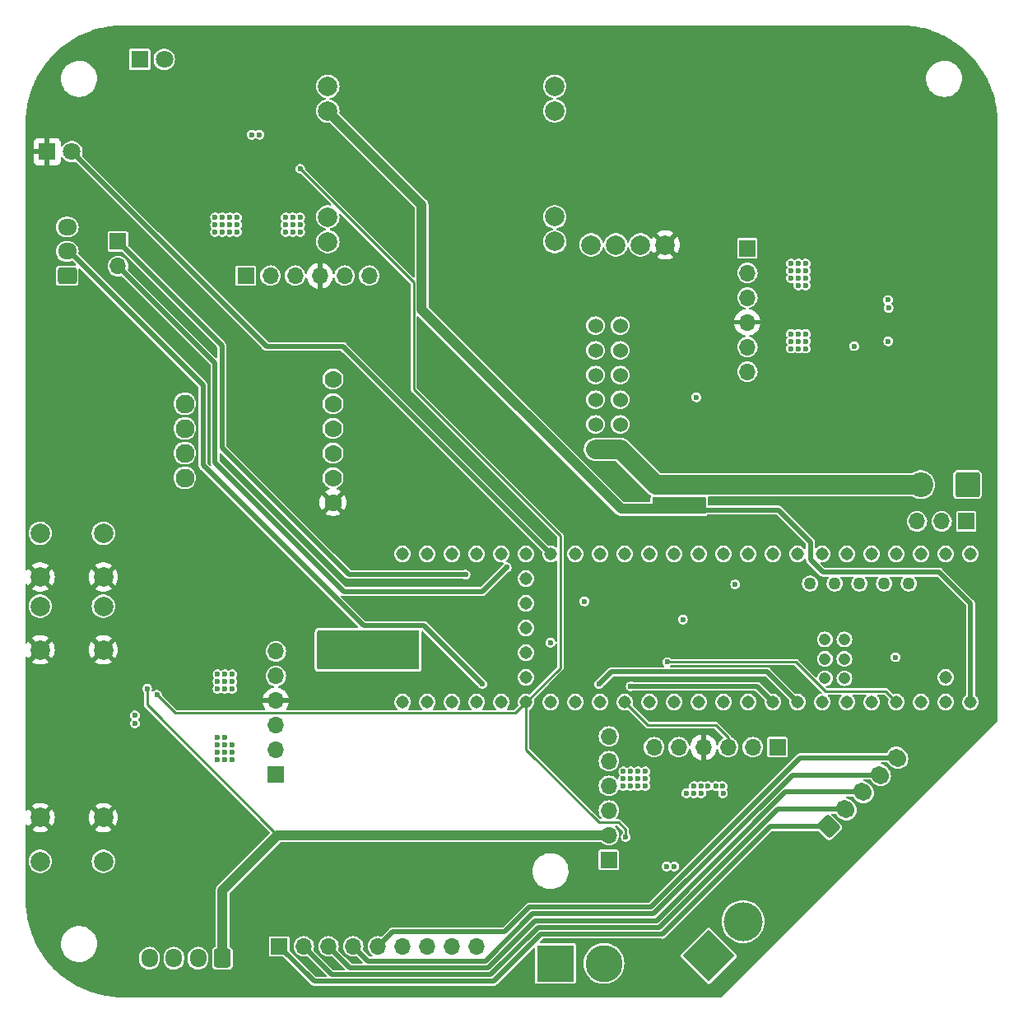
<source format=gbr>
%TF.GenerationSoftware,KiCad,Pcbnew,7.0.8*%
%TF.CreationDate,2023-10-26T13:24:24+11:00*%
%TF.ProjectId,Main 4.2,4d61696e-2034-42e3-922e-6b696361645f,rev?*%
%TF.SameCoordinates,Original*%
%TF.FileFunction,Copper,L3,Inr*%
%TF.FilePolarity,Positive*%
%FSLAX46Y46*%
G04 Gerber Fmt 4.6, Leading zero omitted, Abs format (unit mm)*
G04 Created by KiCad (PCBNEW 7.0.8) date 2023-10-26 13:24:24*
%MOMM*%
%LPD*%
G01*
G04 APERTURE LIST*
G04 Aperture macros list*
%AMRoundRect*
0 Rectangle with rounded corners*
0 $1 Rounding radius*
0 $2 $3 $4 $5 $6 $7 $8 $9 X,Y pos of 4 corners*
0 Add a 4 corners polygon primitive as box body*
4,1,4,$2,$3,$4,$5,$6,$7,$8,$9,$2,$3,0*
0 Add four circle primitives for the rounded corners*
1,1,$1+$1,$2,$3*
1,1,$1+$1,$4,$5*
1,1,$1+$1,$6,$7*
1,1,$1+$1,$8,$9*
0 Add four rect primitives between the rounded corners*
20,1,$1+$1,$2,$3,$4,$5,0*
20,1,$1+$1,$4,$5,$6,$7,0*
20,1,$1+$1,$6,$7,$8,$9,0*
20,1,$1+$1,$8,$9,$2,$3,0*%
%AMHorizOval*
0 Thick line with rounded ends*
0 $1 width*
0 $2 $3 position (X,Y) of the first rounded end (center of the circle)*
0 $4 $5 position (X,Y) of the second rounded end (center of the circle)*
0 Add line between two ends*
20,1,$1,$2,$3,$4,$5,0*
0 Add two circle primitives to create the rounded ends*
1,1,$1,$2,$3*
1,1,$1,$4,$5*%
%AMRotRect*
0 Rectangle, with rotation*
0 The origin of the aperture is its center*
0 $1 length*
0 $2 width*
0 $3 Rotation angle, in degrees counterclockwise*
0 Add horizontal line*
21,1,$1,$2,0,0,$3*%
G04 Aperture macros list end*
%TA.AperFunction,ComponentPad*%
%ADD10C,1.524000*%
%TD*%
%TA.AperFunction,ComponentPad*%
%ADD11C,2.000000*%
%TD*%
%TA.AperFunction,ComponentPad*%
%ADD12RoundRect,0.249999X1.025001X1.025001X-1.025001X1.025001X-1.025001X-1.025001X1.025001X-1.025001X0*%
%TD*%
%TA.AperFunction,ComponentPad*%
%ADD13C,2.550000*%
%TD*%
%TA.AperFunction,ComponentPad*%
%ADD14R,1.700000X1.700000*%
%TD*%
%TA.AperFunction,ComponentPad*%
%ADD15O,1.700000X1.700000*%
%TD*%
%TA.AperFunction,ComponentPad*%
%ADD16RoundRect,0.250000X0.088388X-0.936916X0.936916X-0.088388X-0.088388X0.936916X-0.936916X0.088388X0*%
%TD*%
%TA.AperFunction,ComponentPad*%
%ADD17HorizOval,1.700000X-0.088388X0.088388X0.088388X-0.088388X0*%
%TD*%
%TA.AperFunction,ComponentPad*%
%ADD18C,1.308000*%
%TD*%
%TA.AperFunction,ComponentPad*%
%ADD19C,1.258000*%
%TD*%
%TA.AperFunction,ComponentPad*%
%ADD20C,1.208000*%
%TD*%
%TA.AperFunction,ComponentPad*%
%ADD21R,1.800000X1.800000*%
%TD*%
%TA.AperFunction,ComponentPad*%
%ADD22C,1.800000*%
%TD*%
%TA.AperFunction,ComponentPad*%
%ADD23RotRect,3.800000X3.800000X45.000000*%
%TD*%
%TA.AperFunction,ComponentPad*%
%ADD24C,4.000000*%
%TD*%
%TA.AperFunction,ComponentPad*%
%ADD25R,3.800000X3.800000*%
%TD*%
%TA.AperFunction,ComponentPad*%
%ADD26C,3.800000*%
%TD*%
%TA.AperFunction,ComponentPad*%
%ADD27C,1.778000*%
%TD*%
%TA.AperFunction,ComponentPad*%
%ADD28C,1.930400*%
%TD*%
%TA.AperFunction,ComponentPad*%
%ADD29RoundRect,0.250000X0.600000X0.725000X-0.600000X0.725000X-0.600000X-0.725000X0.600000X-0.725000X0*%
%TD*%
%TA.AperFunction,ComponentPad*%
%ADD30O,1.700000X1.950000*%
%TD*%
%TA.AperFunction,ComponentPad*%
%ADD31RoundRect,0.250000X0.725000X-0.600000X0.725000X0.600000X-0.725000X0.600000X-0.725000X-0.600000X0*%
%TD*%
%TA.AperFunction,ComponentPad*%
%ADD32O,1.950000X1.700000*%
%TD*%
%TA.AperFunction,ViaPad*%
%ADD33C,0.600000*%
%TD*%
%TA.AperFunction,Conductor*%
%ADD34C,0.500000*%
%TD*%
%TA.AperFunction,Conductor*%
%ADD35C,1.000000*%
%TD*%
%TA.AperFunction,Conductor*%
%ADD36C,0.250000*%
%TD*%
%TA.AperFunction,Conductor*%
%ADD37C,2.000000*%
%TD*%
G04 APERTURE END LIST*
D10*
%TO.N,Net-(J14-Pin_2)*%
%TO.C,U8*%
X158640000Y-143600000D03*
X161180000Y-143600000D03*
%TO.N,GNDPWR*%
X158640000Y-141060000D03*
X161180000Y-141060000D03*
X158640000Y-138520000D03*
X161180000Y-138520000D03*
%TO.N,+15V*%
X158640000Y-135980000D03*
X161180000Y-135980000D03*
%TO.N,unconnected-(U8-VRP-Pad4)*%
X158640000Y-133440000D03*
X161180000Y-133440000D03*
%TO.N,unconnected-(U8-EN-Pad5)*%
X161180000Y-130900000D03*
%TO.N,unconnected-(U8-PG-Pad6)*%
X158640000Y-130900000D03*
%TD*%
D11*
%TO.N,+3V3*%
%TO.C,SW2*%
X108000000Y-156750000D03*
X101500000Y-156750000D03*
%TO.N,/SW2*%
X108000000Y-152250000D03*
X101500000Y-152250000D03*
%TD*%
%TO.N,+3V3*%
%TO.C,SW3*%
X101500000Y-181500000D03*
X108000000Y-181500000D03*
%TO.N,/SW3*%
X101500000Y-186000000D03*
X108000000Y-186000000D03*
%TD*%
%TO.N,+3V3*%
%TO.C,SW1*%
X108000000Y-164250000D03*
X101500000Y-164250000D03*
%TO.N,/SW1*%
X108000000Y-159750000D03*
X101500000Y-159750000D03*
%TD*%
D12*
%TO.N,GNDPWR*%
%TO.C,J14*%
X196900000Y-147250000D03*
D13*
%TO.N,Net-(J14-Pin_2)*%
X192100000Y-147250000D03*
%TD*%
D14*
%TO.N,unconnected-(U10-EN-Pad1)*%
%TO.C,U10*%
X160000000Y-185850000D03*
D15*
%TO.N,+5V*%
X160000000Y-183310000D03*
%TO.N,GNDS*%
X160000000Y-180770000D03*
%TO.N,/RX3*%
X160000000Y-178230000D03*
%TO.N,/TX3*%
X160000000Y-175690000D03*
%TO.N,unconnected-(U10-State-Pad6)*%
X160000000Y-173150000D03*
%TD*%
D16*
%TO.N,Net-(J12-Pin_1)*%
%TO.C,J13*%
X182593235Y-182414303D03*
D17*
%TO.N,Net-(J12-Pin_2)*%
X184361002Y-180646536D03*
%TO.N,Net-(J12-Pin_3)*%
X186128769Y-178878769D03*
%TO.N,Net-(J12-Pin_4)*%
X187896536Y-177111002D03*
%TO.N,Net-(J12-Pin_5)*%
X189664303Y-175343235D03*
%TD*%
D14*
%TO.N,Net-(J12-Pin_1)*%
%TO.C,J12*%
X126090000Y-194750000D03*
D15*
%TO.N,Net-(J12-Pin_2)*%
X128630000Y-194750000D03*
%TO.N,Net-(J12-Pin_3)*%
X131170000Y-194750000D03*
%TO.N,Net-(J12-Pin_4)*%
X133710000Y-194750000D03*
%TO.N,Net-(J12-Pin_5)*%
X136250000Y-194750000D03*
%TO.N,unconnected-(J12-Pin_6-Pad6)*%
X138790000Y-194750000D03*
%TO.N,unconnected-(J12-Pin_7-Pad7)*%
X141330000Y-194750000D03*
%TO.N,unconnected-(J12-Pin_8-Pad8)*%
X143870000Y-194750000D03*
%TO.N,unconnected-(J12-Pin_9-Pad9)*%
X146410000Y-194750000D03*
%TD*%
D11*
%TO.N,unconnected-(U7-SHDN-Pad1)*%
%TO.C,U7*%
X158190000Y-122580000D03*
%TO.N,+15V*%
X160730000Y-122580000D03*
%TO.N,GNDPWR*%
X163270000Y-122580000D03*
%TO.N,+3V3*%
X165810000Y-122580000D03*
%TD*%
D18*
%TO.N,/RX*%
%TO.C,U12*%
X194670000Y-154380000D03*
%TO.N,/TX*%
X192130000Y-154380000D03*
%TO.N,unconnected-(U12-OUT2-Pad2)*%
X189590000Y-154380000D03*
%TO.N,/M1IN2*%
X187050000Y-154380000D03*
%TO.N,unconnected-(U12-3.3V-Pad3.3V_1)*%
X161650000Y-154380000D03*
%TO.N,unconnected-(U12-3.3V__1-Pad3.3V_2)*%
X192130000Y-169620000D03*
%TO.N,unconnected-(U12-3.3V__2-Pad3.3V_3)*%
X151490000Y-159460000D03*
%TO.N,/M1IN1*%
X184510000Y-154380000D03*
%TO.N,/ENC1A*%
X181970000Y-154380000D03*
D19*
%TO.N,unconnected-(U12-Pad5V)*%
X190860000Y-157430000D03*
D18*
%TO.N,/ENC1B*%
X179430000Y-154380000D03*
%TO.N,/ENC2A*%
X176890000Y-154380000D03*
%TO.N,/ENC2B*%
X174350000Y-154380000D03*
%TO.N,unconnected-(U12-OUT1C-Pad9)*%
X171810000Y-154380000D03*
%TO.N,unconnected-(U12-CS1-Pad10)*%
X169270000Y-154380000D03*
%TO.N,/M5IN2*%
X166730000Y-154380000D03*
%TO.N,/M5IN1*%
X164190000Y-154380000D03*
%TO.N,unconnected-(U12-SCK-Pad13)*%
X164190000Y-169620000D03*
%TO.N,/TX3*%
X166730000Y-169620000D03*
%TO.N,/RX3*%
X169270000Y-169620000D03*
%TO.N,/SCL1*%
X171810000Y-169620000D03*
%TO.N,/SDA1*%
X174350000Y-169620000D03*
%TO.N,/SDA*%
X176890000Y-169620000D03*
%TO.N,/SCL*%
X179430000Y-169620000D03*
%TO.N,unconnected-(U12-A6-Pad20)*%
X181970000Y-169620000D03*
%TO.N,unconnected-(U12-A7-Pad21)*%
X184510000Y-169620000D03*
%TO.N,unconnected-(U12-A8-Pad22)*%
X187050000Y-169620000D03*
%TO.N,/SW1*%
X189590000Y-169620000D03*
%TO.N,/SW2*%
X159110000Y-154380000D03*
%TO.N,/SW3*%
X156570000Y-154380000D03*
%TO.N,/LINE BREAK*%
X154030000Y-154380000D03*
%TO.N,unconnected-(U12-A13-Pad27)*%
X151490000Y-154380000D03*
%TO.N,/ENC4B*%
X148950000Y-154380000D03*
%TO.N,unconnected-(U12-TX7-Pad29)*%
X146410000Y-154380000D03*
%TO.N,/M3IN1*%
X143870000Y-154380000D03*
%TO.N,/M3IN2*%
X141330000Y-154380000D03*
%TO.N,/ENC4A*%
X138790000Y-154380000D03*
%TO.N,/ENC3B*%
X138790000Y-169620000D03*
%TO.N,/ENC3A*%
X141330000Y-169620000D03*
%TO.N,/M4IN1*%
X143870000Y-169620000D03*
%TO.N,/M4IN2*%
X146410000Y-169620000D03*
%TO.N,unconnected-(U12-CS3-Pad37)*%
X148950000Y-169620000D03*
%TO.N,/DISABLE*%
X151490000Y-169620000D03*
%TO.N,/M2IN2*%
X154030000Y-169620000D03*
%TO.N,/KICKERTRIG*%
X156570000Y-169620000D03*
%TO.N,/M2IN1*%
X159110000Y-169620000D03*
D19*
%TO.N,unconnected-(U12-PadD+)*%
X185780000Y-157430000D03*
%TO.N,unconnected-(U12-PadD-)*%
X188320000Y-157430000D03*
D18*
%TO.N,GNDS*%
X197210000Y-154380000D03*
X161650000Y-169620000D03*
X194670000Y-169620000D03*
X151490000Y-162000000D03*
D20*
X182240000Y-165170000D03*
%TO.N,unconnected-(U12-PadLED)*%
X184240000Y-165170000D03*
D18*
%TO.N,unconnected-(U12-PadON{slash}OFF)*%
X151490000Y-167080000D03*
%TO.N,unconnected-(U12-PadPROGRAM)*%
X151490000Y-164540000D03*
D20*
%TO.N,unconnected-(U12-PadR+)*%
X184240000Y-167170000D03*
%TO.N,unconnected-(U12-PadR-)*%
X182240000Y-167170000D03*
%TO.N,unconnected-(U12-PadT+)*%
X182240000Y-163170000D03*
%TO.N,unconnected-(U12-PadT-)*%
X184240000Y-163170000D03*
D19*
%TO.N,GNDS*%
X183240000Y-157430000D03*
X180700000Y-157430000D03*
D18*
%TO.N,unconnected-(U12-PadVBAT)*%
X151490000Y-156920000D03*
%TO.N,+5V*%
X197210000Y-169620000D03*
%TO.N,unconnected-(U12-PadVUSB)*%
X194670000Y-167080000D03*
%TD*%
D14*
%TO.N,/RX*%
%TO.C,J16*%
X196775000Y-151025000D03*
D15*
%TO.N,/TX*%
X194235000Y-151025000D03*
%TO.N,GNDS*%
X191695000Y-151025000D03*
%TD*%
D21*
%TO.N,+3V3*%
%TO.C,Q1*%
X102225000Y-113000000D03*
D22*
%TO.N,/LINE BREAK*%
X104765000Y-113000000D03*
%TD*%
D23*
%TO.N,Net-(J10-Pin_1)*%
%TO.C,J10*%
X170272614Y-195727387D03*
D24*
%TO.N,GNDPWR*%
X173808148Y-192191853D03*
%TD*%
D25*
%TO.N,+15V*%
%TO.C,J11*%
X154500000Y-196500000D03*
D26*
%TO.N,Net-(J10-Pin_1)*%
X159500000Y-196500000D03*
%TD*%
D14*
%TO.N,/M5IN2*%
%TO.C,J2*%
X109500000Y-122225000D03*
D15*
%TO.N,/M5IN1*%
X109500000Y-124765000D03*
%TD*%
D27*
%TO.N,+3V3*%
%TO.C,U9*%
X131620000Y-149080000D03*
%TO.N,unconnected-(U9-3V-Pad2)*%
X131620000Y-146540000D03*
%TO.N,GNDS*%
X131620000Y-144000000D03*
%TO.N,/SCL1*%
X131620000Y-141460000D03*
%TO.N,/SDA1*%
X131620000Y-138920000D03*
%TO.N,/RST*%
X131620000Y-136380000D03*
D28*
%TO.N,unconnected-(U9-INT-Pad7)*%
X116380000Y-146540000D03*
%TO.N,unconnected-(U9-ADR-Pad8)*%
X116380000Y-144000000D03*
%TO.N,unconnected-(U9-PS0-Pad9)*%
X116380000Y-141460000D03*
%TO.N,unconnected-(U9-PS1-Pad10)*%
X116380000Y-138920000D03*
%TD*%
D21*
%TO.N,GNDPWR*%
%TO.C,D1*%
X111725000Y-103500000D03*
D22*
%TO.N,Net-(D1-A)*%
X114265000Y-103500000D03*
%TD*%
D11*
%TO.N,GNDPWR*%
%TO.C,U6*%
X154435000Y-122240000D03*
X154435000Y-119700000D03*
%TO.N,+15V*%
X154435000Y-108800000D03*
X154435000Y-106260000D03*
%TO.N,GNDPWR*%
X131095000Y-122250000D03*
X131095000Y-119710000D03*
%TO.N,+5V*%
X131095000Y-108810000D03*
X131095000Y-106270000D03*
%TD*%
D14*
%TO.N,/M1A*%
%TO.C,J5*%
X177350000Y-174250000D03*
D15*
%TO.N,/M1B*%
X174810000Y-174250000D03*
%TO.N,GNDS*%
X172270000Y-174250000D03*
%TO.N,+3V3*%
X169730000Y-174250000D03*
%TO.N,/ENC1A*%
X167190000Y-174250000D03*
%TO.N,/ENC1B*%
X164650000Y-174250000D03*
%TD*%
D14*
%TO.N,/M3A*%
%TO.C,J7*%
X122650000Y-125750000D03*
D15*
%TO.N,/M3B*%
X125190000Y-125750000D03*
%TO.N,GNDS*%
X127730000Y-125750000D03*
%TO.N,+3V3*%
X130270000Y-125750000D03*
%TO.N,/ENC3A*%
X132810000Y-125750000D03*
%TO.N,/ENC3B*%
X135350000Y-125750000D03*
%TD*%
D14*
%TO.N,/M2A*%
%TO.C,J6*%
X174250000Y-122920000D03*
D15*
%TO.N,/M2B*%
X174250000Y-125460000D03*
%TO.N,GNDS*%
X174250000Y-128000000D03*
%TO.N,+3V3*%
X174250000Y-130540000D03*
%TO.N,/ENC2A*%
X174250000Y-133080000D03*
%TO.N,/ENC2B*%
X174250000Y-135620000D03*
%TD*%
D29*
%TO.N,+5V*%
%TO.C,J15*%
X120250000Y-195975000D03*
D30*
%TO.N,GNDPWR*%
X117750000Y-195975000D03*
%TO.N,/SDA*%
X115250000Y-195975000D03*
%TO.N,/SCL*%
X112750000Y-195975000D03*
%TD*%
D14*
%TO.N,/M4A*%
%TO.C,J8*%
X125750000Y-177100000D03*
D15*
%TO.N,/M4B*%
X125750000Y-174560000D03*
%TO.N,GNDS*%
X125750000Y-172020000D03*
%TO.N,+3V3*%
X125750000Y-169480000D03*
%TO.N,/ENC4A*%
X125750000Y-166940000D03*
%TO.N,/ENC4B*%
X125750000Y-164400000D03*
%TD*%
D31*
%TO.N,+15V*%
%TO.C,J1*%
X104275000Y-125750000D03*
D32*
%TO.N,/KICKERTRIG*%
X104275000Y-123250000D03*
%TO.N,GNDPWR*%
X104275000Y-120750000D03*
%TD*%
D33*
%TO.N,+3V3*%
X175500000Y-170750000D03*
X181000000Y-173000000D03*
X178750000Y-173000000D03*
%TO.N,+5V*%
X168750000Y-149750000D03*
X166500000Y-149750000D03*
X188750000Y-132500000D03*
X165000000Y-149750000D03*
X165750000Y-149000000D03*
X169500000Y-149000000D03*
X167250000Y-149000000D03*
X168000000Y-149000000D03*
X112500000Y-168234400D03*
X168000000Y-149750000D03*
X168750000Y-149000000D03*
X166500000Y-149000000D03*
X169500000Y-149750000D03*
X167250000Y-149750000D03*
X165000000Y-149000000D03*
X165750000Y-149750000D03*
%TO.N,GNDPWR*%
X169000000Y-138250000D03*
%TO.N,+15V*%
X120250000Y-121250000D03*
X120250000Y-119750000D03*
X127500000Y-119750000D03*
X168750000Y-179000000D03*
X126750000Y-119750000D03*
X130500000Y-163500000D03*
X128250000Y-119750000D03*
X121250000Y-168250000D03*
X178750000Y-125250000D03*
X127500000Y-121250000D03*
X179500000Y-133250000D03*
X130500000Y-162750000D03*
X131250000Y-162750000D03*
X169500000Y-178250000D03*
X119500000Y-121250000D03*
X163000000Y-177500000D03*
X179500000Y-126750000D03*
X180250000Y-125250000D03*
X163750000Y-178250000D03*
X119750000Y-173250000D03*
X163000000Y-176750000D03*
X138500000Y-163500000D03*
X178750000Y-126000000D03*
X180250000Y-126750000D03*
X170199503Y-178250000D03*
X163000000Y-178250000D03*
X139250000Y-164250000D03*
X121250000Y-167500000D03*
X131250000Y-164250000D03*
X180250000Y-133250000D03*
X163750000Y-177500000D03*
X171750000Y-179000000D03*
X130500000Y-164250000D03*
X128250000Y-121250000D03*
X120500000Y-168250000D03*
X130500000Y-165750000D03*
X119500000Y-119750000D03*
X179500000Y-124500000D03*
X131250000Y-165750000D03*
X121750000Y-121250000D03*
X126750000Y-120500000D03*
X178750000Y-131750000D03*
X162250000Y-178250000D03*
X119750000Y-167500000D03*
X169500000Y-179000000D03*
X180250000Y-126000000D03*
X119750000Y-174750000D03*
X138500000Y-164250000D03*
X179500000Y-125250000D03*
X140000000Y-165000000D03*
X132000000Y-164250000D03*
X179500000Y-131750000D03*
X139250000Y-165750000D03*
X119750000Y-174000000D03*
X162250000Y-177500000D03*
X171699503Y-178250000D03*
X139250000Y-162750000D03*
X120500000Y-175500000D03*
X161500000Y-178250000D03*
X161500000Y-176750000D03*
X120500000Y-174750000D03*
X121250000Y-174750000D03*
X180250000Y-132500000D03*
X180250000Y-124500000D03*
X132000000Y-163500000D03*
X140000000Y-163500000D03*
X130500000Y-165000000D03*
X178750000Y-133250000D03*
X127500000Y-120500000D03*
X139250000Y-165000000D03*
X132000000Y-162750000D03*
X121000000Y-119750000D03*
X162250000Y-176750000D03*
X171000000Y-178250000D03*
X178750000Y-132500000D03*
X168000000Y-179000000D03*
X179500000Y-126000000D03*
X140000000Y-165750000D03*
X119750000Y-175500000D03*
X132000000Y-165000000D03*
X121000000Y-121250000D03*
X120500000Y-174000000D03*
X138500000Y-165000000D03*
X119750000Y-166750000D03*
X120500000Y-173250000D03*
X138500000Y-162750000D03*
X121750000Y-119750000D03*
X121250000Y-175500000D03*
X119750000Y-168250000D03*
X168750000Y-178250000D03*
X161500000Y-177500000D03*
X139250000Y-163500000D03*
X140000000Y-164250000D03*
X126750000Y-121250000D03*
X163750000Y-176750000D03*
X131250000Y-163500000D03*
X120500000Y-167500000D03*
X180250000Y-131750000D03*
X132000000Y-165750000D03*
X120250000Y-120500000D03*
X119500000Y-120500000D03*
X140000000Y-162750000D03*
X121750000Y-120500000D03*
X120500000Y-166750000D03*
X121250000Y-174000000D03*
X138500000Y-165750000D03*
X128250000Y-120500000D03*
X131250000Y-165000000D03*
X179500000Y-132500000D03*
X178750000Y-124500000D03*
X121250000Y-166750000D03*
X121000000Y-120500000D03*
%TO.N,/SDA*%
X162250000Y-168000000D03*
%TO.N,/SCL*%
X159000000Y-167750000D03*
%TO.N,/KICKERTRIG*%
X147000000Y-167750000D03*
%TO.N,/SW1*%
X154000000Y-163500000D03*
X166000000Y-165500000D03*
%TO.N,/SW2*%
X157500000Y-159250000D03*
%TO.N,/M1IN1*%
X166750000Y-186530998D03*
%TO.N,/M1IN2*%
X165950497Y-186530998D03*
%TO.N,/M2IN1*%
X188706000Y-128250000D03*
X167615000Y-161115000D03*
%TO.N,/M2IN2*%
X173000000Y-157500000D03*
X188771936Y-129067242D03*
%TO.N,/M3IN1*%
X123250000Y-111250000D03*
%TO.N,/M3IN2*%
X124049503Y-111250000D03*
%TO.N,/M4IN1*%
X111250000Y-171799503D03*
%TO.N,/M4IN2*%
X111250000Y-171000000D03*
%TO.N,/DISABLE*%
X161750000Y-183500000D03*
X128250000Y-114750000D03*
X185250000Y-133000000D03*
X113500000Y-168858900D03*
%TO.N,/M5IN2*%
X145250000Y-156500000D03*
%TO.N,/M5IN1*%
X149500000Y-155750000D03*
%TO.N,GNDS*%
X189500000Y-165000000D03*
%TD*%
D34*
%TO.N,+5V*%
X167750000Y-149867677D02*
X177457677Y-149867677D01*
D35*
X131095000Y-108810000D02*
X140750000Y-118465000D01*
D34*
X182000000Y-156250000D02*
X194000000Y-156250000D01*
D35*
X161250000Y-149750000D02*
X165000000Y-149750000D01*
X120250000Y-189000000D02*
X120250000Y-195975000D01*
X140750000Y-129250000D02*
X161250000Y-149750000D01*
D34*
X180750000Y-153160000D02*
X180750000Y-155000000D01*
D36*
X112500000Y-169870000D02*
X125940000Y-183310000D01*
D34*
X194000000Y-156250000D02*
X197210000Y-159460000D01*
X177457677Y-149867677D02*
X180750000Y-153160000D01*
X180750000Y-155000000D02*
X182000000Y-156250000D01*
X197210000Y-159460000D02*
X197210000Y-169620000D01*
D35*
X140750000Y-118465000D02*
X140750000Y-129250000D01*
X125940000Y-183310000D02*
X120250000Y-189000000D01*
D36*
X112500000Y-168234400D02*
X112500000Y-169870000D01*
D35*
X160000000Y-183310000D02*
X125940000Y-183310000D01*
D34*
%TO.N,/SDA*%
X162250000Y-168000000D02*
X175270000Y-168000000D01*
X175270000Y-168000000D02*
X176890000Y-169620000D01*
%TO.N,/SCL*%
X160250000Y-166500000D02*
X176310000Y-166500000D01*
X159000000Y-167750000D02*
X160250000Y-166500000D01*
X176310000Y-166500000D02*
X179430000Y-169620000D01*
%TO.N,/KICKERTRIG*%
X118250000Y-145250000D02*
X118250000Y-137000000D01*
X118250000Y-137000000D02*
X104500000Y-123250000D01*
X141000000Y-161750000D02*
X134750000Y-161750000D01*
X147000000Y-167750000D02*
X141000000Y-161750000D01*
X104500000Y-123250000D02*
X104275000Y-123250000D01*
X134750000Y-161750000D02*
X118250000Y-145250000D01*
%TO.N,/LINE BREAK*%
X104765000Y-113000000D02*
X124804000Y-133039000D01*
X124804000Y-133039000D02*
X132689000Y-133039000D01*
X132689000Y-133039000D02*
X154030000Y-154380000D01*
D36*
%TO.N,/SW1*%
X188470000Y-168500000D02*
X189590000Y-169620000D01*
X166000000Y-165500000D02*
X179256196Y-165500000D01*
X182256196Y-168500000D02*
X188470000Y-168500000D01*
X179256196Y-165500000D02*
X182256196Y-168500000D01*
D34*
%TO.N,Net-(J12-Pin_1)*%
X182593235Y-182414303D02*
X176585696Y-182414303D01*
X148149997Y-198350000D02*
X129690000Y-198350000D01*
X165499999Y-193500000D02*
X152999997Y-193500000D01*
X176585696Y-182414303D02*
X165499999Y-193500000D01*
X152999997Y-193500000D02*
X148149997Y-198350000D01*
X129690000Y-198350000D02*
X126090000Y-194750000D01*
%TO.N,Net-(J12-Pin_2)*%
X177363514Y-180646536D02*
X165210050Y-192800000D01*
X165210050Y-192800000D02*
X152710048Y-192800000D01*
X184361002Y-180646536D02*
X177363514Y-180646536D01*
X131530000Y-197650000D02*
X128630000Y-194750000D01*
X147860048Y-197650000D02*
X131530000Y-197650000D01*
X152710048Y-192800000D02*
X147860048Y-197650000D01*
%TO.N,Net-(J12-Pin_3)*%
X186128769Y-178878769D02*
X178141331Y-178878769D01*
X164920100Y-192100000D02*
X152420098Y-192100000D01*
X152420098Y-192100000D02*
X147570099Y-196950000D01*
X178141331Y-178878769D02*
X164920100Y-192100000D01*
X133370000Y-196950000D02*
X131170000Y-194750000D01*
X147570099Y-196950000D02*
X133370000Y-196950000D01*
%TO.N,Net-(J12-Pin_4)*%
X164630150Y-191400000D02*
X152130148Y-191400000D01*
X147280150Y-196250000D02*
X135210000Y-196250000D01*
X187896536Y-177111002D02*
X178919148Y-177111002D01*
X178919148Y-177111002D02*
X164630150Y-191400000D01*
X152130148Y-191400000D02*
X147280150Y-196250000D01*
X135210000Y-196250000D02*
X133710000Y-194750000D01*
%TO.N,Net-(J12-Pin_5)*%
X137750000Y-193250000D02*
X136250000Y-194750000D01*
X179696965Y-175343235D02*
X164340200Y-190700000D01*
X164340200Y-190700000D02*
X151840198Y-190700000D01*
X189664303Y-175343235D02*
X179696965Y-175343235D01*
X149290200Y-193250000D02*
X137750000Y-193250000D01*
X151840198Y-190700000D02*
X149290200Y-193250000D01*
D37*
%TO.N,Net-(J14-Pin_2)*%
X164830000Y-147250000D02*
X161180000Y-143600000D01*
X192100000Y-147250000D02*
X164830000Y-147250000D01*
X158640000Y-143600000D02*
X161180000Y-143600000D01*
D36*
%TO.N,/DISABLE*%
X155009000Y-166101000D02*
X151490000Y-169620000D01*
X128250000Y-114750000D02*
X139925000Y-126425000D01*
X155009000Y-152509000D02*
X155009000Y-166101000D01*
X159000000Y-182000000D02*
X151490000Y-174490000D01*
X161750000Y-182750000D02*
X161000000Y-182000000D01*
X150360000Y-170750000D02*
X151490000Y-169620000D01*
X139925000Y-137425000D02*
X155009000Y-152509000D01*
X151490000Y-174490000D02*
X151490000Y-169620000D01*
X113500000Y-168858900D02*
X115391100Y-170750000D01*
X139925000Y-126425000D02*
X139925000Y-137425000D01*
X161000000Y-182000000D02*
X159000000Y-182000000D01*
X115391100Y-170750000D02*
X150360000Y-170750000D01*
X161750000Y-183500000D02*
X161750000Y-182750000D01*
D34*
%TO.N,/M5IN2*%
X120200000Y-132925000D02*
X109500000Y-122225000D01*
X120200000Y-143450000D02*
X120200000Y-132925000D01*
X145250000Y-156500000D02*
X133250000Y-156500000D01*
X133250000Y-156500000D02*
X120200000Y-143450000D01*
%TO.N,/M5IN1*%
X119500000Y-145000000D02*
X119500000Y-134765000D01*
X119500000Y-134765000D02*
X109500000Y-124765000D01*
X132750000Y-158250000D02*
X119500000Y-145000000D01*
X149500000Y-155750000D02*
X147000000Y-158250000D01*
X147000000Y-158250000D02*
X132750000Y-158250000D01*
D36*
%TO.N,GNDS*%
X171000000Y-172000000D02*
X172270000Y-173270000D01*
X164030000Y-172000000D02*
X171000000Y-172000000D01*
X161650000Y-169620000D02*
X164030000Y-172000000D01*
X172270000Y-173270000D02*
X172270000Y-174250000D01*
%TD*%
%TA.AperFunction,Conductor*%
%TO.N,+3V3*%
G36*
X190413712Y-100013001D02*
G01*
X190606196Y-100019050D01*
X190609055Y-100019225D01*
X190957743Y-100050911D01*
X191219622Y-100075666D01*
X191222382Y-100076006D01*
X191554824Y-100126603D01*
X191828421Y-100169937D01*
X191830989Y-100170417D01*
X192153925Y-100239738D01*
X192430159Y-100301485D01*
X192432654Y-100302111D01*
X192747624Y-100389916D01*
X193022707Y-100469835D01*
X193024982Y-100470557D01*
X193311850Y-100569549D01*
X193332236Y-100576584D01*
X193603709Y-100674320D01*
X193605842Y-100675145D01*
X193904968Y-100799047D01*
X194171987Y-100914597D01*
X194356764Y-101004566D01*
X194463229Y-101056404D01*
X194723305Y-101188919D01*
X195004901Y-101347740D01*
X195256681Y-101496642D01*
X195527784Y-101671923D01*
X195748242Y-101821746D01*
X195770073Y-101836583D01*
X196029823Y-102027710D01*
X196261548Y-102207455D01*
X196487781Y-102395996D01*
X196509110Y-102413772D01*
X196729232Y-102607836D01*
X196963810Y-102828653D01*
X197171346Y-103036189D01*
X197392163Y-103270767D01*
X197586227Y-103490889D01*
X197792536Y-103738441D01*
X197972275Y-103970158D01*
X198046018Y-104070377D01*
X198163416Y-104229926D01*
X198219954Y-104313119D01*
X198328086Y-104472231D01*
X198411019Y-104600500D01*
X198503351Y-104743308D01*
X198652267Y-104995111D01*
X198811075Y-105276684D01*
X198943595Y-105536770D01*
X199085403Y-105828014D01*
X199200971Y-106095077D01*
X199324848Y-106394144D01*
X199325690Y-106396320D01*
X199423415Y-106667763D01*
X199529432Y-106974989D01*
X199530174Y-106977326D01*
X199610083Y-107252375D01*
X199697887Y-107567344D01*
X199698513Y-107569839D01*
X199760274Y-107846137D01*
X199829577Y-108168988D01*
X199830071Y-108171634D01*
X199873418Y-108445318D01*
X199923989Y-108777598D01*
X199924333Y-108780388D01*
X199949095Y-109042332D01*
X199980771Y-109390921D01*
X199980950Y-109393847D01*
X199987004Y-109586494D01*
X199999500Y-110000000D01*
X199999500Y-171458784D01*
X199980593Y-171516975D01*
X199970504Y-171528788D01*
X171528788Y-199970504D01*
X171474271Y-199998281D01*
X171458784Y-199999500D01*
X110000000Y-199999500D01*
X109586494Y-199987004D01*
X109393847Y-199980950D01*
X109390921Y-199980771D01*
X109042332Y-199949095D01*
X108780388Y-199924333D01*
X108777598Y-199923989D01*
X108445318Y-199873418D01*
X108171634Y-199830071D01*
X108168988Y-199829577D01*
X107846137Y-199760274D01*
X107569839Y-199698513D01*
X107567344Y-199697887D01*
X107252375Y-199610083D01*
X106977326Y-199530174D01*
X106974989Y-199529432D01*
X106667763Y-199423415D01*
X106396320Y-199325690D01*
X106394144Y-199324848D01*
X106095077Y-199200971D01*
X105828014Y-199085403D01*
X105536770Y-198943595D01*
X105276684Y-198811075D01*
X104995111Y-198652267D01*
X104743308Y-198503351D01*
X104704459Y-198478233D01*
X104472231Y-198328086D01*
X104313260Y-198220050D01*
X104229926Y-198163416D01*
X103970180Y-197972292D01*
X103738441Y-197792536D01*
X103490889Y-197586227D01*
X103270767Y-197392163D01*
X103036189Y-197171346D01*
X102828653Y-196963810D01*
X102607836Y-196729232D01*
X102413772Y-196509110D01*
X102281587Y-196350500D01*
X102207455Y-196261548D01*
X102027702Y-196029812D01*
X101982648Y-195968582D01*
X101862712Y-195805583D01*
X101836583Y-195770073D01*
X101780045Y-195686880D01*
X101671923Y-195527784D01*
X101496643Y-195256684D01*
X101446153Y-195171309D01*
X101347740Y-195004901D01*
X101188920Y-194723307D01*
X101178537Y-194702930D01*
X101109667Y-194567765D01*
X103645788Y-194567765D01*
X103675414Y-194837020D01*
X103719298Y-195004878D01*
X103743928Y-195099088D01*
X103849870Y-195348390D01*
X103907134Y-195442220D01*
X103990983Y-195579612D01*
X104164253Y-195787818D01*
X104164255Y-195787820D01*
X104165424Y-195788867D01*
X104325138Y-195931972D01*
X104365998Y-195968582D01*
X104588624Y-196115870D01*
X104591913Y-196118046D01*
X104724100Y-196180012D01*
X104837176Y-196233020D01*
X104932042Y-196261561D01*
X105096555Y-196311056D01*
X105096559Y-196311057D01*
X105096569Y-196311060D01*
X105263840Y-196335677D01*
X105364560Y-196350500D01*
X105364561Y-196350500D01*
X105567633Y-196350500D01*
X105625495Y-196346264D01*
X105770156Y-196335677D01*
X106034553Y-196276780D01*
X106287558Y-196180014D01*
X106338175Y-196151606D01*
X111699500Y-196151606D01*
X111714698Y-196305928D01*
X111714699Y-196305934D01*
X111774768Y-196503954D01*
X111872316Y-196686452D01*
X111954573Y-196786682D01*
X112003590Y-196846410D01*
X112003595Y-196846414D01*
X112163547Y-196977683D01*
X112163548Y-196977683D01*
X112163550Y-196977685D01*
X112346046Y-197075232D01*
X112436904Y-197102793D01*
X112544065Y-197135300D01*
X112544070Y-197135301D01*
X112749997Y-197155583D01*
X112750000Y-197155583D01*
X112750003Y-197155583D01*
X112955929Y-197135301D01*
X112955934Y-197135300D01*
X113153954Y-197075232D01*
X113336450Y-196977685D01*
X113496410Y-196846410D01*
X113627685Y-196686450D01*
X113725232Y-196503954D01*
X113785300Y-196305934D01*
X113788172Y-196276780D01*
X113800500Y-196151606D01*
X114199500Y-196151606D01*
X114214698Y-196305928D01*
X114214699Y-196305934D01*
X114274768Y-196503954D01*
X114372316Y-196686452D01*
X114454573Y-196786682D01*
X114503590Y-196846410D01*
X114503595Y-196846414D01*
X114663547Y-196977683D01*
X114663548Y-196977683D01*
X114663550Y-196977685D01*
X114846046Y-197075232D01*
X114936904Y-197102793D01*
X115044065Y-197135300D01*
X115044070Y-197135301D01*
X115249997Y-197155583D01*
X115250000Y-197155583D01*
X115250003Y-197155583D01*
X115455929Y-197135301D01*
X115455934Y-197135300D01*
X115653954Y-197075232D01*
X115836450Y-196977685D01*
X115996410Y-196846410D01*
X116127685Y-196686450D01*
X116225232Y-196503954D01*
X116285300Y-196305934D01*
X116288172Y-196276780D01*
X116300500Y-196151606D01*
X116699500Y-196151606D01*
X116714698Y-196305928D01*
X116714699Y-196305934D01*
X116774768Y-196503954D01*
X116872316Y-196686452D01*
X116954573Y-196786682D01*
X117003590Y-196846410D01*
X117003595Y-196846414D01*
X117163547Y-196977683D01*
X117163548Y-196977683D01*
X117163550Y-196977685D01*
X117346046Y-197075232D01*
X117436904Y-197102793D01*
X117544065Y-197135300D01*
X117544070Y-197135301D01*
X117749997Y-197155583D01*
X117750000Y-197155583D01*
X117750003Y-197155583D01*
X117955929Y-197135301D01*
X117955934Y-197135300D01*
X118153954Y-197075232D01*
X118336450Y-196977685D01*
X118496410Y-196846410D01*
X118627685Y-196686450D01*
X118725232Y-196503954D01*
X118785300Y-196305934D01*
X118788172Y-196276780D01*
X118800500Y-196151606D01*
X118800500Y-195798393D01*
X118799458Y-195787818D01*
X118793507Y-195727387D01*
X118785301Y-195644071D01*
X118785300Y-195644065D01*
X118765748Y-195579610D01*
X118725232Y-195446046D01*
X118627685Y-195263550D01*
X118572024Y-195195727D01*
X118496414Y-195103595D01*
X118496410Y-195103590D01*
X118480935Y-195090890D01*
X118336452Y-194972316D01*
X118153954Y-194874768D01*
X117955934Y-194814699D01*
X117955929Y-194814698D01*
X117750003Y-194794417D01*
X117749997Y-194794417D01*
X117544070Y-194814698D01*
X117544065Y-194814699D01*
X117346045Y-194874768D01*
X117163547Y-194972316D01*
X117003595Y-195103585D01*
X117003585Y-195103595D01*
X116872316Y-195263547D01*
X116774768Y-195446045D01*
X116714699Y-195644065D01*
X116714698Y-195644071D01*
X116699500Y-195798393D01*
X116699500Y-196151606D01*
X116300500Y-196151606D01*
X116300500Y-195798393D01*
X116299458Y-195787818D01*
X116293507Y-195727387D01*
X116285301Y-195644071D01*
X116285300Y-195644065D01*
X116265748Y-195579610D01*
X116225232Y-195446046D01*
X116127685Y-195263550D01*
X116072024Y-195195727D01*
X115996414Y-195103595D01*
X115996410Y-195103590D01*
X115980935Y-195090890D01*
X115836452Y-194972316D01*
X115653954Y-194874768D01*
X115455934Y-194814699D01*
X115455929Y-194814698D01*
X115250003Y-194794417D01*
X115249997Y-194794417D01*
X115044070Y-194814698D01*
X115044065Y-194814699D01*
X114846045Y-194874768D01*
X114663547Y-194972316D01*
X114503595Y-195103585D01*
X114503585Y-195103595D01*
X114372316Y-195263547D01*
X114274768Y-195446045D01*
X114214699Y-195644065D01*
X114214698Y-195644071D01*
X114199500Y-195798393D01*
X114199500Y-196151606D01*
X113800500Y-196151606D01*
X113800500Y-195798393D01*
X113799458Y-195787818D01*
X113793507Y-195727387D01*
X113785301Y-195644071D01*
X113785300Y-195644065D01*
X113765748Y-195579610D01*
X113725232Y-195446046D01*
X113627685Y-195263550D01*
X113572024Y-195195727D01*
X113496414Y-195103595D01*
X113496410Y-195103590D01*
X113480935Y-195090890D01*
X113336452Y-194972316D01*
X113153954Y-194874768D01*
X112955934Y-194814699D01*
X112955929Y-194814698D01*
X112750003Y-194794417D01*
X112749997Y-194794417D01*
X112544070Y-194814698D01*
X112544065Y-194814699D01*
X112346045Y-194874768D01*
X112163547Y-194972316D01*
X112003595Y-195103585D01*
X112003585Y-195103595D01*
X111872316Y-195263547D01*
X111774768Y-195446045D01*
X111714699Y-195644065D01*
X111714698Y-195644071D01*
X111699500Y-195798393D01*
X111699500Y-196151606D01*
X106338175Y-196151606D01*
X106523777Y-196047441D01*
X106738177Y-195881888D01*
X106926186Y-195686881D01*
X107083799Y-195466579D01*
X107207656Y-195225675D01*
X107295118Y-194969305D01*
X107344319Y-194702933D01*
X107354212Y-194432235D01*
X107324586Y-194162982D01*
X107256072Y-193900912D01*
X107150130Y-193651610D01*
X107009018Y-193420390D01*
X106878603Y-193263680D01*
X106835746Y-193212181D01*
X106634007Y-193031422D01*
X106634004Y-193031420D01*
X106634002Y-193031418D01*
X106412150Y-192884642D01*
X106408086Y-192881953D01*
X106162822Y-192766979D01*
X105903444Y-192688943D01*
X105903428Y-192688939D01*
X105635440Y-192649500D01*
X105635439Y-192649500D01*
X105432369Y-192649500D01*
X105432367Y-192649500D01*
X105229848Y-192664322D01*
X104965450Y-192723219D01*
X104712439Y-192819987D01*
X104476219Y-192952561D01*
X104261826Y-193118108D01*
X104073814Y-193313119D01*
X103916199Y-193533422D01*
X103792342Y-193774328D01*
X103704884Y-194030687D01*
X103704881Y-194030698D01*
X103655680Y-194297069D01*
X103645788Y-194567765D01*
X101109667Y-194567765D01*
X101056404Y-194463229D01*
X101015828Y-194379894D01*
X100914597Y-194171987D01*
X100799047Y-193904968D01*
X100675145Y-193605842D01*
X100674320Y-193603709D01*
X100576584Y-193332236D01*
X100552927Y-193263680D01*
X100470557Y-193024982D01*
X100469835Y-193022707D01*
X100389916Y-192747624D01*
X100302111Y-192432654D01*
X100301485Y-192430159D01*
X100239725Y-192153862D01*
X100186093Y-191904016D01*
X100170417Y-191830989D01*
X100169937Y-191828421D01*
X100126603Y-191554824D01*
X100076006Y-191222382D01*
X100075665Y-191219610D01*
X100050911Y-190957743D01*
X100019225Y-190609055D01*
X100019050Y-190606196D01*
X100012992Y-190413414D01*
X100010575Y-190333437D01*
X100000500Y-190000000D01*
X100000500Y-189999500D01*
X100000500Y-186000000D01*
X100294357Y-186000000D01*
X100314885Y-186221536D01*
X100375771Y-186435528D01*
X100474942Y-186634689D01*
X100609019Y-186812236D01*
X100773438Y-186962124D01*
X100962599Y-187079247D01*
X101170060Y-187159618D01*
X101388757Y-187200500D01*
X101611243Y-187200500D01*
X101829940Y-187159618D01*
X102037401Y-187079247D01*
X102226562Y-186962124D01*
X102390981Y-186812236D01*
X102525058Y-186634689D01*
X102624229Y-186435528D01*
X102685115Y-186221536D01*
X102705643Y-186000000D01*
X106794357Y-186000000D01*
X106814885Y-186221536D01*
X106875771Y-186435528D01*
X106974942Y-186634689D01*
X107109019Y-186812236D01*
X107273438Y-186962124D01*
X107462599Y-187079247D01*
X107670060Y-187159618D01*
X107888757Y-187200500D01*
X108111243Y-187200500D01*
X108329940Y-187159618D01*
X108537401Y-187079247D01*
X108726562Y-186962124D01*
X108890981Y-186812236D01*
X109025058Y-186634689D01*
X109124229Y-186435528D01*
X109185115Y-186221536D01*
X109205643Y-186000000D01*
X109185115Y-185778464D01*
X109124229Y-185564472D01*
X109025058Y-185365311D01*
X108890981Y-185187764D01*
X108726562Y-185037876D01*
X108537401Y-184920753D01*
X108329940Y-184840382D01*
X108329939Y-184840381D01*
X108329937Y-184840381D01*
X108111243Y-184799500D01*
X107888757Y-184799500D01*
X107670062Y-184840381D01*
X107593797Y-184869926D01*
X107462599Y-184920753D01*
X107366503Y-184980253D01*
X107273438Y-185037876D01*
X107109020Y-185187763D01*
X106974943Y-185365309D01*
X106974938Y-185365318D01*
X106931497Y-185452559D01*
X106875771Y-185564472D01*
X106814885Y-185778464D01*
X106794357Y-186000000D01*
X102705643Y-186000000D01*
X102685115Y-185778464D01*
X102624229Y-185564472D01*
X102525058Y-185365311D01*
X102390981Y-185187764D01*
X102226562Y-185037876D01*
X102037401Y-184920753D01*
X101829940Y-184840382D01*
X101829939Y-184840381D01*
X101829937Y-184840381D01*
X101611243Y-184799500D01*
X101388757Y-184799500D01*
X101170062Y-184840381D01*
X101093797Y-184869926D01*
X100962599Y-184920753D01*
X100866503Y-184980253D01*
X100773438Y-185037876D01*
X100609020Y-185187763D01*
X100474943Y-185365309D01*
X100474938Y-185365318D01*
X100431497Y-185452559D01*
X100375771Y-185564472D01*
X100314885Y-185778464D01*
X100294357Y-186000000D01*
X100000500Y-186000000D01*
X100000500Y-182279870D01*
X100019407Y-182221679D01*
X100068907Y-182185715D01*
X100130093Y-182185715D01*
X100179593Y-182221679D01*
X100182379Y-182225722D01*
X100276563Y-182369881D01*
X100974070Y-181672373D01*
X100976884Y-181685915D01*
X101046442Y-181820156D01*
X101149638Y-181930652D01*
X101278819Y-182009209D01*
X101330002Y-182023550D01*
X100629942Y-182723610D01*
X100676768Y-182760054D01*
X100895388Y-182878366D01*
X101130513Y-182959084D01*
X101375706Y-183000000D01*
X101624294Y-183000000D01*
X101869486Y-182959084D01*
X102104611Y-182878366D01*
X102323234Y-182760053D01*
X102323237Y-182760051D01*
X102370056Y-182723610D01*
X101671568Y-182025121D01*
X101788458Y-181974349D01*
X101905739Y-181878934D01*
X101992928Y-181755415D01*
X102023355Y-181669801D01*
X102723435Y-182369881D01*
X102823729Y-182216372D01*
X102823734Y-182216363D01*
X102923587Y-181988719D01*
X102984613Y-181747736D01*
X103005140Y-181500000D01*
X106494859Y-181500000D01*
X106515386Y-181747736D01*
X106576412Y-181988719D01*
X106676265Y-182216363D01*
X106676270Y-182216372D01*
X106776563Y-182369881D01*
X107474070Y-181672373D01*
X107476884Y-181685915D01*
X107546442Y-181820156D01*
X107649638Y-181930652D01*
X107778819Y-182009209D01*
X107830002Y-182023550D01*
X107129942Y-182723610D01*
X107176768Y-182760054D01*
X107395388Y-182878366D01*
X107630513Y-182959084D01*
X107875706Y-183000000D01*
X108124294Y-183000000D01*
X108369486Y-182959084D01*
X108604611Y-182878366D01*
X108823234Y-182760053D01*
X108823237Y-182760051D01*
X108870056Y-182723610D01*
X108171568Y-182025121D01*
X108288458Y-181974349D01*
X108405739Y-181878934D01*
X108492928Y-181755415D01*
X108523355Y-181669801D01*
X109223435Y-182369881D01*
X109323729Y-182216372D01*
X109323734Y-182216363D01*
X109423587Y-181988719D01*
X109484613Y-181747736D01*
X109505140Y-181500000D01*
X109484613Y-181252263D01*
X109423587Y-181011280D01*
X109323734Y-180783636D01*
X109323729Y-180783627D01*
X109223435Y-180630117D01*
X108525929Y-181327622D01*
X108523116Y-181314085D01*
X108453558Y-181179844D01*
X108350362Y-181069348D01*
X108221181Y-180990791D01*
X108169994Y-180976449D01*
X108870056Y-180276388D01*
X108823232Y-180239945D01*
X108604611Y-180121633D01*
X108369486Y-180040915D01*
X108124294Y-180000000D01*
X107875706Y-180000000D01*
X107630513Y-180040915D01*
X107395388Y-180121633D01*
X107176765Y-180239947D01*
X107176764Y-180239947D01*
X107129942Y-180276388D01*
X107828432Y-180974878D01*
X107711542Y-181025651D01*
X107594261Y-181121066D01*
X107507072Y-181244585D01*
X107476644Y-181330198D01*
X106776564Y-180630118D01*
X106676268Y-180783632D01*
X106576412Y-181011283D01*
X106515386Y-181252263D01*
X106494859Y-181500000D01*
X103005140Y-181500000D01*
X102984613Y-181252263D01*
X102923587Y-181011280D01*
X102823734Y-180783636D01*
X102823729Y-180783627D01*
X102723435Y-180630117D01*
X102025929Y-181327622D01*
X102023116Y-181314085D01*
X101953558Y-181179844D01*
X101850362Y-181069348D01*
X101721181Y-180990791D01*
X101669994Y-180976449D01*
X102370056Y-180276388D01*
X102323232Y-180239945D01*
X102104611Y-180121633D01*
X101869486Y-180040915D01*
X101624294Y-180000000D01*
X101375706Y-180000000D01*
X101130513Y-180040915D01*
X100895388Y-180121633D01*
X100676765Y-180239947D01*
X100676764Y-180239947D01*
X100629942Y-180276388D01*
X101328432Y-180974878D01*
X101211542Y-181025651D01*
X101094261Y-181121066D01*
X101007072Y-181244585D01*
X100976644Y-181330198D01*
X100276563Y-180630117D01*
X100182379Y-180774277D01*
X100134723Y-180812651D01*
X100073613Y-180815685D01*
X100022391Y-180782219D01*
X100000622Y-180725038D01*
X100000500Y-180720129D01*
X100000500Y-171799505D01*
X110744353Y-171799505D01*
X110764834Y-171941959D01*
X110800473Y-172019996D01*
X110824623Y-172072876D01*
X110912912Y-172174768D01*
X110918873Y-172181647D01*
X111030203Y-172253194D01*
X111039947Y-172259456D01*
X111146403Y-172290714D01*
X111178035Y-172300002D01*
X111178036Y-172300002D01*
X111178039Y-172300003D01*
X111178041Y-172300003D01*
X111321959Y-172300003D01*
X111321961Y-172300003D01*
X111460053Y-172259456D01*
X111581128Y-172181646D01*
X111675377Y-172072876D01*
X111735165Y-171941960D01*
X111753553Y-171814066D01*
X111755647Y-171799505D01*
X111755647Y-171799500D01*
X111735165Y-171657046D01*
X111716440Y-171616045D01*
X111675377Y-171526130D01*
X111622046Y-171464582D01*
X111598228Y-171408223D01*
X111612087Y-171348627D01*
X111622038Y-171334929D01*
X111675377Y-171273373D01*
X111735165Y-171142457D01*
X111744792Y-171075500D01*
X111755647Y-171000002D01*
X111755647Y-170999997D01*
X111735165Y-170857543D01*
X111675377Y-170726628D01*
X111675377Y-170726627D01*
X111581128Y-170617857D01*
X111581127Y-170617856D01*
X111581126Y-170617855D01*
X111460057Y-170540049D01*
X111460054Y-170540047D01*
X111460053Y-170540047D01*
X111460050Y-170540046D01*
X111321964Y-170499500D01*
X111321961Y-170499500D01*
X111178039Y-170499500D01*
X111178035Y-170499500D01*
X111039949Y-170540046D01*
X111039942Y-170540049D01*
X110918873Y-170617855D01*
X110824622Y-170726628D01*
X110764834Y-170857543D01*
X110744353Y-170999997D01*
X110744353Y-171000002D01*
X110764834Y-171142456D01*
X110824623Y-171273373D01*
X110877953Y-171334920D01*
X110901771Y-171391279D01*
X110887912Y-171450875D01*
X110877954Y-171464581D01*
X110824623Y-171526129D01*
X110764834Y-171657046D01*
X110744353Y-171799500D01*
X110744353Y-171799505D01*
X100000500Y-171799505D01*
X100000500Y-165029870D01*
X100019407Y-164971679D01*
X100068907Y-164935715D01*
X100130093Y-164935715D01*
X100179593Y-164971679D01*
X100182379Y-164975722D01*
X100276563Y-165119881D01*
X100974070Y-164422373D01*
X100976884Y-164435915D01*
X101046442Y-164570156D01*
X101149638Y-164680652D01*
X101278819Y-164759209D01*
X101330002Y-164773550D01*
X100629942Y-165473610D01*
X100676768Y-165510054D01*
X100895388Y-165628366D01*
X101130513Y-165709084D01*
X101375706Y-165750000D01*
X101624294Y-165750000D01*
X101869486Y-165709084D01*
X102104611Y-165628366D01*
X102323234Y-165510053D01*
X102323237Y-165510051D01*
X102370056Y-165473610D01*
X101671568Y-164775121D01*
X101788458Y-164724349D01*
X101905739Y-164628934D01*
X101992928Y-164505415D01*
X102023355Y-164419801D01*
X102723435Y-165119881D01*
X102823729Y-164966372D01*
X102823734Y-164966363D01*
X102923587Y-164738719D01*
X102984613Y-164497736D01*
X103005140Y-164250000D01*
X106494859Y-164250000D01*
X106515386Y-164497736D01*
X106576412Y-164738719D01*
X106676265Y-164966363D01*
X106676270Y-164966372D01*
X106776563Y-165119881D01*
X107474070Y-164422373D01*
X107476884Y-164435915D01*
X107546442Y-164570156D01*
X107649638Y-164680652D01*
X107778819Y-164759209D01*
X107830002Y-164773550D01*
X107129942Y-165473610D01*
X107176768Y-165510054D01*
X107395388Y-165628366D01*
X107630513Y-165709084D01*
X107875706Y-165750000D01*
X108124294Y-165750000D01*
X108369486Y-165709084D01*
X108604611Y-165628366D01*
X108823234Y-165510053D01*
X108823237Y-165510051D01*
X108870056Y-165473610D01*
X108171568Y-164775121D01*
X108288458Y-164724349D01*
X108405739Y-164628934D01*
X108492928Y-164505415D01*
X108523355Y-164419801D01*
X109223435Y-165119881D01*
X109323729Y-164966372D01*
X109323734Y-164966363D01*
X109423587Y-164738719D01*
X109484613Y-164497736D01*
X109492711Y-164400003D01*
X124694417Y-164400003D01*
X124714698Y-164605929D01*
X124714699Y-164605934D01*
X124774768Y-164803954D01*
X124872316Y-164986452D01*
X124980156Y-165117856D01*
X125003590Y-165146410D01*
X125003595Y-165146414D01*
X125163547Y-165277683D01*
X125163548Y-165277683D01*
X125163550Y-165277685D01*
X125346046Y-165375232D01*
X125483997Y-165417078D01*
X125544065Y-165435300D01*
X125544070Y-165435301D01*
X125749997Y-165455583D01*
X125750000Y-165455583D01*
X125750003Y-165455583D01*
X125955929Y-165435301D01*
X125955934Y-165435300D01*
X126153954Y-165375232D01*
X126336450Y-165277685D01*
X126496410Y-165146410D01*
X126627685Y-164986450D01*
X126725232Y-164803954D01*
X126785300Y-164605934D01*
X126785301Y-164605929D01*
X126805583Y-164400003D01*
X126805583Y-164399996D01*
X126785301Y-164194070D01*
X126785300Y-164194065D01*
X126745871Y-164064085D01*
X126725232Y-163996046D01*
X126627685Y-163813550D01*
X126618997Y-163802964D01*
X126520413Y-163682838D01*
X126496410Y-163653590D01*
X126482842Y-163642455D01*
X126336452Y-163522316D01*
X126153954Y-163424768D01*
X125955934Y-163364699D01*
X125955929Y-163364698D01*
X125750003Y-163344417D01*
X125749997Y-163344417D01*
X125544070Y-163364698D01*
X125544065Y-163364699D01*
X125346045Y-163424768D01*
X125163547Y-163522316D01*
X125003595Y-163653585D01*
X125003585Y-163653595D01*
X124872316Y-163813547D01*
X124774768Y-163996045D01*
X124714699Y-164194065D01*
X124714698Y-164194070D01*
X124694417Y-164399996D01*
X124694417Y-164400003D01*
X109492711Y-164400003D01*
X109505140Y-164250000D01*
X109484613Y-164002263D01*
X109423587Y-163761280D01*
X109323734Y-163533636D01*
X109323729Y-163533627D01*
X109223435Y-163380117D01*
X108525929Y-164077622D01*
X108523116Y-164064085D01*
X108453558Y-163929844D01*
X108350362Y-163819348D01*
X108221181Y-163740791D01*
X108169994Y-163726449D01*
X108870056Y-163026388D01*
X108823232Y-162989945D01*
X108604611Y-162871633D01*
X108369486Y-162790915D01*
X108124294Y-162750000D01*
X107875706Y-162750000D01*
X107630513Y-162790915D01*
X107395388Y-162871633D01*
X107176765Y-162989947D01*
X107176764Y-162989947D01*
X107129942Y-163026388D01*
X107828432Y-163724878D01*
X107711542Y-163775651D01*
X107594261Y-163871066D01*
X107507072Y-163994585D01*
X107476644Y-164080198D01*
X106776564Y-163380118D01*
X106676268Y-163533632D01*
X106576412Y-163761283D01*
X106515386Y-164002263D01*
X106494859Y-164250000D01*
X103005140Y-164250000D01*
X102984613Y-164002263D01*
X102923587Y-163761280D01*
X102823734Y-163533636D01*
X102823729Y-163533627D01*
X102723435Y-163380117D01*
X102025929Y-164077622D01*
X102023116Y-164064085D01*
X101953558Y-163929844D01*
X101850362Y-163819348D01*
X101721181Y-163740791D01*
X101669994Y-163726449D01*
X102370056Y-163026388D01*
X102323232Y-162989945D01*
X102104611Y-162871633D01*
X101869486Y-162790915D01*
X101624294Y-162750000D01*
X101375706Y-162750000D01*
X101130513Y-162790915D01*
X100895388Y-162871633D01*
X100676765Y-162989947D01*
X100676764Y-162989947D01*
X100629942Y-163026388D01*
X101328432Y-163724878D01*
X101211542Y-163775651D01*
X101094261Y-163871066D01*
X101007072Y-163994585D01*
X100976644Y-164080198D01*
X100276563Y-163380117D01*
X100182379Y-163524277D01*
X100134723Y-163562651D01*
X100073613Y-163565685D01*
X100022391Y-163532219D01*
X100000622Y-163475038D01*
X100000500Y-163470129D01*
X100000500Y-159750000D01*
X100294357Y-159750000D01*
X100314885Y-159971536D01*
X100375771Y-160185528D01*
X100474942Y-160384689D01*
X100609019Y-160562236D01*
X100773438Y-160712124D01*
X100962599Y-160829247D01*
X101170060Y-160909618D01*
X101388757Y-160950500D01*
X101611243Y-160950500D01*
X101829940Y-160909618D01*
X102037401Y-160829247D01*
X102226562Y-160712124D01*
X102390981Y-160562236D01*
X102525058Y-160384689D01*
X102624229Y-160185528D01*
X102685115Y-159971536D01*
X102705643Y-159750000D01*
X106794357Y-159750000D01*
X106814885Y-159971536D01*
X106875771Y-160185528D01*
X106974942Y-160384689D01*
X107109019Y-160562236D01*
X107273438Y-160712124D01*
X107462599Y-160829247D01*
X107670060Y-160909618D01*
X107888757Y-160950500D01*
X108111243Y-160950500D01*
X108329940Y-160909618D01*
X108537401Y-160829247D01*
X108726562Y-160712124D01*
X108890981Y-160562236D01*
X109025058Y-160384689D01*
X109124229Y-160185528D01*
X109185115Y-159971536D01*
X109205643Y-159750000D01*
X109185115Y-159528464D01*
X109124229Y-159314472D01*
X109025058Y-159115311D01*
X108890981Y-158937764D01*
X108726562Y-158787876D01*
X108537401Y-158670753D01*
X108329940Y-158590382D01*
X108329939Y-158590381D01*
X108329937Y-158590381D01*
X108111243Y-158549500D01*
X107888757Y-158549500D01*
X107670062Y-158590381D01*
X107631036Y-158605500D01*
X107462599Y-158670753D01*
X107335418Y-158749500D01*
X107273438Y-158787876D01*
X107109020Y-158937763D01*
X106974943Y-159115309D01*
X106974938Y-159115318D01*
X106892259Y-159281359D01*
X106875771Y-159314472D01*
X106814885Y-159528464D01*
X106794357Y-159750000D01*
X102705643Y-159750000D01*
X102685115Y-159528464D01*
X102624229Y-159314472D01*
X102525058Y-159115311D01*
X102390981Y-158937764D01*
X102226562Y-158787876D01*
X102037401Y-158670753D01*
X101829940Y-158590382D01*
X101829939Y-158590381D01*
X101829937Y-158590381D01*
X101611243Y-158549500D01*
X101388757Y-158549500D01*
X101170062Y-158590381D01*
X101131036Y-158605500D01*
X100962599Y-158670753D01*
X100835418Y-158749500D01*
X100773438Y-158787876D01*
X100609020Y-158937763D01*
X100474943Y-159115309D01*
X100474938Y-159115318D01*
X100392259Y-159281359D01*
X100375771Y-159314472D01*
X100314885Y-159528464D01*
X100294357Y-159750000D01*
X100000500Y-159750000D01*
X100000500Y-157529870D01*
X100019407Y-157471679D01*
X100068907Y-157435715D01*
X100130093Y-157435715D01*
X100179593Y-157471679D01*
X100182379Y-157475722D01*
X100276563Y-157619881D01*
X100974070Y-156922373D01*
X100976884Y-156935915D01*
X101046442Y-157070156D01*
X101149638Y-157180652D01*
X101278819Y-157259209D01*
X101330002Y-157273550D01*
X100629942Y-157973610D01*
X100676768Y-158010054D01*
X100895388Y-158128366D01*
X101130513Y-158209084D01*
X101375706Y-158250000D01*
X101624294Y-158250000D01*
X101869486Y-158209084D01*
X102104611Y-158128366D01*
X102323234Y-158010053D01*
X102323237Y-158010051D01*
X102370056Y-157973610D01*
X101671568Y-157275121D01*
X101788458Y-157224349D01*
X101905739Y-157128934D01*
X101992928Y-157005415D01*
X102023355Y-156919801D01*
X102723435Y-157619881D01*
X102823729Y-157466372D01*
X102823734Y-157466363D01*
X102923587Y-157238719D01*
X102984613Y-156997736D01*
X103005140Y-156750000D01*
X106494859Y-156750000D01*
X106515386Y-156997736D01*
X106576412Y-157238719D01*
X106676265Y-157466363D01*
X106676270Y-157466372D01*
X106776563Y-157619881D01*
X107474070Y-156922373D01*
X107476884Y-156935915D01*
X107546442Y-157070156D01*
X107649638Y-157180652D01*
X107778819Y-157259209D01*
X107830002Y-157273550D01*
X107129942Y-157973610D01*
X107176768Y-158010054D01*
X107395388Y-158128366D01*
X107630513Y-158209084D01*
X107875706Y-158250000D01*
X108124294Y-158250000D01*
X108369486Y-158209084D01*
X108604611Y-158128366D01*
X108823234Y-158010053D01*
X108823237Y-158010051D01*
X108870056Y-157973610D01*
X108171568Y-157275121D01*
X108288458Y-157224349D01*
X108405739Y-157128934D01*
X108492928Y-157005415D01*
X108523355Y-156919801D01*
X109223435Y-157619881D01*
X109323729Y-157466372D01*
X109323734Y-157466363D01*
X109423587Y-157238719D01*
X109484613Y-156997736D01*
X109505140Y-156750000D01*
X109484613Y-156502263D01*
X109423587Y-156261280D01*
X109323734Y-156033636D01*
X109323729Y-156033627D01*
X109223435Y-155880117D01*
X108525929Y-156577622D01*
X108523116Y-156564085D01*
X108453558Y-156429844D01*
X108350362Y-156319348D01*
X108221181Y-156240791D01*
X108169994Y-156226449D01*
X108870056Y-155526388D01*
X108823232Y-155489945D01*
X108604611Y-155371633D01*
X108369486Y-155290915D01*
X108124294Y-155250000D01*
X107875706Y-155250000D01*
X107630513Y-155290915D01*
X107395388Y-155371633D01*
X107176765Y-155489947D01*
X107176764Y-155489947D01*
X107129942Y-155526388D01*
X107828432Y-156224878D01*
X107711542Y-156275651D01*
X107594261Y-156371066D01*
X107507072Y-156494585D01*
X107476644Y-156580198D01*
X106776564Y-155880118D01*
X106676268Y-156033632D01*
X106576412Y-156261283D01*
X106515386Y-156502263D01*
X106494859Y-156750000D01*
X103005140Y-156750000D01*
X102984613Y-156502263D01*
X102923587Y-156261280D01*
X102823734Y-156033636D01*
X102823729Y-156033627D01*
X102723435Y-155880117D01*
X102025929Y-156577622D01*
X102023116Y-156564085D01*
X101953558Y-156429844D01*
X101850362Y-156319348D01*
X101721181Y-156240791D01*
X101669994Y-156226449D01*
X102370056Y-155526388D01*
X102323232Y-155489945D01*
X102104611Y-155371633D01*
X101869486Y-155290915D01*
X101624294Y-155250000D01*
X101375706Y-155250000D01*
X101130513Y-155290915D01*
X100895388Y-155371633D01*
X100676765Y-155489947D01*
X100676764Y-155489947D01*
X100629942Y-155526388D01*
X101328432Y-156224878D01*
X101211542Y-156275651D01*
X101094261Y-156371066D01*
X101007072Y-156494585D01*
X100976644Y-156580198D01*
X100276563Y-155880117D01*
X100182379Y-156024277D01*
X100134723Y-156062651D01*
X100073613Y-156065685D01*
X100022391Y-156032219D01*
X100000622Y-155975038D01*
X100000500Y-155970129D01*
X100000500Y-152250000D01*
X100294357Y-152250000D01*
X100314885Y-152471536D01*
X100375771Y-152685528D01*
X100474942Y-152884689D01*
X100609019Y-153062236D01*
X100773438Y-153212124D01*
X100962599Y-153329247D01*
X101170060Y-153409618D01*
X101388757Y-153450500D01*
X101611243Y-153450500D01*
X101829940Y-153409618D01*
X102037401Y-153329247D01*
X102226562Y-153212124D01*
X102390981Y-153062236D01*
X102525058Y-152884689D01*
X102624229Y-152685528D01*
X102685115Y-152471536D01*
X102705643Y-152250000D01*
X106794357Y-152250000D01*
X106814885Y-152471536D01*
X106875771Y-152685528D01*
X106974942Y-152884689D01*
X107109019Y-153062236D01*
X107273438Y-153212124D01*
X107462599Y-153329247D01*
X107670060Y-153409618D01*
X107888757Y-153450500D01*
X108111243Y-153450500D01*
X108329940Y-153409618D01*
X108537401Y-153329247D01*
X108726562Y-153212124D01*
X108890981Y-153062236D01*
X109025058Y-152884689D01*
X109124229Y-152685528D01*
X109185115Y-152471536D01*
X109205643Y-152250000D01*
X109185115Y-152028464D01*
X109124229Y-151814472D01*
X109025058Y-151615311D01*
X108890981Y-151437764D01*
X108726562Y-151287876D01*
X108537401Y-151170753D01*
X108329940Y-151090382D01*
X108329939Y-151090381D01*
X108329937Y-151090381D01*
X108111243Y-151049500D01*
X107888757Y-151049500D01*
X107670062Y-151090381D01*
X107593797Y-151119926D01*
X107462599Y-151170753D01*
X107365411Y-151230929D01*
X107273438Y-151287876D01*
X107109020Y-151437763D01*
X106974943Y-151615309D01*
X106974938Y-151615318D01*
X106897216Y-151771404D01*
X106875771Y-151814472D01*
X106814885Y-152028464D01*
X106794357Y-152250000D01*
X102705643Y-152250000D01*
X102685115Y-152028464D01*
X102624229Y-151814472D01*
X102525058Y-151615311D01*
X102390981Y-151437764D01*
X102226562Y-151287876D01*
X102037401Y-151170753D01*
X101829940Y-151090382D01*
X101829939Y-151090381D01*
X101829937Y-151090381D01*
X101611243Y-151049500D01*
X101388757Y-151049500D01*
X101170062Y-151090381D01*
X101093797Y-151119926D01*
X100962599Y-151170753D01*
X100865411Y-151230929D01*
X100773438Y-151287876D01*
X100609020Y-151437763D01*
X100474943Y-151615309D01*
X100474938Y-151615318D01*
X100397216Y-151771404D01*
X100375771Y-151814472D01*
X100314885Y-152028464D01*
X100294357Y-152250000D01*
X100000500Y-152250000D01*
X100000500Y-146540000D01*
X115209306Y-146540000D01*
X115229239Y-146755114D01*
X115288360Y-146962903D01*
X115384656Y-147156291D01*
X115384661Y-147156298D01*
X115384662Y-147156299D01*
X115514847Y-147328691D01*
X115514847Y-147328692D01*
X115674493Y-147474229D01*
X115674492Y-147474229D01*
X115674496Y-147474231D01*
X115674499Y-147474234D01*
X115858177Y-147587962D01*
X116059624Y-147666004D01*
X116271982Y-147705700D01*
X116488018Y-147705700D01*
X116700376Y-147666004D01*
X116901823Y-147587962D01*
X117085501Y-147474234D01*
X117245153Y-147328691D01*
X117375344Y-147156291D01*
X117471640Y-146962903D01*
X117530761Y-146755114D01*
X117550694Y-146540000D01*
X117530761Y-146324886D01*
X117471640Y-146117097D01*
X117375344Y-145923709D01*
X117245153Y-145751309D01*
X117245152Y-145751308D01*
X117245152Y-145751307D01*
X117085506Y-145605770D01*
X117085507Y-145605770D01*
X117085501Y-145605766D01*
X116901823Y-145492038D01*
X116700376Y-145413996D01*
X116700375Y-145413995D01*
X116700373Y-145413995D01*
X116488018Y-145374300D01*
X116271982Y-145374300D01*
X116059626Y-145413995D01*
X115985574Y-145442683D01*
X115858177Y-145492038D01*
X115674499Y-145605766D01*
X115674493Y-145605770D01*
X115514847Y-145751307D01*
X115514847Y-145751308D01*
X115384662Y-145923700D01*
X115384652Y-145923716D01*
X115322046Y-146049446D01*
X115288360Y-146117097D01*
X115229239Y-146324886D01*
X115209306Y-146540000D01*
X100000500Y-146540000D01*
X100000500Y-144000000D01*
X115209306Y-144000000D01*
X115229239Y-144215114D01*
X115288360Y-144422903D01*
X115384656Y-144616291D01*
X115384661Y-144616298D01*
X115384662Y-144616299D01*
X115514847Y-144788691D01*
X115514847Y-144788692D01*
X115674493Y-144934229D01*
X115674492Y-144934229D01*
X115674496Y-144934231D01*
X115674499Y-144934234D01*
X115858177Y-145047962D01*
X116059624Y-145126004D01*
X116271982Y-145165700D01*
X116488018Y-145165700D01*
X116700376Y-145126004D01*
X116901823Y-145047962D01*
X117085501Y-144934234D01*
X117245153Y-144788691D01*
X117375344Y-144616291D01*
X117471640Y-144422903D01*
X117530761Y-144215114D01*
X117550694Y-144000000D01*
X117530761Y-143784886D01*
X117471640Y-143577097D01*
X117375344Y-143383709D01*
X117245153Y-143211309D01*
X117245152Y-143211308D01*
X117245152Y-143211307D01*
X117085506Y-143065770D01*
X117085507Y-143065770D01*
X117085501Y-143065766D01*
X116901823Y-142952038D01*
X116700376Y-142873996D01*
X116700375Y-142873995D01*
X116700373Y-142873995D01*
X116488018Y-142834300D01*
X116271982Y-142834300D01*
X116059626Y-142873995D01*
X115985574Y-142902683D01*
X115858177Y-142952038D01*
X115674499Y-143065766D01*
X115674493Y-143065770D01*
X115514847Y-143211307D01*
X115514847Y-143211308D01*
X115384662Y-143383700D01*
X115384652Y-143383716D01*
X115364592Y-143424002D01*
X115288360Y-143577097D01*
X115229239Y-143784886D01*
X115209306Y-144000000D01*
X100000500Y-144000000D01*
X100000500Y-141460000D01*
X115209306Y-141460000D01*
X115229239Y-141675114D01*
X115288360Y-141882903D01*
X115384656Y-142076291D01*
X115384661Y-142076298D01*
X115384662Y-142076299D01*
X115514847Y-142248691D01*
X115514847Y-142248692D01*
X115674493Y-142394229D01*
X115674492Y-142394229D01*
X115674496Y-142394231D01*
X115674499Y-142394234D01*
X115858177Y-142507962D01*
X116059624Y-142586004D01*
X116271982Y-142625700D01*
X116488018Y-142625700D01*
X116700376Y-142586004D01*
X116901823Y-142507962D01*
X117085501Y-142394234D01*
X117245153Y-142248691D01*
X117375344Y-142076291D01*
X117471640Y-141882903D01*
X117530761Y-141675114D01*
X117550694Y-141460000D01*
X117530761Y-141244886D01*
X117471640Y-141037097D01*
X117375344Y-140843709D01*
X117245153Y-140671309D01*
X117245152Y-140671308D01*
X117245152Y-140671307D01*
X117085506Y-140525770D01*
X117085507Y-140525770D01*
X117085501Y-140525766D01*
X116901823Y-140412038D01*
X116700376Y-140333996D01*
X116700375Y-140333995D01*
X116700373Y-140333995D01*
X116488018Y-140294300D01*
X116271982Y-140294300D01*
X116059626Y-140333995D01*
X115985574Y-140362683D01*
X115858177Y-140412038D01*
X115674499Y-140525766D01*
X115674493Y-140525770D01*
X115514847Y-140671307D01*
X115514847Y-140671308D01*
X115384662Y-140843700D01*
X115384652Y-140843716D01*
X115364592Y-140884002D01*
X115288360Y-141037097D01*
X115229239Y-141244886D01*
X115209306Y-141460000D01*
X100000500Y-141460000D01*
X100000500Y-138920000D01*
X115209306Y-138920000D01*
X115229239Y-139135114D01*
X115288360Y-139342903D01*
X115384656Y-139536291D01*
X115384661Y-139536298D01*
X115384662Y-139536299D01*
X115514847Y-139708691D01*
X115514847Y-139708692D01*
X115674493Y-139854229D01*
X115674492Y-139854229D01*
X115674496Y-139854231D01*
X115674499Y-139854234D01*
X115858177Y-139967962D01*
X116059624Y-140046004D01*
X116271982Y-140085700D01*
X116488018Y-140085700D01*
X116700376Y-140046004D01*
X116901823Y-139967962D01*
X117085501Y-139854234D01*
X117245153Y-139708691D01*
X117375344Y-139536291D01*
X117471640Y-139342903D01*
X117530761Y-139135114D01*
X117550694Y-138920000D01*
X117530761Y-138704886D01*
X117471640Y-138497097D01*
X117375344Y-138303709D01*
X117245153Y-138131309D01*
X117245152Y-138131308D01*
X117245152Y-138131307D01*
X117085506Y-137985770D01*
X117085507Y-137985770D01*
X117085501Y-137985766D01*
X116901823Y-137872038D01*
X116700376Y-137793996D01*
X116700375Y-137793995D01*
X116700373Y-137793995D01*
X116488018Y-137754300D01*
X116271982Y-137754300D01*
X116059626Y-137793995D01*
X115985574Y-137822683D01*
X115858177Y-137872038D01*
X115674499Y-137985766D01*
X115674493Y-137985770D01*
X115514847Y-138131307D01*
X115514847Y-138131308D01*
X115384662Y-138303700D01*
X115384652Y-138303716D01*
X115288361Y-138497094D01*
X115288360Y-138497097D01*
X115229239Y-138704886D01*
X115209306Y-138920000D01*
X100000500Y-138920000D01*
X100000500Y-123250003D01*
X103094417Y-123250003D01*
X103114698Y-123455929D01*
X103114699Y-123455934D01*
X103174768Y-123653954D01*
X103272316Y-123836452D01*
X103314059Y-123887316D01*
X103403590Y-123996410D01*
X103403595Y-123996414D01*
X103563547Y-124127683D01*
X103563548Y-124127683D01*
X103563550Y-124127685D01*
X103746046Y-124225232D01*
X103883997Y-124267078D01*
X103944065Y-124285300D01*
X103944071Y-124285301D01*
X104073312Y-124298029D01*
X104098392Y-124300500D01*
X104098393Y-124300500D01*
X104451607Y-124300500D01*
X104451608Y-124300500D01*
X104481554Y-124297550D01*
X104605928Y-124285301D01*
X104605934Y-124285300D01*
X104773391Y-124234503D01*
X104834563Y-124235704D01*
X104872132Y-124259236D01*
X105144891Y-124531995D01*
X105172668Y-124586512D01*
X105163097Y-124646944D01*
X105119832Y-124690209D01*
X105065644Y-124700567D01*
X105054266Y-124699500D01*
X103495734Y-124699500D01*
X103495725Y-124699500D01*
X103465305Y-124702353D01*
X103465296Y-124702355D01*
X103337116Y-124747207D01*
X103227855Y-124827845D01*
X103227845Y-124827855D01*
X103147207Y-124937116D01*
X103102355Y-125065296D01*
X103102353Y-125065305D01*
X103099500Y-125095725D01*
X103099500Y-126404274D01*
X103102353Y-126434694D01*
X103102355Y-126434703D01*
X103147207Y-126562883D01*
X103227845Y-126672144D01*
X103227847Y-126672146D01*
X103227850Y-126672150D01*
X103227853Y-126672152D01*
X103227855Y-126672154D01*
X103337116Y-126752792D01*
X103337117Y-126752792D01*
X103337118Y-126752793D01*
X103465301Y-126797646D01*
X103495725Y-126800499D01*
X103495727Y-126800500D01*
X103495734Y-126800500D01*
X105054273Y-126800500D01*
X105054273Y-126800499D01*
X105084699Y-126797646D01*
X105212882Y-126752793D01*
X105322150Y-126672150D01*
X105402793Y-126562882D01*
X105447646Y-126434699D01*
X105450499Y-126404273D01*
X105450500Y-126404273D01*
X105450500Y-125095731D01*
X105449433Y-125084361D01*
X105462821Y-125024659D01*
X105508744Y-124984227D01*
X105569662Y-124978511D01*
X105618004Y-125005108D01*
X117770504Y-137157608D01*
X117798281Y-137212125D01*
X117799500Y-137227612D01*
X117799500Y-145221913D01*
X117799189Y-145227459D01*
X117794730Y-145267034D01*
X117794730Y-145267036D01*
X117805788Y-145325479D01*
X117814652Y-145384287D01*
X117816840Y-145391381D01*
X117816417Y-145391511D01*
X117817109Y-145393613D01*
X117817526Y-145393468D01*
X117819975Y-145400468D01*
X117847777Y-145453073D01*
X117873574Y-145506641D01*
X117877753Y-145512770D01*
X117877389Y-145513017D01*
X117878677Y-145514831D01*
X117879030Y-145514571D01*
X117883431Y-145520535D01*
X117925496Y-145562600D01*
X117965944Y-145606194D01*
X117971743Y-145610818D01*
X117971467Y-145611163D01*
X117982600Y-145619704D01*
X126159414Y-153796518D01*
X134188393Y-161825496D01*
X134216170Y-161880013D01*
X134206599Y-161940445D01*
X134163334Y-161983710D01*
X134118389Y-161994500D01*
X130124000Y-161994500D01*
X130077750Y-161999472D01*
X130069677Y-162000340D01*
X130018179Y-162011544D01*
X130018180Y-162011544D01*
X129991801Y-162018780D01*
X129991797Y-162018782D01*
X129905178Y-162068107D01*
X129905165Y-162068117D01*
X129852376Y-162113858D01*
X129852375Y-162113860D01*
X129820742Y-162146641D01*
X129820740Y-162146644D01*
X129774535Y-162234974D01*
X129774533Y-162234979D01*
X129754853Y-162302002D01*
X129754849Y-162302020D01*
X129744500Y-162373995D01*
X129744500Y-166125996D01*
X129744499Y-166125996D01*
X129750340Y-166180322D01*
X129761544Y-166231821D01*
X129761544Y-166231820D01*
X129768780Y-166258198D01*
X129768782Y-166258202D01*
X129818107Y-166344821D01*
X129818117Y-166344834D01*
X129863858Y-166397623D01*
X129863860Y-166397625D01*
X129896641Y-166429257D01*
X129896644Y-166429259D01*
X129984974Y-166475464D01*
X129984976Y-166475465D01*
X129984977Y-166475465D01*
X129984979Y-166475466D01*
X130004565Y-166481217D01*
X130052015Y-166495150D01*
X130092006Y-166500900D01*
X130123996Y-166505500D01*
X130124000Y-166505500D01*
X140375996Y-166505500D01*
X140376000Y-166505500D01*
X140430313Y-166499661D01*
X140451049Y-166495150D01*
X140481821Y-166488456D01*
X140481820Y-166488456D01*
X140508198Y-166481219D01*
X140508202Y-166481217D01*
X140594821Y-166431892D01*
X140594821Y-166431891D01*
X140594828Y-166431888D01*
X140647632Y-166386133D01*
X140679257Y-166353359D01*
X140725465Y-166265024D01*
X140745150Y-166197985D01*
X140754431Y-166133437D01*
X140755500Y-166126004D01*
X140755500Y-162381612D01*
X140774407Y-162323421D01*
X140823907Y-162287457D01*
X140885093Y-162287457D01*
X140924504Y-162311608D01*
X146510176Y-167897280D01*
X146530225Y-167926157D01*
X146562032Y-167995804D01*
X146574623Y-168023373D01*
X146656495Y-168117859D01*
X146668873Y-168132144D01*
X146784681Y-168206569D01*
X146789947Y-168209953D01*
X146873197Y-168234397D01*
X146928035Y-168250499D01*
X146928036Y-168250499D01*
X146928039Y-168250500D01*
X146928041Y-168250500D01*
X147071959Y-168250500D01*
X147071961Y-168250500D01*
X147210053Y-168209953D01*
X147331128Y-168132143D01*
X147425377Y-168023373D01*
X147485165Y-167892457D01*
X147495025Y-167823877D01*
X147505647Y-167750002D01*
X147505647Y-167749997D01*
X147485165Y-167607543D01*
X147459961Y-167552354D01*
X147425377Y-167476627D01*
X147331128Y-167367857D01*
X147331127Y-167367856D01*
X147331126Y-167367855D01*
X147210057Y-167290049D01*
X147210054Y-167290048D01*
X147210053Y-167290047D01*
X147187717Y-167283488D01*
X147145606Y-167258503D01*
X146967103Y-167080000D01*
X150630793Y-167080000D01*
X150649569Y-167258640D01*
X150667160Y-167312779D01*
X150705075Y-167429471D01*
X150705076Y-167429473D01*
X150705077Y-167429475D01*
X150705077Y-167429476D01*
X150769506Y-167541068D01*
X150794887Y-167585029D01*
X150915078Y-167718515D01*
X151060396Y-167824095D01*
X151060401Y-167824097D01*
X151060406Y-167824100D01*
X151213938Y-167892456D01*
X151224490Y-167897154D01*
X151400188Y-167934500D01*
X151400191Y-167934500D01*
X151579809Y-167934500D01*
X151579812Y-167934500D01*
X151755510Y-167897154D01*
X151919604Y-167824095D01*
X152064922Y-167718515D01*
X152185113Y-167585029D01*
X152274925Y-167429471D01*
X152330431Y-167258639D01*
X152349207Y-167080000D01*
X152330431Y-166901361D01*
X152274925Y-166730529D01*
X152185113Y-166574971D01*
X152064922Y-166441485D01*
X151919604Y-166335905D01*
X151919600Y-166335903D01*
X151919593Y-166335899D01*
X151755516Y-166262848D01*
X151755511Y-166262846D01*
X151755510Y-166262846D01*
X151755507Y-166262845D01*
X151755506Y-166262845D01*
X151692722Y-166249500D01*
X151579812Y-166225500D01*
X151400188Y-166225500D01*
X151288153Y-166249313D01*
X151224493Y-166262845D01*
X151224487Y-166262847D01*
X151060403Y-166335901D01*
X151060395Y-166335906D01*
X150915078Y-166441484D01*
X150794886Y-166574972D01*
X150705077Y-166730523D01*
X150705077Y-166730524D01*
X150705075Y-166730527D01*
X150705075Y-166730529D01*
X150698750Y-166749997D01*
X150649569Y-166901359D01*
X150630793Y-167080000D01*
X146967103Y-167080000D01*
X144427104Y-164540000D01*
X150630793Y-164540000D01*
X150649569Y-164718640D01*
X150656093Y-164738719D01*
X150705075Y-164889471D01*
X150705076Y-164889473D01*
X150705077Y-164889475D01*
X150705077Y-164889476D01*
X150768889Y-165000000D01*
X150794887Y-165045029D01*
X150862284Y-165119881D01*
X150911293Y-165174312D01*
X150915078Y-165178515D01*
X151060396Y-165284095D01*
X151060401Y-165284097D01*
X151060406Y-165284100D01*
X151208761Y-165350151D01*
X151224490Y-165357154D01*
X151400188Y-165394500D01*
X151400191Y-165394500D01*
X151579809Y-165394500D01*
X151579812Y-165394500D01*
X151755510Y-165357154D01*
X151919604Y-165284095D01*
X152064922Y-165178515D01*
X152185113Y-165045029D01*
X152274925Y-164889471D01*
X152330431Y-164718639D01*
X152349207Y-164540000D01*
X152330431Y-164361361D01*
X152274925Y-164190529D01*
X152185113Y-164034971D01*
X152064922Y-163901485D01*
X151919604Y-163795905D01*
X151919600Y-163795903D01*
X151919593Y-163795899D01*
X151755516Y-163722848D01*
X151755511Y-163722846D01*
X151755510Y-163722846D01*
X151755507Y-163722845D01*
X151755506Y-163722845D01*
X151720555Y-163715416D01*
X151579812Y-163685500D01*
X151400188Y-163685500D01*
X151288153Y-163709313D01*
X151224493Y-163722845D01*
X151224487Y-163722847D01*
X151060403Y-163795901D01*
X151060395Y-163795906D01*
X150915078Y-163901484D01*
X150794886Y-164034972D01*
X150705077Y-164190523D01*
X150705077Y-164190524D01*
X150705075Y-164190527D01*
X150705075Y-164190529D01*
X150698062Y-164212114D01*
X150649569Y-164361359D01*
X150630793Y-164540000D01*
X144427104Y-164540000D01*
X141887104Y-162000000D01*
X150630793Y-162000000D01*
X150649569Y-162178639D01*
X150705075Y-162349471D01*
X150705076Y-162349473D01*
X150705077Y-162349475D01*
X150705077Y-162349476D01*
X150757679Y-162440583D01*
X150794887Y-162505029D01*
X150915078Y-162638515D01*
X151060396Y-162744095D01*
X151060401Y-162744097D01*
X151060406Y-162744100D01*
X151224483Y-162817151D01*
X151224490Y-162817154D01*
X151400188Y-162854500D01*
X151400191Y-162854500D01*
X151579809Y-162854500D01*
X151579812Y-162854500D01*
X151755510Y-162817154D01*
X151919604Y-162744095D01*
X152064922Y-162638515D01*
X152185113Y-162505029D01*
X152274925Y-162349471D01*
X152330431Y-162178639D01*
X152349207Y-162000000D01*
X152330431Y-161821361D01*
X152274925Y-161650529D01*
X152254700Y-161615499D01*
X152231289Y-161574950D01*
X152185113Y-161494971D01*
X152064922Y-161361485D01*
X151919604Y-161255905D01*
X151919600Y-161255903D01*
X151919593Y-161255899D01*
X151755516Y-161182848D01*
X151755511Y-161182846D01*
X151755510Y-161182846D01*
X151755507Y-161182845D01*
X151755506Y-161182845D01*
X151722089Y-161175742D01*
X151579812Y-161145500D01*
X151400188Y-161145500D01*
X151288153Y-161169313D01*
X151224493Y-161182845D01*
X151224487Y-161182847D01*
X151060403Y-161255901D01*
X151060395Y-161255906D01*
X150915078Y-161361484D01*
X150794886Y-161494972D01*
X150705077Y-161650523D01*
X150705077Y-161650524D01*
X150649569Y-161821359D01*
X150649569Y-161821361D01*
X150630793Y-162000000D01*
X141887104Y-162000000D01*
X141338402Y-161451298D01*
X141334700Y-161447155D01*
X141309879Y-161416030D01*
X141260728Y-161382519D01*
X141212882Y-161347207D01*
X141212879Y-161347205D01*
X141206322Y-161343740D01*
X141206526Y-161343352D01*
X141204544Y-161342352D01*
X141204355Y-161342746D01*
X141197673Y-161339528D01*
X141140822Y-161321992D01*
X141084700Y-161302354D01*
X141077414Y-161300976D01*
X141077495Y-161300544D01*
X141075302Y-161300171D01*
X141075237Y-161300605D01*
X141067903Y-161299500D01*
X141067902Y-161299500D01*
X141008427Y-161299500D01*
X140988614Y-161298758D01*
X140948990Y-161297276D01*
X140948989Y-161297276D01*
X140948988Y-161297276D01*
X140941615Y-161298107D01*
X140941565Y-161297668D01*
X140927656Y-161299500D01*
X134977611Y-161299500D01*
X134919420Y-161280593D01*
X134907607Y-161270504D01*
X133097103Y-159460000D01*
X150630793Y-159460000D01*
X150649569Y-159638640D01*
X150660449Y-159672124D01*
X150705075Y-159809471D01*
X150705076Y-159809473D01*
X150705077Y-159809475D01*
X150705077Y-159809476D01*
X150781545Y-159941920D01*
X150794887Y-159965029D01*
X150915078Y-160098515D01*
X151060396Y-160204095D01*
X151060401Y-160204097D01*
X151060406Y-160204100D01*
X151224483Y-160277151D01*
X151224490Y-160277154D01*
X151400188Y-160314500D01*
X151400191Y-160314500D01*
X151579809Y-160314500D01*
X151579812Y-160314500D01*
X151755510Y-160277154D01*
X151919604Y-160204095D01*
X152064922Y-160098515D01*
X152185113Y-159965029D01*
X152274925Y-159809471D01*
X152330431Y-159638639D01*
X152349207Y-159460000D01*
X152330431Y-159281361D01*
X152274925Y-159110529D01*
X152271043Y-159103806D01*
X152234899Y-159041203D01*
X152185113Y-158954971D01*
X152064922Y-158821485D01*
X151919604Y-158715905D01*
X151919600Y-158715903D01*
X151919593Y-158715899D01*
X151755516Y-158642848D01*
X151755511Y-158642846D01*
X151755510Y-158642846D01*
X151755507Y-158642845D01*
X151755506Y-158642845D01*
X151722089Y-158635742D01*
X151579812Y-158605500D01*
X151400188Y-158605500D01*
X151288153Y-158629313D01*
X151224493Y-158642845D01*
X151224487Y-158642847D01*
X151060403Y-158715901D01*
X151060395Y-158715906D01*
X150915078Y-158821484D01*
X150794886Y-158954972D01*
X150705077Y-159110523D01*
X150705077Y-159110524D01*
X150705075Y-159110527D01*
X150705075Y-159110529D01*
X150703519Y-159115318D01*
X150649569Y-159281359D01*
X150630793Y-159460000D01*
X133097103Y-159460000D01*
X132466211Y-158829108D01*
X132438434Y-158774591D01*
X132448005Y-158714159D01*
X132491270Y-158670894D01*
X132551702Y-158661323D01*
X132565382Y-158664498D01*
X132609177Y-158678007D01*
X132665300Y-158697646D01*
X132672593Y-158699026D01*
X132672510Y-158699460D01*
X132674697Y-158699831D01*
X132674763Y-158699394D01*
X132682096Y-158700499D01*
X132682098Y-158700500D01*
X132682100Y-158700500D01*
X132741559Y-158700500D01*
X132801010Y-158702725D01*
X132801016Y-158702723D01*
X132808384Y-158701894D01*
X132808433Y-158702332D01*
X132822347Y-158700500D01*
X146971913Y-158700500D01*
X146977459Y-158700811D01*
X147017035Y-158705270D01*
X147075479Y-158694211D01*
X147134287Y-158685348D01*
X147134294Y-158685344D01*
X147141381Y-158683159D01*
X147141512Y-158683584D01*
X147143613Y-158682892D01*
X147143467Y-158682473D01*
X147150464Y-158680024D01*
X147150472Y-158680023D01*
X147168011Y-158670753D01*
X147203072Y-158652223D01*
X147229857Y-158639323D01*
X147256642Y-158626425D01*
X147256646Y-158626421D01*
X147262778Y-158622242D01*
X147263028Y-158622609D01*
X147264832Y-158621329D01*
X147264568Y-158620971D01*
X147270529Y-158616570D01*
X147270538Y-158616566D01*
X147312599Y-158574504D01*
X147356194Y-158534055D01*
X147356198Y-158534047D01*
X147360820Y-158528253D01*
X147361166Y-158528529D01*
X147369703Y-158517399D01*
X148967101Y-156920000D01*
X150630793Y-156920000D01*
X150649569Y-157098640D01*
X150655813Y-157117857D01*
X150705075Y-157269471D01*
X150705076Y-157269473D01*
X150705077Y-157269475D01*
X150705077Y-157269476D01*
X150781545Y-157401920D01*
X150794887Y-157425029D01*
X150915078Y-157558515D01*
X151060396Y-157664095D01*
X151060401Y-157664097D01*
X151060406Y-157664100D01*
X151224483Y-157737151D01*
X151224490Y-157737154D01*
X151400188Y-157774500D01*
X151400191Y-157774500D01*
X151579809Y-157774500D01*
X151579812Y-157774500D01*
X151755510Y-157737154D01*
X151919604Y-157664095D01*
X152064922Y-157558515D01*
X152185113Y-157425029D01*
X152274925Y-157269471D01*
X152330431Y-157098639D01*
X152349207Y-156920000D01*
X152330431Y-156741361D01*
X152274925Y-156570529D01*
X152185113Y-156414971D01*
X152064922Y-156281485D01*
X151919604Y-156175905D01*
X151919600Y-156175903D01*
X151919593Y-156175899D01*
X151755516Y-156102848D01*
X151755511Y-156102846D01*
X151755510Y-156102846D01*
X151755507Y-156102845D01*
X151755506Y-156102845D01*
X151722089Y-156095742D01*
X151579812Y-156065500D01*
X151400188Y-156065500D01*
X151288153Y-156089313D01*
X151224493Y-156102845D01*
X151224487Y-156102847D01*
X151060403Y-156175901D01*
X151060395Y-156175906D01*
X150915078Y-156281484D01*
X150794886Y-156414972D01*
X150705077Y-156570523D01*
X150705077Y-156570524D01*
X150649569Y-156741359D01*
X150630793Y-156920000D01*
X148967101Y-156920000D01*
X149645607Y-156241494D01*
X149687723Y-156216509D01*
X149691446Y-156215416D01*
X149710053Y-156209953D01*
X149831128Y-156132143D01*
X149925377Y-156023373D01*
X149985165Y-155892457D01*
X149998730Y-155798107D01*
X150005647Y-155750002D01*
X150005647Y-155749997D01*
X149985165Y-155607543D01*
X149925377Y-155476628D01*
X149925377Y-155476627D01*
X149831128Y-155367857D01*
X149831127Y-155367856D01*
X149831126Y-155367855D01*
X149710057Y-155290049D01*
X149710054Y-155290047D01*
X149710053Y-155290047D01*
X149696536Y-155286078D01*
X149571964Y-155249500D01*
X149571961Y-155249500D01*
X149511689Y-155249500D01*
X149453498Y-155230593D01*
X149417534Y-155181093D01*
X149417534Y-155119907D01*
X149453496Y-155070408D01*
X149524922Y-155018515D01*
X149645113Y-154885029D01*
X149734925Y-154729471D01*
X149790431Y-154558639D01*
X149809207Y-154380000D01*
X150630793Y-154380000D01*
X150649569Y-154558639D01*
X150705075Y-154729471D01*
X150705076Y-154729473D01*
X150705077Y-154729475D01*
X150705077Y-154729476D01*
X150753529Y-154813396D01*
X150794887Y-154885029D01*
X150875626Y-154974699D01*
X150913744Y-155017034D01*
X150915078Y-155018515D01*
X151060396Y-155124095D01*
X151060401Y-155124097D01*
X151060406Y-155124100D01*
X151188416Y-155181093D01*
X151224490Y-155197154D01*
X151400188Y-155234500D01*
X151400191Y-155234500D01*
X151579809Y-155234500D01*
X151579812Y-155234500D01*
X151755510Y-155197154D01*
X151919604Y-155124095D01*
X152064922Y-155018515D01*
X152185113Y-154885029D01*
X152274925Y-154729471D01*
X152330431Y-154558639D01*
X152349207Y-154380000D01*
X152330431Y-154201361D01*
X152274925Y-154030529D01*
X152185113Y-153874971D01*
X152076893Y-153754781D01*
X152064923Y-153741486D01*
X152064922Y-153741485D01*
X151919604Y-153635905D01*
X151919600Y-153635903D01*
X151919593Y-153635899D01*
X151755516Y-153562848D01*
X151755511Y-153562846D01*
X151755510Y-153562846D01*
X151755507Y-153562845D01*
X151755506Y-153562845D01*
X151685030Y-153547865D01*
X151579812Y-153525500D01*
X151400188Y-153525500D01*
X151294970Y-153547865D01*
X151224493Y-153562845D01*
X151224487Y-153562847D01*
X151060403Y-153635901D01*
X151060395Y-153635906D01*
X150915078Y-153741484D01*
X150794886Y-153874972D01*
X150705077Y-154030523D01*
X150705077Y-154030524D01*
X150649569Y-154201359D01*
X150649569Y-154201361D01*
X150630793Y-154380000D01*
X149809207Y-154380000D01*
X149790431Y-154201361D01*
X149734925Y-154030529D01*
X149645113Y-153874971D01*
X149536893Y-153754781D01*
X149524923Y-153741486D01*
X149524922Y-153741485D01*
X149379604Y-153635905D01*
X149379600Y-153635903D01*
X149379593Y-153635899D01*
X149215516Y-153562848D01*
X149215511Y-153562846D01*
X149215510Y-153562846D01*
X149215507Y-153562845D01*
X149215506Y-153562845D01*
X149145030Y-153547865D01*
X149039812Y-153525500D01*
X148860188Y-153525500D01*
X148754970Y-153547865D01*
X148684493Y-153562845D01*
X148684487Y-153562847D01*
X148520403Y-153635901D01*
X148520395Y-153635906D01*
X148375078Y-153741484D01*
X148254886Y-153874972D01*
X148165077Y-154030523D01*
X148165077Y-154030524D01*
X148109569Y-154201359D01*
X148109569Y-154201361D01*
X148090793Y-154380000D01*
X148109569Y-154558639D01*
X148165075Y-154729471D01*
X148165076Y-154729473D01*
X148165077Y-154729475D01*
X148165077Y-154729476D01*
X148213529Y-154813396D01*
X148254887Y-154885029D01*
X148335626Y-154974699D01*
X148373744Y-155017034D01*
X148375078Y-155018515D01*
X148520396Y-155124095D01*
X148520401Y-155124097D01*
X148520406Y-155124100D01*
X148648416Y-155181093D01*
X148684490Y-155197154D01*
X148860188Y-155234500D01*
X148860191Y-155234500D01*
X149039810Y-155234500D01*
X149039812Y-155234500D01*
X149050998Y-155232122D01*
X149111847Y-155238516D01*
X149157317Y-155279456D01*
X149170040Y-155339304D01*
X149146402Y-155393789D01*
X149074621Y-155476628D01*
X149030225Y-155573841D01*
X149010176Y-155602718D01*
X146842393Y-157770504D01*
X146787876Y-157798281D01*
X146772389Y-157799500D01*
X132977611Y-157799500D01*
X132919420Y-157780593D01*
X132907607Y-157770504D01*
X119979496Y-144842393D01*
X119951719Y-144787876D01*
X119950500Y-144772389D01*
X119950500Y-144076611D01*
X119969407Y-144018420D01*
X120018907Y-143982456D01*
X120080093Y-143982456D01*
X120119504Y-144006607D01*
X132911592Y-156798696D01*
X132915293Y-156802837D01*
X132940121Y-156833970D01*
X132989271Y-156867480D01*
X133037118Y-156902793D01*
X133037120Y-156902793D01*
X133043677Y-156906259D01*
X133043469Y-156906651D01*
X133045450Y-156907651D01*
X133045643Y-156907253D01*
X133052324Y-156910470D01*
X133052327Y-156910472D01*
X133109177Y-156928007D01*
X133165301Y-156947646D01*
X133165305Y-156947646D01*
X133172593Y-156949026D01*
X133172510Y-156949460D01*
X133174693Y-156949830D01*
X133174759Y-156949394D01*
X133182098Y-156950500D01*
X133241573Y-156950500D01*
X133243642Y-156950577D01*
X133301010Y-156952724D01*
X133301015Y-156952722D01*
X133308385Y-156951893D01*
X133308434Y-156952331D01*
X133322344Y-156950500D01*
X144997712Y-156950500D01*
X145033083Y-156958195D01*
X145033153Y-156957958D01*
X145036468Y-156958931D01*
X145038838Y-156959447D01*
X145039943Y-156959951D01*
X145039944Y-156959951D01*
X145039947Y-156959953D01*
X145153939Y-156993423D01*
X145178035Y-157000499D01*
X145178036Y-157000499D01*
X145178039Y-157000500D01*
X145178041Y-157000500D01*
X145321959Y-157000500D01*
X145321961Y-157000500D01*
X145460053Y-156959953D01*
X145581128Y-156882143D01*
X145675377Y-156773373D01*
X145735165Y-156642457D01*
X145745507Y-156570524D01*
X145755647Y-156500002D01*
X145755647Y-156499997D01*
X145735165Y-156357543D01*
X145717722Y-156319348D01*
X145675377Y-156226627D01*
X145581128Y-156117857D01*
X145581127Y-156117856D01*
X145581126Y-156117855D01*
X145460057Y-156040049D01*
X145460054Y-156040047D01*
X145460053Y-156040047D01*
X145460050Y-156040046D01*
X145321964Y-155999500D01*
X145321961Y-155999500D01*
X145178039Y-155999500D01*
X145178035Y-155999500D01*
X145039943Y-156040048D01*
X145038838Y-156040553D01*
X145036468Y-156041068D01*
X145033153Y-156042042D01*
X145033083Y-156041804D01*
X144997712Y-156049500D01*
X133477612Y-156049500D01*
X133419421Y-156030593D01*
X133407608Y-156020504D01*
X131767104Y-154380000D01*
X137930793Y-154380000D01*
X137949569Y-154558639D01*
X138005075Y-154729471D01*
X138005076Y-154729473D01*
X138005077Y-154729475D01*
X138005077Y-154729476D01*
X138053529Y-154813396D01*
X138094887Y-154885029D01*
X138175626Y-154974699D01*
X138213744Y-155017034D01*
X138215078Y-155018515D01*
X138360396Y-155124095D01*
X138360401Y-155124097D01*
X138360406Y-155124100D01*
X138488416Y-155181093D01*
X138524490Y-155197154D01*
X138700188Y-155234500D01*
X138700191Y-155234500D01*
X138879809Y-155234500D01*
X138879812Y-155234500D01*
X139055510Y-155197154D01*
X139219604Y-155124095D01*
X139364922Y-155018515D01*
X139485113Y-154885029D01*
X139574925Y-154729471D01*
X139630431Y-154558639D01*
X139649207Y-154380000D01*
X140470793Y-154380000D01*
X140489569Y-154558639D01*
X140545075Y-154729471D01*
X140545076Y-154729473D01*
X140545077Y-154729475D01*
X140545077Y-154729476D01*
X140593529Y-154813396D01*
X140634887Y-154885029D01*
X140715626Y-154974699D01*
X140753744Y-155017034D01*
X140755078Y-155018515D01*
X140900396Y-155124095D01*
X140900401Y-155124097D01*
X140900406Y-155124100D01*
X141028416Y-155181093D01*
X141064490Y-155197154D01*
X141240188Y-155234500D01*
X141240191Y-155234500D01*
X141419809Y-155234500D01*
X141419812Y-155234500D01*
X141595510Y-155197154D01*
X141759604Y-155124095D01*
X141904922Y-155018515D01*
X142025113Y-154885029D01*
X142114925Y-154729471D01*
X142170431Y-154558639D01*
X142189207Y-154380000D01*
X143010793Y-154380000D01*
X143029569Y-154558639D01*
X143085075Y-154729471D01*
X143085076Y-154729473D01*
X143085077Y-154729475D01*
X143085077Y-154729476D01*
X143133529Y-154813396D01*
X143174887Y-154885029D01*
X143255626Y-154974699D01*
X143293744Y-155017034D01*
X143295078Y-155018515D01*
X143440396Y-155124095D01*
X143440401Y-155124097D01*
X143440406Y-155124100D01*
X143568416Y-155181093D01*
X143604490Y-155197154D01*
X143780188Y-155234500D01*
X143780191Y-155234500D01*
X143959809Y-155234500D01*
X143959812Y-155234500D01*
X144135510Y-155197154D01*
X144299604Y-155124095D01*
X144444922Y-155018515D01*
X144565113Y-154885029D01*
X144654925Y-154729471D01*
X144710431Y-154558639D01*
X144729207Y-154380000D01*
X145550793Y-154380000D01*
X145569569Y-154558639D01*
X145625075Y-154729471D01*
X145625076Y-154729473D01*
X145625077Y-154729475D01*
X145625077Y-154729476D01*
X145673529Y-154813396D01*
X145714887Y-154885029D01*
X145795626Y-154974699D01*
X145833744Y-155017034D01*
X145835078Y-155018515D01*
X145980396Y-155124095D01*
X145980401Y-155124097D01*
X145980406Y-155124100D01*
X146108416Y-155181093D01*
X146144490Y-155197154D01*
X146320188Y-155234500D01*
X146320191Y-155234500D01*
X146499809Y-155234500D01*
X146499812Y-155234500D01*
X146675510Y-155197154D01*
X146839604Y-155124095D01*
X146984922Y-155018515D01*
X147105113Y-154885029D01*
X147194925Y-154729471D01*
X147250431Y-154558639D01*
X147269207Y-154380000D01*
X147250431Y-154201361D01*
X147194925Y-154030529D01*
X147105113Y-153874971D01*
X146996893Y-153754781D01*
X146984923Y-153741486D01*
X146984922Y-153741485D01*
X146839604Y-153635905D01*
X146839600Y-153635903D01*
X146839593Y-153635899D01*
X146675516Y-153562848D01*
X146675511Y-153562846D01*
X146675510Y-153562846D01*
X146675507Y-153562845D01*
X146675506Y-153562845D01*
X146605030Y-153547865D01*
X146499812Y-153525500D01*
X146320188Y-153525500D01*
X146214970Y-153547865D01*
X146144493Y-153562845D01*
X146144487Y-153562847D01*
X145980403Y-153635901D01*
X145980395Y-153635906D01*
X145835078Y-153741484D01*
X145714886Y-153874972D01*
X145625077Y-154030523D01*
X145625077Y-154030524D01*
X145569569Y-154201359D01*
X145569569Y-154201361D01*
X145550793Y-154380000D01*
X144729207Y-154380000D01*
X144710431Y-154201361D01*
X144654925Y-154030529D01*
X144565113Y-153874971D01*
X144456893Y-153754781D01*
X144444923Y-153741486D01*
X144444922Y-153741485D01*
X144299604Y-153635905D01*
X144299600Y-153635903D01*
X144299593Y-153635899D01*
X144135516Y-153562848D01*
X144135511Y-153562846D01*
X144135510Y-153562846D01*
X144135507Y-153562845D01*
X144135506Y-153562845D01*
X144065030Y-153547865D01*
X143959812Y-153525500D01*
X143780188Y-153525500D01*
X143674970Y-153547865D01*
X143604493Y-153562845D01*
X143604487Y-153562847D01*
X143440403Y-153635901D01*
X143440395Y-153635906D01*
X143295078Y-153741484D01*
X143174886Y-153874972D01*
X143085077Y-154030523D01*
X143085077Y-154030524D01*
X143029569Y-154201359D01*
X143029569Y-154201361D01*
X143010793Y-154380000D01*
X142189207Y-154380000D01*
X142170431Y-154201361D01*
X142114925Y-154030529D01*
X142025113Y-153874971D01*
X141916893Y-153754781D01*
X141904923Y-153741486D01*
X141904922Y-153741485D01*
X141759604Y-153635905D01*
X141759600Y-153635903D01*
X141759593Y-153635899D01*
X141595516Y-153562848D01*
X141595511Y-153562846D01*
X141595510Y-153562846D01*
X141595507Y-153562845D01*
X141595506Y-153562845D01*
X141525030Y-153547865D01*
X141419812Y-153525500D01*
X141240188Y-153525500D01*
X141134970Y-153547865D01*
X141064493Y-153562845D01*
X141064487Y-153562847D01*
X140900403Y-153635901D01*
X140900395Y-153635906D01*
X140755078Y-153741484D01*
X140634886Y-153874972D01*
X140545077Y-154030523D01*
X140545077Y-154030524D01*
X140489569Y-154201359D01*
X140489569Y-154201361D01*
X140470793Y-154380000D01*
X139649207Y-154380000D01*
X139630431Y-154201361D01*
X139574925Y-154030529D01*
X139485113Y-153874971D01*
X139376893Y-153754781D01*
X139364923Y-153741486D01*
X139364922Y-153741485D01*
X139219604Y-153635905D01*
X139219600Y-153635903D01*
X139219593Y-153635899D01*
X139055516Y-153562848D01*
X139055511Y-153562846D01*
X139055510Y-153562846D01*
X139055507Y-153562845D01*
X139055506Y-153562845D01*
X138985030Y-153547865D01*
X138879812Y-153525500D01*
X138700188Y-153525500D01*
X138594970Y-153547865D01*
X138524493Y-153562845D01*
X138524487Y-153562847D01*
X138360403Y-153635901D01*
X138360395Y-153635906D01*
X138215078Y-153741484D01*
X138094886Y-153874972D01*
X138005077Y-154030523D01*
X138005077Y-154030524D01*
X137949569Y-154201359D01*
X137949569Y-154201361D01*
X137930793Y-154380000D01*
X131767104Y-154380000D01*
X126467104Y-149080000D01*
X130226240Y-149080000D01*
X130245248Y-149309403D01*
X130301758Y-149532551D01*
X130394224Y-149743353D01*
X130476760Y-149869684D01*
X131136922Y-149209522D01*
X131160507Y-149289844D01*
X131238239Y-149410798D01*
X131346900Y-149504952D01*
X131477685Y-149564680D01*
X131487466Y-149566086D01*
X130829039Y-150224513D01*
X130829039Y-150224514D01*
X130857675Y-150246802D01*
X130857684Y-150246807D01*
X131060129Y-150356366D01*
X131277853Y-150431111D01*
X131504904Y-150469000D01*
X131735096Y-150469000D01*
X131962146Y-150431111D01*
X132179870Y-150356366D01*
X132382314Y-150246808D01*
X132382317Y-150246806D01*
X132410959Y-150224513D01*
X131752533Y-149566086D01*
X131762315Y-149564680D01*
X131893100Y-149504952D01*
X132001761Y-149410798D01*
X132079493Y-149289844D01*
X132103077Y-149209523D01*
X132763239Y-149869685D01*
X132845772Y-149743360D01*
X132845775Y-149743355D01*
X132938241Y-149532551D01*
X132994751Y-149309403D01*
X133013759Y-149080000D01*
X132994751Y-148850596D01*
X132938241Y-148627448D01*
X132845775Y-148416644D01*
X132845772Y-148416639D01*
X132763239Y-148290313D01*
X132103076Y-148950475D01*
X132079493Y-148870156D01*
X132001761Y-148749202D01*
X131893100Y-148655048D01*
X131762315Y-148595320D01*
X131752530Y-148593913D01*
X132410959Y-147935485D01*
X132382314Y-147913192D01*
X132382314Y-147913191D01*
X132179871Y-147803634D01*
X132009107Y-147745010D01*
X131960209Y-147708232D01*
X131942267Y-147649737D01*
X131962134Y-147591867D01*
X132005488Y-147559061D01*
X132107713Y-147519459D01*
X132279384Y-147413165D01*
X132428600Y-147277136D01*
X132550280Y-147116005D01*
X132640281Y-146935259D01*
X132695538Y-146741053D01*
X132714168Y-146540000D01*
X132695538Y-146338947D01*
X132640281Y-146144741D01*
X132550280Y-145963995D01*
X132428600Y-145802864D01*
X132279384Y-145666835D01*
X132107713Y-145560541D01*
X131919433Y-145487601D01*
X131919432Y-145487600D01*
X131919430Y-145487600D01*
X131720957Y-145450500D01*
X131519043Y-145450500D01*
X131320569Y-145487600D01*
X131271419Y-145506641D01*
X131132287Y-145560541D01*
X130960616Y-145666835D01*
X130960613Y-145666837D01*
X130811400Y-145802863D01*
X130689721Y-145963993D01*
X130689716Y-145964002D01*
X130601928Y-146140304D01*
X130599719Y-146144741D01*
X130544462Y-146338947D01*
X130525832Y-146540000D01*
X130544462Y-146741053D01*
X130599719Y-146935259D01*
X130689720Y-147116005D01*
X130811400Y-147277136D01*
X130960616Y-147413165D01*
X131132287Y-147519459D01*
X131234511Y-147559060D01*
X131281940Y-147597710D01*
X131297594Y-147656859D01*
X131275491Y-147713913D01*
X131230892Y-147745010D01*
X131060128Y-147803634D01*
X130857685Y-147913191D01*
X130829039Y-147935485D01*
X131487467Y-148593913D01*
X131477685Y-148595320D01*
X131346900Y-148655048D01*
X131238239Y-148749202D01*
X131160507Y-148870156D01*
X131136923Y-148950476D01*
X130476759Y-148290313D01*
X130394226Y-148416641D01*
X130394224Y-148416644D01*
X130301758Y-148627448D01*
X130245248Y-148850596D01*
X130226240Y-149080000D01*
X126467104Y-149080000D01*
X121387104Y-144000000D01*
X130525832Y-144000000D01*
X130544462Y-144201053D01*
X130599719Y-144395259D01*
X130689720Y-144576005D01*
X130811400Y-144737136D01*
X130960616Y-144873165D01*
X131132287Y-144979459D01*
X131320567Y-145052399D01*
X131519043Y-145089500D01*
X131720957Y-145089500D01*
X131919433Y-145052399D01*
X132107713Y-144979459D01*
X132279384Y-144873165D01*
X132428600Y-144737136D01*
X132550280Y-144576005D01*
X132640281Y-144395259D01*
X132695538Y-144201053D01*
X132714168Y-144000000D01*
X132695538Y-143798947D01*
X132640281Y-143604741D01*
X132550280Y-143423995D01*
X132428600Y-143262864D01*
X132279384Y-143126835D01*
X132107713Y-143020541D01*
X131919433Y-142947601D01*
X131919432Y-142947600D01*
X131919430Y-142947600D01*
X131720957Y-142910500D01*
X131519043Y-142910500D01*
X131320569Y-142947600D01*
X131251355Y-142974413D01*
X131132287Y-143020541D01*
X131059240Y-143065770D01*
X130960613Y-143126837D01*
X130811400Y-143262863D01*
X130689721Y-143423993D01*
X130689716Y-143424002D01*
X130613484Y-143577097D01*
X130599719Y-143604741D01*
X130544462Y-143798947D01*
X130525832Y-144000000D01*
X121387104Y-144000000D01*
X120679496Y-143292392D01*
X120651719Y-143237875D01*
X120650500Y-143222388D01*
X120650500Y-141460000D01*
X130525832Y-141460000D01*
X130544462Y-141661053D01*
X130599719Y-141855259D01*
X130689720Y-142036005D01*
X130811400Y-142197136D01*
X130960616Y-142333165D01*
X131132287Y-142439459D01*
X131320567Y-142512399D01*
X131519043Y-142549500D01*
X131720957Y-142549500D01*
X131919433Y-142512399D01*
X132107713Y-142439459D01*
X132279384Y-142333165D01*
X132428600Y-142197136D01*
X132550280Y-142036005D01*
X132640281Y-141855259D01*
X132695538Y-141661053D01*
X132714168Y-141460000D01*
X132695538Y-141258947D01*
X132640281Y-141064741D01*
X132550280Y-140883995D01*
X132428600Y-140722864D01*
X132279384Y-140586835D01*
X132107713Y-140480541D01*
X131919433Y-140407601D01*
X131919432Y-140407600D01*
X131919430Y-140407600D01*
X131720957Y-140370500D01*
X131519043Y-140370500D01*
X131320569Y-140407600D01*
X131251355Y-140434413D01*
X131132287Y-140480541D01*
X131059240Y-140525770D01*
X130960613Y-140586837D01*
X130811400Y-140722863D01*
X130689721Y-140883993D01*
X130689716Y-140884002D01*
X130602078Y-141060003D01*
X130599719Y-141064741D01*
X130544462Y-141258947D01*
X130525832Y-141460000D01*
X120650500Y-141460000D01*
X120650500Y-138920000D01*
X130525832Y-138920000D01*
X130544462Y-139121053D01*
X130599719Y-139315259D01*
X130689720Y-139496005D01*
X130811400Y-139657136D01*
X130960616Y-139793165D01*
X131132287Y-139899459D01*
X131320567Y-139972399D01*
X131519043Y-140009500D01*
X131720957Y-140009500D01*
X131919433Y-139972399D01*
X132107713Y-139899459D01*
X132279384Y-139793165D01*
X132428600Y-139657136D01*
X132550280Y-139496005D01*
X132640281Y-139315259D01*
X132695538Y-139121053D01*
X132714168Y-138920000D01*
X132695538Y-138718947D01*
X132640281Y-138524741D01*
X132550280Y-138343995D01*
X132428600Y-138182864D01*
X132279384Y-138046835D01*
X132107713Y-137940541D01*
X131919433Y-137867601D01*
X131919432Y-137867600D01*
X131919430Y-137867600D01*
X131720957Y-137830500D01*
X131519043Y-137830500D01*
X131320569Y-137867600D01*
X131251355Y-137894413D01*
X131132287Y-137940541D01*
X131059240Y-137985770D01*
X130960613Y-138046837D01*
X130811400Y-138182863D01*
X130689721Y-138343993D01*
X130689716Y-138344002D01*
X130602078Y-138520003D01*
X130599719Y-138524741D01*
X130544462Y-138718947D01*
X130525832Y-138920000D01*
X120650500Y-138920000D01*
X120650500Y-136380000D01*
X130525832Y-136380000D01*
X130544462Y-136581053D01*
X130599719Y-136775259D01*
X130689720Y-136956005D01*
X130811400Y-137117136D01*
X130960616Y-137253165D01*
X131132287Y-137359459D01*
X131320567Y-137432399D01*
X131519043Y-137469500D01*
X131720957Y-137469500D01*
X131919433Y-137432399D01*
X132107713Y-137359459D01*
X132279384Y-137253165D01*
X132428600Y-137117136D01*
X132550280Y-136956005D01*
X132640281Y-136775259D01*
X132695538Y-136581053D01*
X132714168Y-136380000D01*
X132695538Y-136178947D01*
X132640281Y-135984741D01*
X132550280Y-135803995D01*
X132428600Y-135642864D01*
X132279384Y-135506835D01*
X132107713Y-135400541D01*
X131919433Y-135327601D01*
X131919432Y-135327600D01*
X131919430Y-135327600D01*
X131720957Y-135290500D01*
X131519043Y-135290500D01*
X131320569Y-135327600D01*
X131251355Y-135354413D01*
X131132287Y-135400541D01*
X130960616Y-135506835D01*
X130960613Y-135506837D01*
X130811400Y-135642863D01*
X130689721Y-135803993D01*
X130689716Y-135804002D01*
X130602078Y-135980003D01*
X130599719Y-135984741D01*
X130544462Y-136178947D01*
X130525832Y-136380000D01*
X120650500Y-136380000D01*
X120650500Y-132953085D01*
X120650811Y-132947538D01*
X120651679Y-132939832D01*
X120655270Y-132907965D01*
X120644211Y-132849520D01*
X120635348Y-132790713D01*
X120635346Y-132790709D01*
X120633160Y-132783622D01*
X120633582Y-132783491D01*
X120632890Y-132781388D01*
X120632474Y-132781534D01*
X120630022Y-132774526D01*
X120602226Y-132721936D01*
X120576423Y-132668354D01*
X120572244Y-132662225D01*
X120572607Y-132661977D01*
X120571324Y-132660169D01*
X120570970Y-132660431D01*
X120566567Y-132654465D01*
X120566566Y-132654464D01*
X120566565Y-132654462D01*
X120524516Y-132612413D01*
X120523198Y-132610992D01*
X120484056Y-132568806D01*
X120478258Y-132564183D01*
X120478532Y-132563839D01*
X120467397Y-132555294D01*
X110579496Y-122667393D01*
X110551719Y-122612876D01*
X110550500Y-122597389D01*
X110550500Y-121355253D01*
X110550498Y-121355241D01*
X110543477Y-121319945D01*
X110538867Y-121296769D01*
X110494552Y-121230448D01*
X110494548Y-121230445D01*
X110428233Y-121186134D01*
X110428231Y-121186133D01*
X110428228Y-121186132D01*
X110428227Y-121186132D01*
X110369758Y-121174501D01*
X110369748Y-121174500D01*
X108630252Y-121174500D01*
X108630251Y-121174500D01*
X108630241Y-121174501D01*
X108571772Y-121186132D01*
X108571766Y-121186134D01*
X108505451Y-121230445D01*
X108505445Y-121230451D01*
X108461134Y-121296766D01*
X108461132Y-121296772D01*
X108449501Y-121355241D01*
X108449500Y-121355253D01*
X108449500Y-123094746D01*
X108449501Y-123094758D01*
X108461132Y-123153227D01*
X108461134Y-123153233D01*
X108502199Y-123214690D01*
X108505448Y-123219552D01*
X108571769Y-123263867D01*
X108616231Y-123272711D01*
X108630241Y-123275498D01*
X108630246Y-123275498D01*
X108630252Y-123275500D01*
X109872388Y-123275500D01*
X109930579Y-123294407D01*
X109942392Y-123304496D01*
X119720504Y-133082607D01*
X119748281Y-133137124D01*
X119749500Y-133152611D01*
X119749500Y-134138389D01*
X119730593Y-134196580D01*
X119681093Y-134232544D01*
X119619907Y-134232544D01*
X119580496Y-134208393D01*
X110532510Y-125160407D01*
X110504733Y-125105890D01*
X110507777Y-125061665D01*
X110535300Y-124970934D01*
X110535301Y-124970929D01*
X110555583Y-124765003D01*
X110555583Y-124764996D01*
X110535301Y-124559070D01*
X110535300Y-124559065D01*
X110494541Y-124424700D01*
X110475232Y-124361046D01*
X110377685Y-124178550D01*
X110369427Y-124168488D01*
X110246414Y-124018595D01*
X110246410Y-124018590D01*
X110223149Y-123999500D01*
X110086452Y-123887316D01*
X109903954Y-123789768D01*
X109705934Y-123729699D01*
X109705929Y-123729698D01*
X109500003Y-123709417D01*
X109499997Y-123709417D01*
X109294070Y-123729698D01*
X109294065Y-123729699D01*
X109096045Y-123789768D01*
X108913547Y-123887316D01*
X108753595Y-124018585D01*
X108753585Y-124018595D01*
X108622316Y-124178547D01*
X108524768Y-124361045D01*
X108464699Y-124559065D01*
X108464698Y-124559070D01*
X108444417Y-124764996D01*
X108444417Y-124765003D01*
X108464698Y-124970929D01*
X108464699Y-124970934D01*
X108524768Y-125168954D01*
X108622316Y-125351452D01*
X108741213Y-125496329D01*
X108753590Y-125511410D01*
X108753595Y-125511414D01*
X108913547Y-125642683D01*
X108913548Y-125642683D01*
X108913550Y-125642685D01*
X109096046Y-125740232D01*
X109203334Y-125772777D01*
X109294065Y-125800300D01*
X109294070Y-125800301D01*
X109499997Y-125820583D01*
X109500000Y-125820583D01*
X109500003Y-125820583D01*
X109705929Y-125800301D01*
X109705930Y-125800300D01*
X109705934Y-125800300D01*
X109796664Y-125772777D01*
X109857837Y-125773978D01*
X109895406Y-125797510D01*
X119020504Y-134922607D01*
X119048281Y-134977124D01*
X119049500Y-134992611D01*
X119049500Y-144971913D01*
X119049189Y-144977459D01*
X119044730Y-145017034D01*
X119044730Y-145017036D01*
X119055788Y-145075479D01*
X119064652Y-145134287D01*
X119066840Y-145141381D01*
X119066417Y-145141511D01*
X119067109Y-145143613D01*
X119067526Y-145143468D01*
X119069976Y-145150471D01*
X119079625Y-145168728D01*
X119090099Y-145229010D01*
X119063139Y-145283936D01*
X119009043Y-145312525D01*
X118948475Y-145303857D01*
X118922093Y-145284990D01*
X118729496Y-145092393D01*
X118701719Y-145037876D01*
X118700500Y-145022389D01*
X118700500Y-137028085D01*
X118700811Y-137022538D01*
X118705270Y-136982965D01*
X118694211Y-136924520D01*
X118685348Y-136865713D01*
X118685346Y-136865709D01*
X118683160Y-136858622D01*
X118683582Y-136858491D01*
X118682890Y-136856388D01*
X118682474Y-136856534D01*
X118680022Y-136849526D01*
X118652226Y-136796936D01*
X118626423Y-136743354D01*
X118622244Y-136737225D01*
X118622607Y-136736977D01*
X118621324Y-136735169D01*
X118620970Y-136735431D01*
X118616567Y-136729465D01*
X118616566Y-136729464D01*
X118616565Y-136729462D01*
X118574516Y-136687413D01*
X118534056Y-136643806D01*
X118528258Y-136639183D01*
X118528532Y-136638839D01*
X118517397Y-136630294D01*
X105455784Y-123568681D01*
X105428007Y-123514164D01*
X105431051Y-123469938D01*
X105435300Y-123455934D01*
X105435300Y-123455929D01*
X105435301Y-123455929D01*
X105455583Y-123250003D01*
X105455583Y-123249996D01*
X105435301Y-123044070D01*
X105435300Y-123044065D01*
X105409476Y-122958934D01*
X105375232Y-122846046D01*
X105277685Y-122663550D01*
X105223388Y-122597389D01*
X105146414Y-122503595D01*
X105146410Y-122503590D01*
X105095166Y-122461535D01*
X104986452Y-122372316D01*
X104803954Y-122274768D01*
X104605934Y-122214699D01*
X104605928Y-122214698D01*
X104461689Y-122200492D01*
X104451608Y-122199500D01*
X104098392Y-122199500D01*
X104088928Y-122200432D01*
X103944071Y-122214698D01*
X103944065Y-122214699D01*
X103746045Y-122274768D01*
X103563547Y-122372316D01*
X103403595Y-122503585D01*
X103403585Y-122503595D01*
X103272316Y-122663547D01*
X103174768Y-122846045D01*
X103114699Y-123044065D01*
X103114698Y-123044070D01*
X103094417Y-123249996D01*
X103094417Y-123250003D01*
X100000500Y-123250003D01*
X100000500Y-120750003D01*
X103094417Y-120750003D01*
X103114698Y-120955929D01*
X103114699Y-120955934D01*
X103174768Y-121153954D01*
X103272316Y-121336452D01*
X103403585Y-121496404D01*
X103403590Y-121496410D01*
X103403595Y-121496414D01*
X103563547Y-121627683D01*
X103563548Y-121627683D01*
X103563550Y-121627685D01*
X103746046Y-121725232D01*
X103883997Y-121767078D01*
X103944065Y-121785300D01*
X103944071Y-121785301D01*
X104073312Y-121798029D01*
X104098392Y-121800500D01*
X104098393Y-121800500D01*
X104451607Y-121800500D01*
X104451608Y-121800500D01*
X104481554Y-121797550D01*
X104605928Y-121785301D01*
X104605934Y-121785300D01*
X104803954Y-121725232D01*
X104986450Y-121627685D01*
X105146410Y-121496410D01*
X105277685Y-121336450D01*
X105375232Y-121153954D01*
X105435300Y-120955934D01*
X105435301Y-120955929D01*
X105455583Y-120750003D01*
X105455583Y-120749996D01*
X105435301Y-120544070D01*
X105435300Y-120544065D01*
X105417078Y-120483997D01*
X105375232Y-120346046D01*
X105277685Y-120163550D01*
X105262896Y-120145530D01*
X105146414Y-120003595D01*
X105146410Y-120003590D01*
X105146404Y-120003585D01*
X104986452Y-119872316D01*
X104803954Y-119774768D01*
X104605934Y-119714699D01*
X104605928Y-119714698D01*
X104461689Y-119700492D01*
X104451608Y-119699500D01*
X104098392Y-119699500D01*
X104088928Y-119700432D01*
X103944071Y-119714698D01*
X103944065Y-119714699D01*
X103746045Y-119774768D01*
X103563547Y-119872316D01*
X103403595Y-120003585D01*
X103403585Y-120003595D01*
X103272316Y-120163547D01*
X103174768Y-120346045D01*
X103114699Y-120544065D01*
X103114698Y-120544070D01*
X103094417Y-120749996D01*
X103094417Y-120750003D01*
X100000500Y-120750003D01*
X100000500Y-113947824D01*
X100824999Y-113947824D01*
X100831401Y-114007370D01*
X100831403Y-114007381D01*
X100881646Y-114142088D01*
X100881647Y-114142090D01*
X100967807Y-114257184D01*
X100967815Y-114257192D01*
X101082909Y-114343352D01*
X101082911Y-114343353D01*
X101217618Y-114393596D01*
X101217629Y-114393598D01*
X101277176Y-114400000D01*
X101974999Y-114400000D01*
X101975000Y-114399999D01*
X101975000Y-113374189D01*
X102027547Y-113410016D01*
X102157173Y-113450000D01*
X102258724Y-113450000D01*
X102359138Y-113434865D01*
X102475000Y-113379068D01*
X102475000Y-114399999D01*
X102475001Y-114400000D01*
X103172824Y-114400000D01*
X103232370Y-114393598D01*
X103232381Y-114393596D01*
X103367088Y-114343353D01*
X103367090Y-114343352D01*
X103482184Y-114257192D01*
X103482192Y-114257184D01*
X103568352Y-114142090D01*
X103568353Y-114142088D01*
X103618596Y-114007381D01*
X103618598Y-114007370D01*
X103625000Y-113947824D01*
X103625000Y-113600431D01*
X103643907Y-113542240D01*
X103693407Y-113506276D01*
X103754593Y-113506276D01*
X103804093Y-113542240D01*
X103812617Y-113556295D01*
X103825327Y-113581821D01*
X103948236Y-113744579D01*
X104098959Y-113881981D01*
X104272363Y-113989348D01*
X104462544Y-114063024D01*
X104663024Y-114100500D01*
X104866976Y-114100500D01*
X105067456Y-114063024D01*
X105096291Y-114051852D01*
X105157382Y-114048462D01*
X105202059Y-114074163D01*
X124465592Y-133337696D01*
X124469293Y-133341837D01*
X124494121Y-133372970D01*
X124543271Y-133406480D01*
X124591118Y-133441793D01*
X124591120Y-133441793D01*
X124597677Y-133445259D01*
X124597469Y-133445651D01*
X124599450Y-133446651D01*
X124599643Y-133446253D01*
X124606324Y-133449470D01*
X124606327Y-133449472D01*
X124663177Y-133467007D01*
X124719300Y-133486646D01*
X124726593Y-133488026D01*
X124726510Y-133488460D01*
X124728697Y-133488831D01*
X124728763Y-133488394D01*
X124736096Y-133489499D01*
X124736098Y-133489500D01*
X124736100Y-133489500D01*
X124795559Y-133489500D01*
X124855010Y-133491725D01*
X124855016Y-133491723D01*
X124862384Y-133490894D01*
X124862433Y-133491332D01*
X124876347Y-133489500D01*
X132461388Y-133489500D01*
X132519579Y-133508407D01*
X132531392Y-133518496D01*
X153158527Y-154145630D01*
X153186304Y-154200147D01*
X153186981Y-154225982D01*
X153170793Y-154380000D01*
X153189569Y-154558639D01*
X153245075Y-154729471D01*
X153245076Y-154729473D01*
X153245077Y-154729475D01*
X153245077Y-154729476D01*
X153293529Y-154813396D01*
X153334887Y-154885029D01*
X153415626Y-154974699D01*
X153453744Y-155017034D01*
X153455078Y-155018515D01*
X153600396Y-155124095D01*
X153600401Y-155124097D01*
X153600406Y-155124100D01*
X153728416Y-155181093D01*
X153764490Y-155197154D01*
X153940188Y-155234500D01*
X153940191Y-155234500D01*
X154119809Y-155234500D01*
X154119812Y-155234500D01*
X154295510Y-155197154D01*
X154459604Y-155124095D01*
X154526311Y-155075629D01*
X154584499Y-155056722D01*
X154642690Y-155075629D01*
X154678654Y-155125128D01*
X154683500Y-155155722D01*
X154683500Y-163352790D01*
X154664593Y-163410981D01*
X154615093Y-163446945D01*
X154553907Y-163446945D01*
X154504407Y-163410981D01*
X154486508Y-163366879D01*
X154485165Y-163357543D01*
X154425377Y-163226628D01*
X154425377Y-163226627D01*
X154331128Y-163117857D01*
X154331127Y-163117856D01*
X154331126Y-163117855D01*
X154210057Y-163040049D01*
X154210054Y-163040047D01*
X154210053Y-163040047D01*
X154210050Y-163040046D01*
X154071964Y-162999500D01*
X154071961Y-162999500D01*
X153928039Y-162999500D01*
X153928035Y-162999500D01*
X153789949Y-163040046D01*
X153789942Y-163040049D01*
X153668873Y-163117855D01*
X153574622Y-163226628D01*
X153514834Y-163357543D01*
X153494353Y-163499997D01*
X153494353Y-163500002D01*
X153514834Y-163642456D01*
X153574622Y-163773371D01*
X153574623Y-163773373D01*
X153659274Y-163871066D01*
X153668873Y-163882144D01*
X153698970Y-163901486D01*
X153789947Y-163959953D01*
X153856829Y-163979591D01*
X153928035Y-164000499D01*
X153928036Y-164000499D01*
X153928039Y-164000500D01*
X153928041Y-164000500D01*
X154071959Y-164000500D01*
X154071961Y-164000500D01*
X154210053Y-163959953D01*
X154331128Y-163882143D01*
X154425377Y-163773373D01*
X154485165Y-163642457D01*
X154485555Y-163639738D01*
X154486508Y-163633121D01*
X154513503Y-163578213D01*
X154567617Y-163549659D01*
X154628180Y-163558366D01*
X154672058Y-163601008D01*
X154683500Y-163647209D01*
X154683500Y-165925165D01*
X154664593Y-165983356D01*
X154654504Y-165995169D01*
X151866806Y-168782866D01*
X151812289Y-168810643D01*
X151760638Y-168803842D01*
X151760441Y-168804449D01*
X151757169Y-168803385D01*
X151756535Y-168803302D01*
X151755510Y-168802846D01*
X151755508Y-168802845D01*
X151755507Y-168802845D01*
X151685030Y-168787865D01*
X151579812Y-168765500D01*
X151400188Y-168765500D01*
X151294970Y-168787865D01*
X151224493Y-168802845D01*
X151224487Y-168802847D01*
X151060403Y-168875901D01*
X151060395Y-168875906D01*
X150915078Y-168981484D01*
X150794886Y-169114972D01*
X150705077Y-169270523D01*
X150705077Y-169270524D01*
X150705075Y-169270527D01*
X150705075Y-169270529D01*
X150689375Y-169318850D01*
X150649569Y-169441359D01*
X150649569Y-169441361D01*
X150630793Y-169620000D01*
X150649569Y-169798639D01*
X150649570Y-169798641D01*
X150680228Y-169893000D01*
X150680227Y-169954185D01*
X150656077Y-169993595D01*
X150254171Y-170395503D01*
X150199654Y-170423281D01*
X150184167Y-170424500D01*
X149597827Y-170424500D01*
X149539636Y-170405593D01*
X149503672Y-170356093D01*
X149503672Y-170294907D01*
X149524255Y-170259257D01*
X149582018Y-170195102D01*
X149645113Y-170125029D01*
X149734925Y-169969471D01*
X149790431Y-169798639D01*
X149809207Y-169620000D01*
X149790431Y-169441361D01*
X149734925Y-169270529D01*
X149711525Y-169230000D01*
X149655101Y-169132271D01*
X149645113Y-169114971D01*
X149524922Y-168981485D01*
X149379604Y-168875905D01*
X149379600Y-168875903D01*
X149379593Y-168875899D01*
X149215516Y-168802848D01*
X149215511Y-168802846D01*
X149215510Y-168802846D01*
X149215507Y-168802845D01*
X149215506Y-168802845D01*
X149145030Y-168787865D01*
X149039812Y-168765500D01*
X148860188Y-168765500D01*
X148754970Y-168787865D01*
X148684493Y-168802845D01*
X148684487Y-168802847D01*
X148520403Y-168875901D01*
X148520395Y-168875906D01*
X148375078Y-168981484D01*
X148254886Y-169114972D01*
X148165077Y-169270523D01*
X148165077Y-169270524D01*
X148165075Y-169270527D01*
X148165075Y-169270529D01*
X148149375Y-169318850D01*
X148109569Y-169441359D01*
X148090793Y-169620000D01*
X148109569Y-169798640D01*
X148127160Y-169852779D01*
X148165075Y-169969471D01*
X148165076Y-169969473D01*
X148165077Y-169969475D01*
X148165077Y-169969476D01*
X148254887Y-170125029D01*
X148254889Y-170125031D01*
X148375745Y-170259257D01*
X148400631Y-170315152D01*
X148387909Y-170375001D01*
X148342439Y-170415941D01*
X148302173Y-170424500D01*
X147057827Y-170424500D01*
X146999636Y-170405593D01*
X146963672Y-170356093D01*
X146963672Y-170294907D01*
X146984255Y-170259257D01*
X147042018Y-170195102D01*
X147105113Y-170125029D01*
X147194925Y-169969471D01*
X147250431Y-169798639D01*
X147269207Y-169620000D01*
X147250431Y-169441361D01*
X147194925Y-169270529D01*
X147171525Y-169230000D01*
X147115101Y-169132271D01*
X147105113Y-169114971D01*
X146984922Y-168981485D01*
X146839604Y-168875905D01*
X146839600Y-168875903D01*
X146839593Y-168875899D01*
X146675516Y-168802848D01*
X146675511Y-168802846D01*
X146675510Y-168802846D01*
X146675507Y-168802845D01*
X146675506Y-168802845D01*
X146605030Y-168787865D01*
X146499812Y-168765500D01*
X146320188Y-168765500D01*
X146214970Y-168787865D01*
X146144493Y-168802845D01*
X146144487Y-168802847D01*
X145980403Y-168875901D01*
X145980395Y-168875906D01*
X145835078Y-168981484D01*
X145714886Y-169114972D01*
X145625077Y-169270523D01*
X145625077Y-169270524D01*
X145625075Y-169270527D01*
X145625075Y-169270529D01*
X145609375Y-169318850D01*
X145569569Y-169441359D01*
X145550793Y-169620000D01*
X145569569Y-169798640D01*
X145587160Y-169852779D01*
X145625075Y-169969471D01*
X145625076Y-169969473D01*
X145625077Y-169969475D01*
X145625077Y-169969476D01*
X145714887Y-170125029D01*
X145714889Y-170125031D01*
X145835745Y-170259257D01*
X145860631Y-170315152D01*
X145847909Y-170375001D01*
X145802439Y-170415941D01*
X145762173Y-170424500D01*
X144517827Y-170424500D01*
X144459636Y-170405593D01*
X144423672Y-170356093D01*
X144423672Y-170294907D01*
X144444255Y-170259257D01*
X144502018Y-170195102D01*
X144565113Y-170125029D01*
X144654925Y-169969471D01*
X144710431Y-169798639D01*
X144729207Y-169620000D01*
X144710431Y-169441361D01*
X144654925Y-169270529D01*
X144631525Y-169230000D01*
X144575101Y-169132271D01*
X144565113Y-169114971D01*
X144444922Y-168981485D01*
X144299604Y-168875905D01*
X144299600Y-168875903D01*
X144299593Y-168875899D01*
X144135516Y-168802848D01*
X144135511Y-168802846D01*
X144135510Y-168802846D01*
X144135507Y-168802845D01*
X144135506Y-168802845D01*
X144065030Y-168787865D01*
X143959812Y-168765500D01*
X143780188Y-168765500D01*
X143674970Y-168787865D01*
X143604493Y-168802845D01*
X143604487Y-168802847D01*
X143440403Y-168875901D01*
X143440395Y-168875906D01*
X143295078Y-168981484D01*
X143174886Y-169114972D01*
X143085077Y-169270523D01*
X143085077Y-169270524D01*
X143085075Y-169270527D01*
X143085075Y-169270529D01*
X143069375Y-169318850D01*
X143029569Y-169441359D01*
X143010793Y-169620000D01*
X143029569Y-169798640D01*
X143047160Y-169852779D01*
X143085075Y-169969471D01*
X143085076Y-169969473D01*
X143085077Y-169969475D01*
X143085077Y-169969476D01*
X143174887Y-170125029D01*
X143174889Y-170125031D01*
X143295745Y-170259257D01*
X143320631Y-170315152D01*
X143307909Y-170375001D01*
X143262439Y-170415941D01*
X143222173Y-170424500D01*
X141977827Y-170424500D01*
X141919636Y-170405593D01*
X141883672Y-170356093D01*
X141883672Y-170294907D01*
X141904255Y-170259257D01*
X141962018Y-170195102D01*
X142025113Y-170125029D01*
X142114925Y-169969471D01*
X142170431Y-169798639D01*
X142189207Y-169620000D01*
X142170431Y-169441361D01*
X142114925Y-169270529D01*
X142091525Y-169230000D01*
X142035101Y-169132271D01*
X142025113Y-169114971D01*
X141904922Y-168981485D01*
X141759604Y-168875905D01*
X141759600Y-168875903D01*
X141759593Y-168875899D01*
X141595516Y-168802848D01*
X141595511Y-168802846D01*
X141595510Y-168802846D01*
X141595507Y-168802845D01*
X141595506Y-168802845D01*
X141525030Y-168787865D01*
X141419812Y-168765500D01*
X141240188Y-168765500D01*
X141134970Y-168787865D01*
X141064493Y-168802845D01*
X141064487Y-168802847D01*
X140900403Y-168875901D01*
X140900395Y-168875906D01*
X140755078Y-168981484D01*
X140634886Y-169114972D01*
X140545077Y-169270523D01*
X140545077Y-169270524D01*
X140545075Y-169270527D01*
X140545075Y-169270529D01*
X140529375Y-169318850D01*
X140489569Y-169441359D01*
X140470793Y-169620000D01*
X140489569Y-169798640D01*
X140507160Y-169852779D01*
X140545075Y-169969471D01*
X140545076Y-169969473D01*
X140545077Y-169969475D01*
X140545077Y-169969476D01*
X140634887Y-170125029D01*
X140634889Y-170125031D01*
X140755745Y-170259257D01*
X140780631Y-170315152D01*
X140767909Y-170375001D01*
X140722439Y-170415941D01*
X140682173Y-170424500D01*
X139437827Y-170424500D01*
X139379636Y-170405593D01*
X139343672Y-170356093D01*
X139343672Y-170294907D01*
X139364255Y-170259257D01*
X139422018Y-170195102D01*
X139485113Y-170125029D01*
X139574925Y-169969471D01*
X139630431Y-169798639D01*
X139649207Y-169620000D01*
X139630431Y-169441361D01*
X139574925Y-169270529D01*
X139551525Y-169230000D01*
X139495101Y-169132271D01*
X139485113Y-169114971D01*
X139364922Y-168981485D01*
X139219604Y-168875905D01*
X139219600Y-168875903D01*
X139219593Y-168875899D01*
X139055516Y-168802848D01*
X139055511Y-168802846D01*
X139055510Y-168802846D01*
X139055507Y-168802845D01*
X139055506Y-168802845D01*
X138985030Y-168787865D01*
X138879812Y-168765500D01*
X138700188Y-168765500D01*
X138594970Y-168787865D01*
X138524493Y-168802845D01*
X138524487Y-168802847D01*
X138360403Y-168875901D01*
X138360395Y-168875906D01*
X138215078Y-168981484D01*
X138094886Y-169114972D01*
X138005077Y-169270523D01*
X138005077Y-169270524D01*
X138005075Y-169270527D01*
X138005075Y-169270529D01*
X137989375Y-169318850D01*
X137949569Y-169441359D01*
X137930793Y-169620000D01*
X137949569Y-169798640D01*
X137967160Y-169852779D01*
X138005075Y-169969471D01*
X138005076Y-169969473D01*
X138005077Y-169969475D01*
X138005077Y-169969476D01*
X138094887Y-170125029D01*
X138094889Y-170125031D01*
X138215745Y-170259257D01*
X138240631Y-170315152D01*
X138227909Y-170375001D01*
X138182439Y-170415941D01*
X138142173Y-170424500D01*
X126926877Y-170424500D01*
X126868686Y-170405593D01*
X126832722Y-170356093D01*
X126832722Y-170294907D01*
X126845781Y-170268716D01*
X126923600Y-170157577D01*
X127023430Y-169943489D01*
X127080636Y-169730000D01*
X126183686Y-169730000D01*
X126209493Y-169689844D01*
X126250000Y-169551889D01*
X126250000Y-169408111D01*
X126209493Y-169270156D01*
X126183686Y-169230000D01*
X127080636Y-169230000D01*
X127023429Y-169016505D01*
X126923605Y-168802432D01*
X126923601Y-168802424D01*
X126788113Y-168608926D01*
X126621073Y-168441886D01*
X126427577Y-168306399D01*
X126213489Y-168206569D01*
X126006786Y-168151183D01*
X125955472Y-168117859D01*
X125933545Y-168060737D01*
X125949381Y-168001637D01*
X125996931Y-167963132D01*
X126003663Y-167960821D01*
X126153954Y-167915232D01*
X126336450Y-167817685D01*
X126496410Y-167686410D01*
X126627685Y-167526450D01*
X126725232Y-167343954D01*
X126785300Y-167145934D01*
X126785301Y-167145929D01*
X126805583Y-166940003D01*
X126805583Y-166939996D01*
X126785301Y-166734070D01*
X126785300Y-166734065D01*
X126746920Y-166607543D01*
X126725232Y-166536046D01*
X126627685Y-166353550D01*
X126627528Y-166353359D01*
X126514264Y-166215345D01*
X126496410Y-166193590D01*
X126423113Y-166133437D01*
X126336452Y-166062316D01*
X126153954Y-165964768D01*
X125955934Y-165904699D01*
X125955929Y-165904698D01*
X125750003Y-165884417D01*
X125749997Y-165884417D01*
X125544070Y-165904698D01*
X125544065Y-165904699D01*
X125346045Y-165964768D01*
X125163547Y-166062316D01*
X125003595Y-166193585D01*
X125003585Y-166193595D01*
X124872316Y-166353547D01*
X124774768Y-166536045D01*
X124714699Y-166734065D01*
X124714698Y-166734070D01*
X124694417Y-166939996D01*
X124694417Y-166940003D01*
X124714698Y-167145929D01*
X124714699Y-167145934D01*
X124774768Y-167343954D01*
X124872316Y-167526452D01*
X124947330Y-167617857D01*
X125003590Y-167686410D01*
X125003595Y-167686414D01*
X125163547Y-167817683D01*
X125163548Y-167817683D01*
X125163550Y-167817685D01*
X125346046Y-167915232D01*
X125491291Y-167959291D01*
X125496328Y-167960819D01*
X125546525Y-167995804D01*
X125566571Y-168053612D01*
X125548810Y-168112163D01*
X125500026Y-168149092D01*
X125493213Y-168151183D01*
X125286505Y-168206570D01*
X125072432Y-168306394D01*
X125072424Y-168306398D01*
X124878926Y-168441886D01*
X124711886Y-168608926D01*
X124576398Y-168802424D01*
X124576394Y-168802432D01*
X124476570Y-169016505D01*
X124419364Y-169230000D01*
X125316314Y-169230000D01*
X125290507Y-169270156D01*
X125250000Y-169408111D01*
X125250000Y-169551889D01*
X125290507Y-169689844D01*
X125316314Y-169730000D01*
X124419364Y-169730000D01*
X124476569Y-169943489D01*
X124576399Y-170157577D01*
X124654219Y-170268716D01*
X124672108Y-170327228D01*
X124652188Y-170385080D01*
X124602068Y-170420174D01*
X124573123Y-170424500D01*
X115566935Y-170424500D01*
X115508744Y-170405593D01*
X115496931Y-170395504D01*
X114034643Y-168933216D01*
X114006866Y-168878699D01*
X114005647Y-168863212D01*
X114005647Y-168858897D01*
X113985165Y-168716443D01*
X113959080Y-168659325D01*
X113925377Y-168585527D01*
X113831128Y-168476757D01*
X113831127Y-168476756D01*
X113831126Y-168476755D01*
X113710057Y-168398949D01*
X113710054Y-168398947D01*
X113710053Y-168398947D01*
X113710050Y-168398946D01*
X113571964Y-168358400D01*
X113571961Y-168358400D01*
X113428039Y-168358400D01*
X113428035Y-168358400D01*
X113289949Y-168398946D01*
X113289942Y-168398949D01*
X113168872Y-168476756D01*
X113168870Y-168476758D01*
X113134898Y-168515964D01*
X113082502Y-168547560D01*
X113021541Y-168542324D01*
X112975300Y-168502256D01*
X112961442Y-168442661D01*
X112970025Y-168410008D01*
X112985165Y-168376857D01*
X112985165Y-168376855D01*
X112985166Y-168376854D01*
X113003404Y-168250002D01*
X119244353Y-168250002D01*
X119264834Y-168392456D01*
X119321239Y-168515964D01*
X119324623Y-168523373D01*
X119398755Y-168608926D01*
X119418873Y-168632144D01*
X119461168Y-168659325D01*
X119539947Y-168709953D01*
X119646403Y-168741211D01*
X119678035Y-168750499D01*
X119678036Y-168750499D01*
X119678039Y-168750500D01*
X119678041Y-168750500D01*
X119821959Y-168750500D01*
X119821961Y-168750500D01*
X119960053Y-168709953D01*
X120071478Y-168638344D01*
X120130652Y-168622790D01*
X120178521Y-168638344D01*
X120289947Y-168709953D01*
X120396403Y-168741211D01*
X120428035Y-168750499D01*
X120428036Y-168750499D01*
X120428039Y-168750500D01*
X120428041Y-168750500D01*
X120571959Y-168750500D01*
X120571961Y-168750500D01*
X120710053Y-168709953D01*
X120821478Y-168638344D01*
X120880652Y-168622790D01*
X120928521Y-168638344D01*
X121039947Y-168709953D01*
X121146403Y-168741211D01*
X121178035Y-168750499D01*
X121178036Y-168750499D01*
X121178039Y-168750500D01*
X121178041Y-168750500D01*
X121321959Y-168750500D01*
X121321961Y-168750500D01*
X121460053Y-168709953D01*
X121581128Y-168632143D01*
X121675377Y-168523373D01*
X121735165Y-168392457D01*
X121747539Y-168306394D01*
X121755647Y-168250002D01*
X121755647Y-168249997D01*
X121735165Y-168107543D01*
X121696725Y-168023373D01*
X121675377Y-167976627D01*
X121643491Y-167939829D01*
X121619675Y-167883472D01*
X121633533Y-167823877D01*
X121643492Y-167810170D01*
X121675377Y-167773373D01*
X121735165Y-167642457D01*
X121748730Y-167548107D01*
X121755647Y-167500002D01*
X121755647Y-167499997D01*
X121735165Y-167357543D01*
X121689997Y-167258640D01*
X121675377Y-167226627D01*
X121643491Y-167189829D01*
X121619675Y-167133472D01*
X121633533Y-167073877D01*
X121643492Y-167060170D01*
X121675377Y-167023373D01*
X121735165Y-166892457D01*
X121755647Y-166750000D01*
X121735165Y-166607543D01*
X121675377Y-166476627D01*
X121581128Y-166367857D01*
X121581127Y-166367856D01*
X121581126Y-166367855D01*
X121460057Y-166290049D01*
X121460054Y-166290047D01*
X121460053Y-166290047D01*
X121460050Y-166290046D01*
X121321964Y-166249500D01*
X121321961Y-166249500D01*
X121178039Y-166249500D01*
X121178035Y-166249500D01*
X121039949Y-166290046D01*
X121039942Y-166290049D01*
X120928523Y-166361654D01*
X120869348Y-166377209D01*
X120821477Y-166361654D01*
X120710057Y-166290049D01*
X120710054Y-166290047D01*
X120710053Y-166290047D01*
X120710050Y-166290046D01*
X120571964Y-166249500D01*
X120571961Y-166249500D01*
X120428039Y-166249500D01*
X120428035Y-166249500D01*
X120289949Y-166290046D01*
X120289942Y-166290049D01*
X120178523Y-166361654D01*
X120119348Y-166377209D01*
X120071477Y-166361654D01*
X119960057Y-166290049D01*
X119960054Y-166290047D01*
X119960053Y-166290047D01*
X119960050Y-166290046D01*
X119821964Y-166249500D01*
X119821961Y-166249500D01*
X119678039Y-166249500D01*
X119678035Y-166249500D01*
X119539949Y-166290046D01*
X119539942Y-166290049D01*
X119418873Y-166367855D01*
X119324622Y-166476628D01*
X119264834Y-166607543D01*
X119244353Y-166749997D01*
X119244353Y-166750002D01*
X119264834Y-166892456D01*
X119309313Y-166989849D01*
X119324623Y-167023373D01*
X119346977Y-167049171D01*
X119356507Y-167060170D01*
X119380323Y-167116530D01*
X119366463Y-167176125D01*
X119356507Y-167189830D01*
X119324622Y-167226628D01*
X119264834Y-167357543D01*
X119244353Y-167499997D01*
X119244353Y-167500002D01*
X119264834Y-167642456D01*
X119303275Y-167726628D01*
X119324623Y-167773373D01*
X119346977Y-167799171D01*
X119356507Y-167810170D01*
X119380323Y-167866530D01*
X119366463Y-167926125D01*
X119356507Y-167939830D01*
X119324622Y-167976628D01*
X119264834Y-168107543D01*
X119244353Y-168249997D01*
X119244353Y-168250002D01*
X113003404Y-168250002D01*
X113005647Y-168234402D01*
X113005647Y-168234397D01*
X112985165Y-168091943D01*
X112977373Y-168074882D01*
X112925377Y-167961027D01*
X112831128Y-167852257D01*
X112831127Y-167852256D01*
X112831126Y-167852255D01*
X112710057Y-167774449D01*
X112710054Y-167774447D01*
X112710053Y-167774447D01*
X112710050Y-167774446D01*
X112571964Y-167733900D01*
X112571961Y-167733900D01*
X112428039Y-167733900D01*
X112428035Y-167733900D01*
X112289949Y-167774446D01*
X112289942Y-167774449D01*
X112168873Y-167852255D01*
X112074622Y-167961028D01*
X112014834Y-168091943D01*
X111994353Y-168234397D01*
X111994353Y-168234402D01*
X112014834Y-168376856D01*
X112060457Y-168476755D01*
X112074623Y-168507773D01*
X112109098Y-168547560D01*
X112150319Y-168595131D01*
X112174137Y-168651490D01*
X112174500Y-168659962D01*
X112174500Y-169853625D01*
X112174312Y-169857927D01*
X112171244Y-169892999D01*
X112170736Y-169898806D01*
X112181354Y-169938436D01*
X112182289Y-169942652D01*
X112189411Y-169983045D01*
X112190164Y-169984348D01*
X112200054Y-170008224D01*
X112200443Y-170009679D01*
X112200446Y-170009684D01*
X112223971Y-170043281D01*
X112226292Y-170046924D01*
X112246806Y-170082455D01*
X112278224Y-170108818D01*
X112281410Y-170111737D01*
X125144504Y-182974830D01*
X125172281Y-183029347D01*
X125162710Y-183089779D01*
X125144504Y-183114838D01*
X119770686Y-188488655D01*
X119768509Y-188490704D01*
X119721816Y-188532071D01*
X119711207Y-188547441D01*
X119686360Y-188583436D01*
X119684611Y-188585813D01*
X119659361Y-188618044D01*
X119646121Y-188634944D01*
X119646120Y-188634944D01*
X119641028Y-188646259D01*
X119632230Y-188661858D01*
X119625181Y-188672070D01*
X119625180Y-188672071D01*
X119603063Y-188730390D01*
X119601919Y-188733152D01*
X119576305Y-188790066D01*
X119576302Y-188790074D01*
X119574065Y-188802282D01*
X119569258Y-188819527D01*
X119564860Y-188831125D01*
X119557341Y-188893045D01*
X119556891Y-188895999D01*
X119545641Y-188957395D01*
X119547858Y-188994026D01*
X119549410Y-189019692D01*
X119549500Y-189022658D01*
X119549500Y-194737638D01*
X119530593Y-194795829D01*
X119483198Y-194831082D01*
X119437120Y-194847205D01*
X119437114Y-194847208D01*
X119327855Y-194927845D01*
X119327845Y-194927855D01*
X119247207Y-195037116D01*
X119202355Y-195165296D01*
X119202353Y-195165305D01*
X119199500Y-195195725D01*
X119199500Y-196754274D01*
X119202353Y-196784694D01*
X119202355Y-196784703D01*
X119247207Y-196912883D01*
X119327845Y-197022144D01*
X119327847Y-197022146D01*
X119327850Y-197022150D01*
X119327853Y-197022152D01*
X119327855Y-197022154D01*
X119437116Y-197102792D01*
X119437117Y-197102792D01*
X119437118Y-197102793D01*
X119565301Y-197147646D01*
X119595725Y-197150499D01*
X119595727Y-197150500D01*
X119595734Y-197150500D01*
X120904273Y-197150500D01*
X120904273Y-197150499D01*
X120934699Y-197147646D01*
X121062882Y-197102793D01*
X121172150Y-197022150D01*
X121252793Y-196912882D01*
X121297646Y-196784699D01*
X121300499Y-196754273D01*
X121300500Y-196754273D01*
X121300500Y-195619746D01*
X125039500Y-195619746D01*
X125039501Y-195619758D01*
X125051132Y-195678227D01*
X125051134Y-195678233D01*
X125086455Y-195731093D01*
X125095448Y-195744552D01*
X125161769Y-195788867D01*
X125206231Y-195797711D01*
X125220241Y-195800498D01*
X125220246Y-195800498D01*
X125220252Y-195800500D01*
X126462388Y-195800500D01*
X126520579Y-195819407D01*
X126532392Y-195829496D01*
X129351592Y-198648696D01*
X129355293Y-198652837D01*
X129380121Y-198683970D01*
X129429271Y-198717480D01*
X129477118Y-198752793D01*
X129477120Y-198752793D01*
X129483677Y-198756259D01*
X129483469Y-198756651D01*
X129485450Y-198757651D01*
X129485643Y-198757253D01*
X129492324Y-198760470D01*
X129492327Y-198760472D01*
X129549177Y-198778007D01*
X129605300Y-198797646D01*
X129612593Y-198799026D01*
X129612510Y-198799460D01*
X129614697Y-198799831D01*
X129614763Y-198799394D01*
X129622096Y-198800499D01*
X129622098Y-198800500D01*
X129622100Y-198800500D01*
X129681559Y-198800500D01*
X129741010Y-198802725D01*
X129741016Y-198802723D01*
X129748384Y-198801894D01*
X129748433Y-198802332D01*
X129762347Y-198800500D01*
X148121910Y-198800500D01*
X148127456Y-198800811D01*
X148167032Y-198805270D01*
X148225476Y-198794211D01*
X148284284Y-198785348D01*
X148284291Y-198785344D01*
X148291378Y-198783159D01*
X148291509Y-198783584D01*
X148293610Y-198782892D01*
X148293464Y-198782473D01*
X148300461Y-198780024D01*
X148300469Y-198780023D01*
X148314319Y-198772702D01*
X148353069Y-198752223D01*
X148379854Y-198739323D01*
X148406639Y-198726425D01*
X148406643Y-198726421D01*
X148412775Y-198722242D01*
X148413025Y-198722609D01*
X148414829Y-198721329D01*
X148414565Y-198720971D01*
X148420526Y-198716570D01*
X148420535Y-198716566D01*
X148462597Y-198674503D01*
X148506191Y-198634055D01*
X148506192Y-198634052D01*
X148506194Y-198634051D01*
X148510820Y-198628251D01*
X148511165Y-198628526D01*
X148519701Y-198617398D01*
X152230496Y-194906604D01*
X152285013Y-194878827D01*
X152345445Y-194888398D01*
X152388710Y-194931663D01*
X152399500Y-194976608D01*
X152399500Y-198419746D01*
X152399501Y-198419758D01*
X152411132Y-198478227D01*
X152411134Y-198478233D01*
X152427918Y-198503351D01*
X152455448Y-198544552D01*
X152521769Y-198588867D01*
X152566231Y-198597711D01*
X152580241Y-198600498D01*
X152580246Y-198600498D01*
X152580252Y-198600500D01*
X152580253Y-198600500D01*
X156419747Y-198600500D01*
X156419748Y-198600500D01*
X156478231Y-198588867D01*
X156544552Y-198544552D01*
X156588867Y-198478231D01*
X156600500Y-198419748D01*
X156600500Y-196500003D01*
X157394592Y-196500003D01*
X157414201Y-196786682D01*
X157414202Y-196786686D01*
X157472666Y-197068032D01*
X157568896Y-197338797D01*
X157701099Y-197593936D01*
X157866811Y-197828698D01*
X158062947Y-198038708D01*
X158285853Y-198220055D01*
X158285859Y-198220059D01*
X158285861Y-198220060D01*
X158531370Y-198369358D01*
X158531382Y-198369365D01*
X158718237Y-198450526D01*
X158794942Y-198483844D01*
X159071642Y-198561371D01*
X159356322Y-198600500D01*
X159356328Y-198600500D01*
X159643672Y-198600500D01*
X159643678Y-198600500D01*
X159928358Y-198561371D01*
X160205058Y-198483844D01*
X160393692Y-198401909D01*
X160468617Y-198369365D01*
X160468620Y-198369362D01*
X160468625Y-198369361D01*
X160714147Y-198220055D01*
X160937053Y-198038708D01*
X161133189Y-197828698D01*
X161298901Y-197593936D01*
X161431104Y-197338797D01*
X161527334Y-197068032D01*
X161585798Y-196786686D01*
X161605408Y-196500000D01*
X161603390Y-196470504D01*
X161585798Y-196213317D01*
X161585798Y-196213314D01*
X161527334Y-195931968D01*
X161454626Y-195727387D01*
X167381181Y-195727387D01*
X167396740Y-195805616D01*
X167396741Y-195805618D01*
X167412695Y-195829496D01*
X167429869Y-195855198D01*
X170144803Y-198570132D01*
X170194383Y-198603260D01*
X170233498Y-198611040D01*
X170272613Y-198618820D01*
X170272614Y-198618820D01*
X170272615Y-198618820D01*
X170298691Y-198613633D01*
X170350845Y-198603260D01*
X170400425Y-198570132D01*
X173115359Y-195855198D01*
X173148487Y-195805618D01*
X173164047Y-195727387D01*
X173163618Y-195725232D01*
X173148487Y-195649157D01*
X173148486Y-195649155D01*
X173134140Y-195627685D01*
X173115359Y-195599576D01*
X170400425Y-192884642D01*
X170396405Y-192881956D01*
X170350845Y-192851514D01*
X170350843Y-192851513D01*
X170272615Y-192835954D01*
X170272613Y-192835954D01*
X170194384Y-192851513D01*
X170194382Y-192851514D01*
X170144806Y-192884639D01*
X167429866Y-195599579D01*
X167396741Y-195649155D01*
X167396740Y-195649157D01*
X167381181Y-195727386D01*
X167381181Y-195727387D01*
X161454626Y-195727387D01*
X161431104Y-195661203D01*
X161298901Y-195406064D01*
X161133189Y-195171302D01*
X160937053Y-194961292D01*
X160830700Y-194874768D01*
X160714152Y-194779949D01*
X160714151Y-194779948D01*
X160714147Y-194779945D01*
X160714142Y-194779942D01*
X160714138Y-194779939D01*
X160468629Y-194630641D01*
X160468617Y-194630634D01*
X160205063Y-194516158D01*
X160205061Y-194516157D01*
X160205058Y-194516156D01*
X159928358Y-194438629D01*
X159643678Y-194399500D01*
X159356322Y-194399500D01*
X159071642Y-194438629D01*
X158794942Y-194516156D01*
X158794939Y-194516156D01*
X158794936Y-194516158D01*
X158531382Y-194630634D01*
X158531370Y-194630641D01*
X158285861Y-194779939D01*
X158285847Y-194779949D01*
X158062952Y-194961287D01*
X158062951Y-194961288D01*
X158062948Y-194961291D01*
X158062947Y-194961292D01*
X157992132Y-195037116D01*
X157866810Y-195171303D01*
X157866805Y-195171309D01*
X157701098Y-195406065D01*
X157568895Y-195661204D01*
X157517571Y-195805618D01*
X157473500Y-195929623D01*
X157472665Y-195931972D01*
X157414203Y-196213308D01*
X157414201Y-196213317D01*
X157394592Y-196499996D01*
X157394592Y-196500003D01*
X156600500Y-196500003D01*
X156600500Y-194580252D01*
X156588867Y-194521769D01*
X156544552Y-194455448D01*
X156544548Y-194455445D01*
X156478233Y-194411134D01*
X156478231Y-194411133D01*
X156478228Y-194411132D01*
X156478227Y-194411132D01*
X156419758Y-194399501D01*
X156419748Y-194399500D01*
X156419747Y-194399500D01*
X152976608Y-194399500D01*
X152918417Y-194380593D01*
X152882453Y-194331093D01*
X152882453Y-194269907D01*
X152906604Y-194230496D01*
X153157604Y-193979496D01*
X153212121Y-193951719D01*
X153227608Y-193950500D01*
X165471912Y-193950500D01*
X165477458Y-193950811D01*
X165517034Y-193955270D01*
X165575478Y-193944211D01*
X165634286Y-193935348D01*
X165634293Y-193935344D01*
X165641380Y-193933159D01*
X165641511Y-193933584D01*
X165643612Y-193932892D01*
X165643466Y-193932473D01*
X165650463Y-193930024D01*
X165650471Y-193930023D01*
X165664321Y-193922702D01*
X165703071Y-193902223D01*
X165729856Y-193889323D01*
X165756641Y-193876425D01*
X165756645Y-193876421D01*
X165762777Y-193872242D01*
X165763027Y-193872609D01*
X165764831Y-193871329D01*
X165764567Y-193870971D01*
X165770528Y-193866570D01*
X165770537Y-193866566D01*
X165812599Y-193824503D01*
X165856193Y-193784055D01*
X165856194Y-193784052D01*
X165856196Y-193784051D01*
X165860822Y-193778251D01*
X165861167Y-193778526D01*
X165869703Y-193767398D01*
X167445248Y-192191853D01*
X171602926Y-192191853D01*
X171621791Y-192479689D01*
X171678068Y-192762612D01*
X171770788Y-193035753D01*
X171770793Y-193035764D01*
X171898370Y-193294464D01*
X172058625Y-193534303D01*
X172058635Y-193534316D01*
X172248812Y-193751170D01*
X172248821Y-193751180D01*
X172248829Y-193751187D01*
X172248830Y-193751188D01*
X172465684Y-193941365D01*
X172465691Y-193941370D01*
X172465694Y-193941373D01*
X172705537Y-194101631D01*
X172964246Y-194229212D01*
X172968029Y-194230496D01*
X173237388Y-194321932D01*
X173237390Y-194321932D01*
X173237395Y-194321934D01*
X173520309Y-194378209D01*
X173808148Y-194397075D01*
X174095987Y-194378209D01*
X174378901Y-194321934D01*
X174652050Y-194229212D01*
X174910759Y-194101631D01*
X175150602Y-193941373D01*
X175367475Y-193751180D01*
X175557668Y-193534307D01*
X175717926Y-193294464D01*
X175845507Y-193035755D01*
X175938229Y-192762606D01*
X175994504Y-192479692D01*
X176013370Y-192191853D01*
X175994504Y-191904014D01*
X175938229Y-191621100D01*
X175845507Y-191347951D01*
X175717926Y-191089242D01*
X175557668Y-190849399D01*
X175557665Y-190849396D01*
X175557660Y-190849389D01*
X175367483Y-190632535D01*
X175367482Y-190632534D01*
X175367475Y-190632526D01*
X175340737Y-190609077D01*
X175150611Y-190442340D01*
X175150598Y-190442330D01*
X174910759Y-190282075D01*
X174652059Y-190154498D01*
X174652048Y-190154493D01*
X174378907Y-190061773D01*
X174095984Y-190005496D01*
X173808148Y-189986631D01*
X173520311Y-190005496D01*
X173237388Y-190061773D01*
X172964247Y-190154493D01*
X172964236Y-190154498D01*
X172705536Y-190282075D01*
X172465697Y-190442330D01*
X172465684Y-190442340D01*
X172248830Y-190632517D01*
X172248812Y-190632535D01*
X172058635Y-190849389D01*
X172058625Y-190849402D01*
X171898370Y-191089241D01*
X171770793Y-191347941D01*
X171770788Y-191347952D01*
X171678068Y-191621093D01*
X171621791Y-191904016D01*
X171602926Y-192191852D01*
X171602926Y-192191853D01*
X167445248Y-192191853D01*
X176743303Y-182893799D01*
X176797820Y-182866022D01*
X176813307Y-182864803D01*
X181517096Y-182864803D01*
X181575287Y-182883710D01*
X181587100Y-182893799D01*
X182401444Y-183708143D01*
X182424981Y-183727644D01*
X182547336Y-183786567D01*
X182664032Y-183804156D01*
X182681622Y-183806808D01*
X182681623Y-183806808D01*
X182681624Y-183806808D01*
X182697176Y-183804463D01*
X182815911Y-183786567D01*
X182938266Y-183727644D01*
X182961803Y-183708143D01*
X183887075Y-182782871D01*
X183906576Y-182759334D01*
X183965499Y-182636979D01*
X183985740Y-182502691D01*
X183965499Y-182368404D01*
X183906576Y-182246049D01*
X183887075Y-182222512D01*
X182930600Y-181266037D01*
X182902825Y-181211523D01*
X182912396Y-181151091D01*
X182955661Y-181107826D01*
X183000606Y-181097036D01*
X183310233Y-181097036D01*
X183368424Y-181115943D01*
X183392548Y-181141033D01*
X183394926Y-181144593D01*
X183394929Y-181144598D01*
X183493306Y-181264471D01*
X183743067Y-181514232D01*
X183862940Y-181612609D01*
X184045435Y-181710156D01*
X184166256Y-181746806D01*
X184243455Y-181770224D01*
X184243460Y-181770225D01*
X184449387Y-181790507D01*
X184449390Y-181790507D01*
X184449393Y-181790507D01*
X184655319Y-181770225D01*
X184655324Y-181770224D01*
X184853345Y-181710156D01*
X185035840Y-181612609D01*
X185195800Y-181481334D01*
X185327075Y-181321374D01*
X185424622Y-181138879D01*
X185484690Y-180940858D01*
X185484691Y-180940853D01*
X185504973Y-180734927D01*
X185504973Y-180734920D01*
X185484691Y-180528994D01*
X185484690Y-180528989D01*
X185435262Y-180366046D01*
X185424622Y-180330969D01*
X185327075Y-180148474D01*
X185228698Y-180028601D01*
X184978937Y-179778840D01*
X184899406Y-179713571D01*
X184859063Y-179680462D01*
X184676569Y-179582916D01*
X184479070Y-179523006D01*
X184428873Y-179488021D01*
X184408827Y-179430213D01*
X184426588Y-179371662D01*
X184475372Y-179334733D01*
X184507808Y-179329269D01*
X185078000Y-179329269D01*
X185136191Y-179348176D01*
X185160315Y-179373266D01*
X185162693Y-179376826D01*
X185162696Y-179376831D01*
X185261073Y-179496704D01*
X185510834Y-179746465D01*
X185630707Y-179844842D01*
X185813202Y-179942389D01*
X185951154Y-179984235D01*
X186011222Y-180002457D01*
X186011227Y-180002458D01*
X186217154Y-180022740D01*
X186217157Y-180022740D01*
X186217160Y-180022740D01*
X186423086Y-180002458D01*
X186423091Y-180002457D01*
X186431191Y-180000000D01*
X186621112Y-179942389D01*
X186803607Y-179844842D01*
X186963567Y-179713567D01*
X187094842Y-179553607D01*
X187192389Y-179371112D01*
X187252457Y-179173091D01*
X187252458Y-179173086D01*
X187272740Y-178967160D01*
X187272740Y-178967153D01*
X187252458Y-178761227D01*
X187252457Y-178761222D01*
X187234235Y-178701154D01*
X187192389Y-178563202D01*
X187094842Y-178380707D01*
X186996465Y-178260834D01*
X186746704Y-178011073D01*
X186704731Y-177976627D01*
X186626830Y-177912695D01*
X186444336Y-177815149D01*
X186246837Y-177755239D01*
X186196640Y-177720254D01*
X186176594Y-177662446D01*
X186194355Y-177603895D01*
X186243139Y-177566966D01*
X186275575Y-177561502D01*
X186845767Y-177561502D01*
X186903958Y-177580409D01*
X186928082Y-177605499D01*
X186930460Y-177609059D01*
X186930463Y-177609064D01*
X187028840Y-177728937D01*
X187278601Y-177978698D01*
X187398474Y-178077075D01*
X187580969Y-178174622D01*
X187718921Y-178216468D01*
X187778989Y-178234690D01*
X187778994Y-178234691D01*
X187984921Y-178254973D01*
X187984924Y-178254973D01*
X187984927Y-178254973D01*
X188190853Y-178234691D01*
X188190858Y-178234690D01*
X188206332Y-178229996D01*
X188388879Y-178174622D01*
X188571374Y-178077075D01*
X188731334Y-177945800D01*
X188862609Y-177785840D01*
X188960156Y-177603345D01*
X189020224Y-177405324D01*
X189020225Y-177405319D01*
X189040507Y-177199393D01*
X189040507Y-177199386D01*
X189020225Y-176993460D01*
X189020224Y-176993455D01*
X188989587Y-176892457D01*
X188960156Y-176795435D01*
X188862609Y-176612940D01*
X188764232Y-176493067D01*
X188514471Y-176243306D01*
X188434940Y-176178037D01*
X188394597Y-176144928D01*
X188212103Y-176047382D01*
X188014604Y-175987472D01*
X187964407Y-175952487D01*
X187944361Y-175894679D01*
X187962122Y-175836128D01*
X188010906Y-175799199D01*
X188043342Y-175793735D01*
X188613534Y-175793735D01*
X188671725Y-175812642D01*
X188695849Y-175837732D01*
X188698227Y-175841292D01*
X188698230Y-175841297D01*
X188796607Y-175961170D01*
X189046368Y-176210931D01*
X189166241Y-176309308D01*
X189348736Y-176406855D01*
X189446181Y-176436414D01*
X189546756Y-176466923D01*
X189546761Y-176466924D01*
X189752688Y-176487206D01*
X189752691Y-176487206D01*
X189752694Y-176487206D01*
X189958620Y-176466924D01*
X189958625Y-176466923D01*
X190156646Y-176406855D01*
X190339141Y-176309308D01*
X190499101Y-176178033D01*
X190630376Y-176018073D01*
X190727923Y-175835578D01*
X190787991Y-175637557D01*
X190787992Y-175637552D01*
X190808274Y-175431626D01*
X190808274Y-175431619D01*
X190787992Y-175225693D01*
X190787991Y-175225688D01*
X190763955Y-175146452D01*
X190727923Y-175027668D01*
X190630376Y-174845173D01*
X190531999Y-174725300D01*
X190282238Y-174475539D01*
X190231068Y-174433545D01*
X190162364Y-174377161D01*
X189979870Y-174279615D01*
X189781849Y-174219546D01*
X189781844Y-174219545D01*
X189575918Y-174199264D01*
X189575912Y-174199264D01*
X189369985Y-174219545D01*
X189369980Y-174219546D01*
X189171959Y-174279615D01*
X188989465Y-174377161D01*
X188829510Y-174508432D01*
X188829500Y-174508442D01*
X188698229Y-174668397D01*
X188606289Y-174840404D01*
X188562183Y-174882810D01*
X188518979Y-174892735D01*
X179725052Y-174892735D01*
X179719506Y-174892424D01*
X179679930Y-174887965D01*
X179679926Y-174887965D01*
X179621484Y-174899023D01*
X179562679Y-174907885D01*
X179555593Y-174910072D01*
X179555463Y-174909653D01*
X179553346Y-174910350D01*
X179553491Y-174910764D01*
X179546494Y-174913211D01*
X179546493Y-174913212D01*
X179546491Y-174913212D01*
X179546491Y-174913213D01*
X179493901Y-174941008D01*
X179440322Y-174966810D01*
X179434194Y-174970989D01*
X179433947Y-174970627D01*
X179432134Y-174971913D01*
X179432395Y-174972266D01*
X179426424Y-174976672D01*
X179384378Y-175018718D01*
X179340769Y-175059180D01*
X179336146Y-175064978D01*
X179335802Y-175064704D01*
X179327260Y-175075835D01*
X164182593Y-190220504D01*
X164128076Y-190248281D01*
X164112589Y-190249500D01*
X151868285Y-190249500D01*
X151862739Y-190249189D01*
X151823163Y-190244730D01*
X151823159Y-190244730D01*
X151764717Y-190255788D01*
X151705912Y-190264650D01*
X151698826Y-190266837D01*
X151698696Y-190266418D01*
X151696579Y-190267115D01*
X151696724Y-190267529D01*
X151689727Y-190269976D01*
X151689726Y-190269977D01*
X151689724Y-190269977D01*
X151689724Y-190269978D01*
X151637134Y-190297773D01*
X151583555Y-190323575D01*
X151577427Y-190327754D01*
X151577180Y-190327392D01*
X151575367Y-190328678D01*
X151575628Y-190329031D01*
X151569657Y-190333437D01*
X151527612Y-190375482D01*
X151484002Y-190415945D01*
X151479379Y-190421743D01*
X151479035Y-190421468D01*
X151470492Y-190432601D01*
X149510060Y-192393037D01*
X149132593Y-192770504D01*
X149078076Y-192798281D01*
X149062589Y-192799500D01*
X137778087Y-192799500D01*
X137772541Y-192799189D01*
X137732965Y-192794730D01*
X137732961Y-192794730D01*
X137674519Y-192805788D01*
X137615714Y-192814650D01*
X137608628Y-192816837D01*
X137608498Y-192816418D01*
X137606381Y-192817115D01*
X137606526Y-192817529D01*
X137599529Y-192819976D01*
X137599528Y-192819977D01*
X137599526Y-192819977D01*
X137599526Y-192819978D01*
X137546936Y-192847773D01*
X137493357Y-192873575D01*
X137487229Y-192877754D01*
X137486982Y-192877392D01*
X137485169Y-192878678D01*
X137485430Y-192879031D01*
X137479459Y-192883437D01*
X137437413Y-192925483D01*
X137393804Y-192965945D01*
X137389181Y-192971743D01*
X137388837Y-192971469D01*
X137380295Y-192982600D01*
X136645406Y-193717489D01*
X136590889Y-193745266D01*
X136546664Y-193742222D01*
X136455934Y-193714699D01*
X136455929Y-193714698D01*
X136250003Y-193694417D01*
X136249997Y-193694417D01*
X136044070Y-193714698D01*
X136044065Y-193714699D01*
X135846045Y-193774768D01*
X135663547Y-193872316D01*
X135503595Y-194003585D01*
X135503585Y-194003595D01*
X135372316Y-194163547D01*
X135274768Y-194346045D01*
X135214699Y-194544065D01*
X135214698Y-194544070D01*
X135194417Y-194749996D01*
X135194417Y-194750003D01*
X135214698Y-194955929D01*
X135214699Y-194955934D01*
X135274768Y-195153954D01*
X135372316Y-195336452D01*
X135503585Y-195496404D01*
X135503590Y-195496410D01*
X135503595Y-195496414D01*
X135659025Y-195623972D01*
X135692012Y-195675503D01*
X135688410Y-195736583D01*
X135649595Y-195783879D01*
X135596220Y-195799500D01*
X135437611Y-195799500D01*
X135379420Y-195780593D01*
X135367607Y-195770504D01*
X134742510Y-195145407D01*
X134714733Y-195090890D01*
X134717777Y-195046665D01*
X134745300Y-194955934D01*
X134745301Y-194955929D01*
X134765583Y-194750003D01*
X134765583Y-194749996D01*
X134745301Y-194544070D01*
X134745300Y-194544065D01*
X134717777Y-194453334D01*
X134685232Y-194346046D01*
X134587685Y-194163550D01*
X134587216Y-194162979D01*
X134456414Y-194003595D01*
X134456410Y-194003590D01*
X134397532Y-193955270D01*
X134296452Y-193872316D01*
X134113954Y-193774768D01*
X133915934Y-193714699D01*
X133915929Y-193714698D01*
X133710003Y-193694417D01*
X133709997Y-193694417D01*
X133504070Y-193714698D01*
X133504065Y-193714699D01*
X133306045Y-193774768D01*
X133123547Y-193872316D01*
X132963595Y-194003585D01*
X132963585Y-194003595D01*
X132832316Y-194163547D01*
X132734768Y-194346045D01*
X132674699Y-194544065D01*
X132674698Y-194544070D01*
X132654417Y-194749996D01*
X132654417Y-194750003D01*
X132674698Y-194955929D01*
X132674699Y-194955934D01*
X132734768Y-195153954D01*
X132832316Y-195336452D01*
X132963585Y-195496404D01*
X132963590Y-195496410D01*
X132963595Y-195496414D01*
X133123547Y-195627683D01*
X133123548Y-195627683D01*
X133123550Y-195627685D01*
X133306046Y-195725232D01*
X133413334Y-195757777D01*
X133504065Y-195785300D01*
X133504070Y-195785301D01*
X133709997Y-195805583D01*
X133710000Y-195805583D01*
X133710003Y-195805583D01*
X133915929Y-195785301D01*
X133915930Y-195785300D01*
X133915934Y-195785300D01*
X134006664Y-195757777D01*
X134067837Y-195758978D01*
X134105406Y-195782510D01*
X134653392Y-196330496D01*
X134681169Y-196385013D01*
X134671598Y-196445445D01*
X134628333Y-196488710D01*
X134583388Y-196499500D01*
X133597612Y-196499500D01*
X133539421Y-196480593D01*
X133527608Y-196470504D01*
X132876511Y-195819407D01*
X132202509Y-195145406D01*
X132174733Y-195090890D01*
X132177777Y-195046665D01*
X132205300Y-194955934D01*
X132205301Y-194955929D01*
X132225583Y-194750003D01*
X132225583Y-194749996D01*
X132205301Y-194544070D01*
X132205300Y-194544065D01*
X132177777Y-194453334D01*
X132145232Y-194346046D01*
X132047685Y-194163550D01*
X132047216Y-194162979D01*
X131916414Y-194003595D01*
X131916410Y-194003590D01*
X131857532Y-193955270D01*
X131756452Y-193872316D01*
X131573954Y-193774768D01*
X131375934Y-193714699D01*
X131375929Y-193714698D01*
X131170003Y-193694417D01*
X131169997Y-193694417D01*
X130964070Y-193714698D01*
X130964065Y-193714699D01*
X130766045Y-193774768D01*
X130583547Y-193872316D01*
X130423595Y-194003585D01*
X130423585Y-194003595D01*
X130292316Y-194163547D01*
X130194768Y-194346045D01*
X130134699Y-194544065D01*
X130134698Y-194544070D01*
X130114417Y-194749996D01*
X130114417Y-194750003D01*
X130134698Y-194955929D01*
X130134699Y-194955934D01*
X130194768Y-195153954D01*
X130292316Y-195336452D01*
X130423585Y-195496404D01*
X130423590Y-195496410D01*
X130423595Y-195496414D01*
X130583547Y-195627683D01*
X130583548Y-195627683D01*
X130583550Y-195627685D01*
X130766046Y-195725232D01*
X130873334Y-195757777D01*
X130964065Y-195785300D01*
X130964070Y-195785301D01*
X131169997Y-195805583D01*
X131170000Y-195805583D01*
X131170003Y-195805583D01*
X131375929Y-195785301D01*
X131375930Y-195785300D01*
X131375934Y-195785300D01*
X131466664Y-195757777D01*
X131527837Y-195758978D01*
X131565406Y-195782510D01*
X132228341Y-196445445D01*
X132813393Y-197030496D01*
X132841170Y-197085013D01*
X132831599Y-197145445D01*
X132788334Y-197188710D01*
X132743389Y-197199500D01*
X131757611Y-197199500D01*
X131699420Y-197180593D01*
X131687607Y-197170504D01*
X129662510Y-195145407D01*
X129634733Y-195090890D01*
X129637777Y-195046665D01*
X129665300Y-194955934D01*
X129665301Y-194955929D01*
X129685583Y-194750003D01*
X129685583Y-194749996D01*
X129665301Y-194544070D01*
X129665300Y-194544065D01*
X129637777Y-194453334D01*
X129605232Y-194346046D01*
X129507685Y-194163550D01*
X129507216Y-194162979D01*
X129376414Y-194003595D01*
X129376410Y-194003590D01*
X129317532Y-193955270D01*
X129216452Y-193872316D01*
X129033954Y-193774768D01*
X128835934Y-193714699D01*
X128835929Y-193714698D01*
X128630003Y-193694417D01*
X128629997Y-193694417D01*
X128424070Y-193714698D01*
X128424065Y-193714699D01*
X128226045Y-193774768D01*
X128043547Y-193872316D01*
X127883595Y-194003585D01*
X127883585Y-194003595D01*
X127752316Y-194163547D01*
X127654768Y-194346045D01*
X127594699Y-194544065D01*
X127594698Y-194544070D01*
X127574417Y-194749996D01*
X127574417Y-194750003D01*
X127594698Y-194955929D01*
X127594699Y-194955934D01*
X127654768Y-195153954D01*
X127752316Y-195336452D01*
X127883585Y-195496404D01*
X127883590Y-195496410D01*
X127883595Y-195496414D01*
X128043547Y-195627683D01*
X128043548Y-195627683D01*
X128043550Y-195627685D01*
X128226046Y-195725232D01*
X128333334Y-195757777D01*
X128424065Y-195785300D01*
X128424070Y-195785301D01*
X128629997Y-195805583D01*
X128630000Y-195805583D01*
X128630003Y-195805583D01*
X128835929Y-195785301D01*
X128835930Y-195785300D01*
X128835934Y-195785300D01*
X128926664Y-195757777D01*
X128987837Y-195758978D01*
X129025406Y-195782510D01*
X130029587Y-196786691D01*
X130973393Y-197730496D01*
X131001170Y-197785013D01*
X130991599Y-197845445D01*
X130948334Y-197888710D01*
X130903389Y-197899500D01*
X129917612Y-197899500D01*
X129859421Y-197880593D01*
X129847608Y-197870504D01*
X127169496Y-195192392D01*
X127141719Y-195137875D01*
X127140500Y-195122388D01*
X127140500Y-193880253D01*
X127140498Y-193880241D01*
X127137711Y-193866231D01*
X127128867Y-193821769D01*
X127084552Y-193755448D01*
X127069314Y-193745266D01*
X127018233Y-193711134D01*
X127018231Y-193711133D01*
X127018228Y-193711132D01*
X127018227Y-193711132D01*
X126959758Y-193699501D01*
X126959748Y-193699500D01*
X125220252Y-193699500D01*
X125220251Y-193699500D01*
X125220241Y-193699501D01*
X125161772Y-193711132D01*
X125161766Y-193711134D01*
X125095451Y-193755445D01*
X125095445Y-193755451D01*
X125051134Y-193821766D01*
X125051132Y-193821772D01*
X125039501Y-193880241D01*
X125039500Y-193880253D01*
X125039500Y-195619746D01*
X121300500Y-195619746D01*
X121300500Y-195195727D01*
X121300499Y-195195725D01*
X121297646Y-195165301D01*
X121252793Y-195037118D01*
X121204967Y-194972316D01*
X121172154Y-194927855D01*
X121172152Y-194927853D01*
X121172150Y-194927850D01*
X121172146Y-194927847D01*
X121172144Y-194927845D01*
X121062885Y-194847208D01*
X121062879Y-194847205D01*
X121016802Y-194831082D01*
X120968121Y-194794016D01*
X120950500Y-194737638D01*
X120950500Y-189331165D01*
X120969407Y-189272974D01*
X120979496Y-189261161D01*
X123172892Y-187067765D01*
X152145788Y-187067765D01*
X152175414Y-187337020D01*
X152209997Y-187469301D01*
X152243928Y-187599088D01*
X152349870Y-187848390D01*
X152421999Y-187966577D01*
X152490983Y-188079612D01*
X152580252Y-188186880D01*
X152664255Y-188287820D01*
X152865998Y-188468582D01*
X153041435Y-188584650D01*
X153091913Y-188618046D01*
X153207158Y-188672070D01*
X153337176Y-188733020D01*
X153482628Y-188776780D01*
X153596555Y-188811056D01*
X153596559Y-188811057D01*
X153596569Y-188811060D01*
X153732930Y-188831128D01*
X153864560Y-188850500D01*
X153864561Y-188850500D01*
X154067633Y-188850500D01*
X154125495Y-188846264D01*
X154270156Y-188835677D01*
X154534553Y-188776780D01*
X154787558Y-188680014D01*
X155023777Y-188547441D01*
X155238177Y-188381888D01*
X155426186Y-188186881D01*
X155583799Y-187966579D01*
X155707656Y-187725675D01*
X155795118Y-187469305D01*
X155844319Y-187202933D01*
X155854212Y-186932235D01*
X155830832Y-186719746D01*
X158949500Y-186719746D01*
X158949501Y-186719758D01*
X158961132Y-186778227D01*
X158961134Y-186778233D01*
X158998360Y-186833944D01*
X159005448Y-186844552D01*
X159071769Y-186888867D01*
X159116231Y-186897711D01*
X159130241Y-186900498D01*
X159130246Y-186900498D01*
X159130252Y-186900500D01*
X159130253Y-186900500D01*
X160869747Y-186900500D01*
X160869748Y-186900500D01*
X160928231Y-186888867D01*
X160994552Y-186844552D01*
X161038867Y-186778231D01*
X161050500Y-186719748D01*
X161050500Y-186531000D01*
X165444850Y-186531000D01*
X165465331Y-186673454D01*
X165486478Y-186719758D01*
X165525120Y-186804371D01*
X165619369Y-186913141D01*
X165619370Y-186913142D01*
X165695588Y-186962124D01*
X165740444Y-186990951D01*
X165846900Y-187022209D01*
X165878532Y-187031497D01*
X165878533Y-187031497D01*
X165878536Y-187031498D01*
X165878538Y-187031498D01*
X166022456Y-187031498D01*
X166022458Y-187031498D01*
X166160550Y-186990951D01*
X166281625Y-186913141D01*
X166281633Y-186913131D01*
X166285414Y-186909857D01*
X166341773Y-186886037D01*
X166401368Y-186899894D01*
X166415078Y-186909853D01*
X166418870Y-186913139D01*
X166418872Y-186913141D01*
X166418874Y-186913142D01*
X166418876Y-186913144D01*
X166495091Y-186962124D01*
X166539947Y-186990951D01*
X166646403Y-187022209D01*
X166678035Y-187031497D01*
X166678036Y-187031497D01*
X166678039Y-187031498D01*
X166678041Y-187031498D01*
X166821959Y-187031498D01*
X166821961Y-187031498D01*
X166960053Y-186990951D01*
X167081128Y-186913141D01*
X167175377Y-186804371D01*
X167235165Y-186673455D01*
X167255647Y-186530998D01*
X167255603Y-186530695D01*
X167235165Y-186388541D01*
X167183005Y-186274328D01*
X167175377Y-186257625D01*
X167081128Y-186148855D01*
X167081127Y-186148854D01*
X167081126Y-186148853D01*
X166960057Y-186071047D01*
X166960054Y-186071045D01*
X166960053Y-186071045D01*
X166960050Y-186071044D01*
X166821964Y-186030498D01*
X166821961Y-186030498D01*
X166678039Y-186030498D01*
X166678035Y-186030498D01*
X166539949Y-186071044D01*
X166539942Y-186071047D01*
X166418872Y-186148854D01*
X166415073Y-186152146D01*
X166358712Y-186175959D01*
X166299118Y-186162095D01*
X166285419Y-186152142D01*
X166281625Y-186148854D01*
X166160554Y-186071047D01*
X166160551Y-186071045D01*
X166160550Y-186071045D01*
X166160547Y-186071044D01*
X166022461Y-186030498D01*
X166022458Y-186030498D01*
X165878536Y-186030498D01*
X165878532Y-186030498D01*
X165740446Y-186071044D01*
X165740439Y-186071047D01*
X165619370Y-186148853D01*
X165525119Y-186257626D01*
X165465331Y-186388541D01*
X165444850Y-186530995D01*
X165444850Y-186531000D01*
X161050500Y-186531000D01*
X161050500Y-184980252D01*
X161038867Y-184921769D01*
X160994552Y-184855448D01*
X160972005Y-184840382D01*
X160928233Y-184811134D01*
X160928231Y-184811133D01*
X160928228Y-184811132D01*
X160928227Y-184811132D01*
X160869758Y-184799501D01*
X160869748Y-184799500D01*
X159130252Y-184799500D01*
X159130251Y-184799500D01*
X159130241Y-184799501D01*
X159071772Y-184811132D01*
X159071766Y-184811134D01*
X159005451Y-184855445D01*
X159005445Y-184855451D01*
X158961134Y-184921766D01*
X158961132Y-184921772D01*
X158949501Y-184980241D01*
X158949500Y-184980253D01*
X158949500Y-186719746D01*
X155830832Y-186719746D01*
X155824586Y-186662982D01*
X155756072Y-186400912D01*
X155650130Y-186151610D01*
X155509018Y-185920390D01*
X155335745Y-185712180D01*
X155170893Y-185564472D01*
X155134007Y-185531422D01*
X155134004Y-185531420D01*
X155134002Y-185531418D01*
X154984489Y-185432501D01*
X154908086Y-185381953D01*
X154662822Y-185266979D01*
X154403444Y-185188943D01*
X154403428Y-185188939D01*
X154135440Y-185149500D01*
X154135439Y-185149500D01*
X153932369Y-185149500D01*
X153932367Y-185149500D01*
X153729848Y-185164322D01*
X153465450Y-185223219D01*
X153212439Y-185319987D01*
X152976219Y-185452561D01*
X152761826Y-185618108D01*
X152573814Y-185813119D01*
X152416199Y-186033422D01*
X152292342Y-186274328D01*
X152204884Y-186530687D01*
X152204881Y-186530698D01*
X152155680Y-186797069D01*
X152145788Y-187067765D01*
X123172892Y-187067765D01*
X126201161Y-184039496D01*
X126255678Y-184011719D01*
X126271165Y-184010500D01*
X159169089Y-184010500D01*
X159227280Y-184029407D01*
X159245614Y-184046691D01*
X159253590Y-184056410D01*
X159253595Y-184056414D01*
X159413547Y-184187683D01*
X159413548Y-184187683D01*
X159413550Y-184187685D01*
X159596046Y-184285232D01*
X159733997Y-184327078D01*
X159794065Y-184345300D01*
X159794070Y-184345301D01*
X159999997Y-184365583D01*
X160000000Y-184365583D01*
X160000003Y-184365583D01*
X160205929Y-184345301D01*
X160205934Y-184345300D01*
X160403954Y-184285232D01*
X160586450Y-184187685D01*
X160746410Y-184056410D01*
X160877685Y-183896450D01*
X160975232Y-183713954D01*
X161035300Y-183515934D01*
X161035301Y-183515929D01*
X161055583Y-183310003D01*
X161055583Y-183309996D01*
X161035301Y-183104070D01*
X161035300Y-183104065D01*
X161017078Y-183043997D01*
X160975232Y-182906046D01*
X160877685Y-182723550D01*
X160806638Y-182636979D01*
X160746414Y-182563595D01*
X160746410Y-182563590D01*
X160680853Y-182509789D01*
X160670178Y-182501028D01*
X160637191Y-182449497D01*
X160640793Y-182388417D01*
X160679608Y-182341120D01*
X160732983Y-182325500D01*
X160824166Y-182325500D01*
X160882357Y-182344407D01*
X160894170Y-182354496D01*
X161395504Y-182855830D01*
X161423281Y-182910347D01*
X161424500Y-182925834D01*
X161424500Y-183074436D01*
X161405593Y-183132627D01*
X161400320Y-183139267D01*
X161324622Y-183226628D01*
X161264834Y-183357543D01*
X161244353Y-183499997D01*
X161244353Y-183500002D01*
X161264834Y-183642456D01*
X161303739Y-183727644D01*
X161324623Y-183773373D01*
X161418872Y-183882143D01*
X161418873Y-183882144D01*
X161441134Y-183896450D01*
X161539947Y-183959953D01*
X161646403Y-183991211D01*
X161678035Y-184000499D01*
X161678036Y-184000499D01*
X161678039Y-184000500D01*
X161678041Y-184000500D01*
X161821959Y-184000500D01*
X161821961Y-184000500D01*
X161960053Y-183959953D01*
X162081128Y-183882143D01*
X162175377Y-183773373D01*
X162235165Y-183642457D01*
X162255647Y-183500000D01*
X162235165Y-183357543D01*
X162175377Y-183226627D01*
X162099680Y-183139267D01*
X162075863Y-183082907D01*
X162075500Y-183074436D01*
X162075500Y-182766364D01*
X162075687Y-182762067D01*
X162079263Y-182721193D01*
X162068638Y-182681544D01*
X162067713Y-182677365D01*
X162060588Y-182636955D01*
X162060588Y-182636954D01*
X162059840Y-182635659D01*
X162049942Y-182611767D01*
X162049554Y-182610316D01*
X162026022Y-182576709D01*
X162023707Y-182573074D01*
X162003193Y-182537544D01*
X161996221Y-182531694D01*
X161971771Y-182511178D01*
X161968594Y-182508266D01*
X161241741Y-181781414D01*
X161238822Y-181778229D01*
X161212456Y-181746806D01*
X161189818Y-181733736D01*
X161176918Y-181726288D01*
X161173288Y-181723975D01*
X161139684Y-181700446D01*
X161139679Y-181700443D01*
X161138224Y-181700054D01*
X161114348Y-181690164D01*
X161113045Y-181689411D01*
X161072652Y-181682289D01*
X161068436Y-181681354D01*
X161042153Y-181674312D01*
X161028807Y-181670736D01*
X161028806Y-181670736D01*
X161024381Y-181671123D01*
X160987926Y-181674312D01*
X160983626Y-181674500D01*
X160825987Y-181674500D01*
X160767796Y-181655593D01*
X160731832Y-181606093D01*
X160731832Y-181544907D01*
X160749459Y-181512695D01*
X160790969Y-181462114D01*
X160877685Y-181356450D01*
X160975232Y-181173954D01*
X161035300Y-180975934D01*
X161035301Y-180975929D01*
X161055583Y-180770003D01*
X161055583Y-180769996D01*
X161035301Y-180564070D01*
X161035300Y-180564065D01*
X161017078Y-180503997D01*
X160975232Y-180366046D01*
X160877685Y-180183550D01*
X160872415Y-180177129D01*
X160760628Y-180040915D01*
X160746410Y-180023590D01*
X160745374Y-180022740D01*
X160586452Y-179892316D01*
X160403954Y-179794768D01*
X160205934Y-179734699D01*
X160205929Y-179734698D01*
X160000003Y-179714417D01*
X159999997Y-179714417D01*
X159794070Y-179734698D01*
X159794065Y-179734699D01*
X159596045Y-179794768D01*
X159413547Y-179892316D01*
X159253595Y-180023585D01*
X159253585Y-180023595D01*
X159122316Y-180183547D01*
X159024768Y-180366045D01*
X158964699Y-180564065D01*
X158964698Y-180564070D01*
X158944417Y-180769996D01*
X158944417Y-180770003D01*
X158964698Y-180975929D01*
X158964699Y-180975934D01*
X159024768Y-181173954D01*
X159122316Y-181356452D01*
X159242208Y-181502541D01*
X159264508Y-181559518D01*
X159249059Y-181618721D01*
X159201762Y-181657536D01*
X159140683Y-181661138D01*
X159095676Y-181635350D01*
X155690329Y-178230003D01*
X158944417Y-178230003D01*
X158964698Y-178435929D01*
X158964699Y-178435934D01*
X159024768Y-178633954D01*
X159122316Y-178816452D01*
X159245993Y-178967153D01*
X159253590Y-178976410D01*
X159253595Y-178976414D01*
X159413547Y-179107683D01*
X159413548Y-179107683D01*
X159413550Y-179107685D01*
X159596046Y-179205232D01*
X159733997Y-179247078D01*
X159794065Y-179265300D01*
X159794070Y-179265301D01*
X159999997Y-179285583D01*
X160000000Y-179285583D01*
X160000003Y-179285583D01*
X160205929Y-179265301D01*
X160205934Y-179265300D01*
X160403954Y-179205232D01*
X160586450Y-179107685D01*
X160717663Y-179000002D01*
X167494353Y-179000002D01*
X167514834Y-179142456D01*
X167574622Y-179273371D01*
X167574623Y-179273373D01*
X167639440Y-179348176D01*
X167668873Y-179382144D01*
X167788249Y-179458862D01*
X167789947Y-179459953D01*
X167885539Y-179488021D01*
X167928035Y-179500499D01*
X167928036Y-179500499D01*
X167928039Y-179500500D01*
X167928041Y-179500500D01*
X168071959Y-179500500D01*
X168071961Y-179500500D01*
X168210053Y-179459953D01*
X168321478Y-179388344D01*
X168380652Y-179372790D01*
X168428521Y-179388344D01*
X168539947Y-179459953D01*
X168635539Y-179488021D01*
X168678035Y-179500499D01*
X168678036Y-179500499D01*
X168678039Y-179500500D01*
X168678041Y-179500500D01*
X168821959Y-179500500D01*
X168821961Y-179500500D01*
X168960053Y-179459953D01*
X169071478Y-179388344D01*
X169130652Y-179372790D01*
X169178521Y-179388344D01*
X169289947Y-179459953D01*
X169385539Y-179488021D01*
X169428035Y-179500499D01*
X169428036Y-179500499D01*
X169428039Y-179500500D01*
X169428041Y-179500500D01*
X169571959Y-179500500D01*
X169571961Y-179500500D01*
X169710053Y-179459953D01*
X169831128Y-179382143D01*
X169925377Y-179273373D01*
X169985165Y-179142457D01*
X170005647Y-179000000D01*
X170002255Y-178976410D01*
X169984744Y-178854612D01*
X169995177Y-178794323D01*
X170039055Y-178751680D01*
X170099618Y-178742973D01*
X170110629Y-178745534D01*
X170127542Y-178750500D01*
X170127544Y-178750500D01*
X170271462Y-178750500D01*
X170271464Y-178750500D01*
X170409556Y-178709953D01*
X170530631Y-178632143D01*
X170530635Y-178632137D01*
X170534916Y-178628429D01*
X170591274Y-178604609D01*
X170650870Y-178618464D01*
X170664582Y-178628426D01*
X170668872Y-178632143D01*
X170678522Y-178638345D01*
X170789947Y-178709953D01*
X170862479Y-178731250D01*
X170928035Y-178750499D01*
X170928036Y-178750499D01*
X170928039Y-178750500D01*
X170928041Y-178750500D01*
X171071959Y-178750500D01*
X171071961Y-178750500D01*
X171143470Y-178729503D01*
X171204627Y-178731250D01*
X171253080Y-178768612D01*
X171270319Y-178827319D01*
X171266350Y-178852381D01*
X171264834Y-178857544D01*
X171244353Y-178999997D01*
X171244353Y-179000002D01*
X171264834Y-179142456D01*
X171324622Y-179273371D01*
X171324623Y-179273373D01*
X171389440Y-179348176D01*
X171418873Y-179382144D01*
X171538249Y-179458862D01*
X171539947Y-179459953D01*
X171635539Y-179488021D01*
X171678035Y-179500499D01*
X171678036Y-179500499D01*
X171678039Y-179500500D01*
X171678041Y-179500500D01*
X171821959Y-179500500D01*
X171821961Y-179500500D01*
X171960053Y-179459953D01*
X172081128Y-179382143D01*
X172175377Y-179273373D01*
X172235165Y-179142457D01*
X172255647Y-179000000D01*
X172252255Y-178976410D01*
X172235165Y-178857543D01*
X172191178Y-178761227D01*
X172175377Y-178726627D01*
X172118243Y-178660690D01*
X172094427Y-178604332D01*
X172108286Y-178544737D01*
X172118241Y-178531034D01*
X172124880Y-178523373D01*
X172184668Y-178392457D01*
X172203592Y-178260839D01*
X172205150Y-178250002D01*
X172205150Y-178249997D01*
X172184668Y-178107543D01*
X172178733Y-178094548D01*
X172124880Y-177976627D01*
X172030631Y-177867857D01*
X172030630Y-177867856D01*
X172030629Y-177867855D01*
X171909560Y-177790049D01*
X171909557Y-177790047D01*
X171909556Y-177790047D01*
X171909553Y-177790046D01*
X171771467Y-177749500D01*
X171771464Y-177749500D01*
X171627542Y-177749500D01*
X171627538Y-177749500D01*
X171489452Y-177790046D01*
X171489445Y-177790049D01*
X171403274Y-177845428D01*
X171344099Y-177860983D01*
X171296228Y-177845428D01*
X171210057Y-177790049D01*
X171210054Y-177790047D01*
X171210053Y-177790047D01*
X171210050Y-177790046D01*
X171071964Y-177749500D01*
X171071961Y-177749500D01*
X170928039Y-177749500D01*
X170928035Y-177749500D01*
X170789949Y-177790046D01*
X170789942Y-177790049D01*
X170668867Y-177867859D01*
X170664573Y-177871580D01*
X170608211Y-177895392D01*
X170548617Y-177881527D01*
X170534915Y-177871570D01*
X170530632Y-177867858D01*
X170530631Y-177867857D01*
X170530628Y-177867855D01*
X170530627Y-177867854D01*
X170409560Y-177790049D01*
X170409557Y-177790047D01*
X170409556Y-177790047D01*
X170409553Y-177790046D01*
X170271467Y-177749500D01*
X170271464Y-177749500D01*
X170127542Y-177749500D01*
X170127538Y-177749500D01*
X169989452Y-177790046D01*
X169989445Y-177790049D01*
X169903274Y-177845428D01*
X169844099Y-177860983D01*
X169796228Y-177845428D01*
X169710057Y-177790049D01*
X169710054Y-177790047D01*
X169710053Y-177790047D01*
X169710050Y-177790046D01*
X169571964Y-177749500D01*
X169571961Y-177749500D01*
X169428039Y-177749500D01*
X169428035Y-177749500D01*
X169289949Y-177790046D01*
X169289942Y-177790049D01*
X169178523Y-177861654D01*
X169119348Y-177877209D01*
X169071477Y-177861654D01*
X168960057Y-177790049D01*
X168960054Y-177790047D01*
X168960053Y-177790047D01*
X168960050Y-177790046D01*
X168821964Y-177749500D01*
X168821961Y-177749500D01*
X168678039Y-177749500D01*
X168678035Y-177749500D01*
X168539949Y-177790046D01*
X168539942Y-177790049D01*
X168418873Y-177867855D01*
X168324622Y-177976628D01*
X168264834Y-178107543D01*
X168244353Y-178249997D01*
X168244353Y-178250002D01*
X168264834Y-178392455D01*
X168266349Y-178397615D01*
X168264601Y-178458776D01*
X168227238Y-178507228D01*
X168168531Y-178524466D01*
X168143468Y-178520496D01*
X168071964Y-178499500D01*
X168071961Y-178499500D01*
X167928039Y-178499500D01*
X167928035Y-178499500D01*
X167789949Y-178540046D01*
X167789942Y-178540049D01*
X167668873Y-178617855D01*
X167574622Y-178726628D01*
X167514834Y-178857543D01*
X167494353Y-178999997D01*
X167494353Y-179000002D01*
X160717663Y-179000002D01*
X160746410Y-178976410D01*
X160877685Y-178816450D01*
X160975232Y-178633954D01*
X160975235Y-178633941D01*
X160977030Y-178629610D01*
X161016760Y-178583079D01*
X161076253Y-178568788D01*
X161132784Y-178592195D01*
X161143318Y-178602653D01*
X161168870Y-178632141D01*
X161168872Y-178632143D01*
X161178522Y-178638345D01*
X161289947Y-178709953D01*
X161362479Y-178731250D01*
X161428035Y-178750499D01*
X161428036Y-178750499D01*
X161428039Y-178750500D01*
X161428041Y-178750500D01*
X161571959Y-178750500D01*
X161571961Y-178750500D01*
X161710053Y-178709953D01*
X161821478Y-178638344D01*
X161880652Y-178622790D01*
X161928521Y-178638344D01*
X162039947Y-178709953D01*
X162112479Y-178731250D01*
X162178035Y-178750499D01*
X162178036Y-178750499D01*
X162178039Y-178750500D01*
X162178041Y-178750500D01*
X162321959Y-178750500D01*
X162321961Y-178750500D01*
X162460053Y-178709953D01*
X162571478Y-178638344D01*
X162630652Y-178622790D01*
X162678521Y-178638344D01*
X162789947Y-178709953D01*
X162862479Y-178731250D01*
X162928035Y-178750499D01*
X162928036Y-178750499D01*
X162928039Y-178750500D01*
X162928041Y-178750500D01*
X163071959Y-178750500D01*
X163071961Y-178750500D01*
X163210053Y-178709953D01*
X163321478Y-178638344D01*
X163380652Y-178622790D01*
X163428521Y-178638344D01*
X163539947Y-178709953D01*
X163612479Y-178731250D01*
X163678035Y-178750499D01*
X163678036Y-178750499D01*
X163678039Y-178750500D01*
X163678041Y-178750500D01*
X163821959Y-178750500D01*
X163821961Y-178750500D01*
X163960053Y-178709953D01*
X164081128Y-178632143D01*
X164175377Y-178523373D01*
X164235165Y-178392457D01*
X164254089Y-178260839D01*
X164255647Y-178250002D01*
X164255647Y-178249997D01*
X164235165Y-178107543D01*
X164229230Y-178094548D01*
X164175377Y-177976627D01*
X164143491Y-177939829D01*
X164119675Y-177883472D01*
X164133533Y-177823877D01*
X164143487Y-177810175D01*
X164175377Y-177773373D01*
X164235165Y-177642457D01*
X164241992Y-177594971D01*
X164255647Y-177500002D01*
X164255647Y-177499997D01*
X164235165Y-177357543D01*
X164232777Y-177352315D01*
X164175377Y-177226627D01*
X164143491Y-177189829D01*
X164119675Y-177133472D01*
X164133533Y-177073877D01*
X164143492Y-177060170D01*
X164175377Y-177023373D01*
X164235165Y-176892457D01*
X164255647Y-176750000D01*
X164243459Y-176665232D01*
X164235165Y-176607543D01*
X164175377Y-176476628D01*
X164175377Y-176476627D01*
X164081128Y-176367857D01*
X164081127Y-176367856D01*
X164081126Y-176367855D01*
X163960057Y-176290049D01*
X163960054Y-176290047D01*
X163960053Y-176290047D01*
X163960050Y-176290046D01*
X163821964Y-176249500D01*
X163821961Y-176249500D01*
X163678039Y-176249500D01*
X163678035Y-176249500D01*
X163539949Y-176290046D01*
X163539942Y-176290049D01*
X163428523Y-176361654D01*
X163369348Y-176377209D01*
X163321477Y-176361654D01*
X163210057Y-176290049D01*
X163210054Y-176290047D01*
X163210053Y-176290047D01*
X163210050Y-176290046D01*
X163071964Y-176249500D01*
X163071961Y-176249500D01*
X162928039Y-176249500D01*
X162928035Y-176249500D01*
X162789949Y-176290046D01*
X162789942Y-176290049D01*
X162678523Y-176361654D01*
X162619348Y-176377209D01*
X162571477Y-176361654D01*
X162460057Y-176290049D01*
X162460054Y-176290047D01*
X162460053Y-176290047D01*
X162460050Y-176290046D01*
X162321964Y-176249500D01*
X162321961Y-176249500D01*
X162178039Y-176249500D01*
X162178035Y-176249500D01*
X162039949Y-176290046D01*
X162039942Y-176290049D01*
X161928523Y-176361654D01*
X161869348Y-176377209D01*
X161821477Y-176361654D01*
X161710057Y-176290049D01*
X161710054Y-176290047D01*
X161710053Y-176290047D01*
X161710050Y-176290046D01*
X161571964Y-176249500D01*
X161571961Y-176249500D01*
X161428039Y-176249500D01*
X161428035Y-176249500D01*
X161289949Y-176290046D01*
X161289942Y-176290049D01*
X161168873Y-176367855D01*
X161074622Y-176476628D01*
X161014834Y-176607543D01*
X160994353Y-176749997D01*
X160994353Y-176750002D01*
X161014834Y-176892456D01*
X161060960Y-176993455D01*
X161074623Y-177023373D01*
X161096977Y-177049171D01*
X161106507Y-177060170D01*
X161130323Y-177116530D01*
X161116463Y-177176125D01*
X161106507Y-177189830D01*
X161074622Y-177226628D01*
X161014834Y-177357543D01*
X160994353Y-177499997D01*
X160994353Y-177507081D01*
X160991656Y-177507081D01*
X160983241Y-177555652D01*
X160939355Y-177598286D01*
X160878791Y-177606982D01*
X160824682Y-177578418D01*
X160819163Y-177572240D01*
X160746414Y-177483595D01*
X160746410Y-177483590D01*
X160746404Y-177483585D01*
X160586452Y-177352316D01*
X160403954Y-177254768D01*
X160205934Y-177194699D01*
X160205929Y-177194698D01*
X160000003Y-177174417D01*
X159999997Y-177174417D01*
X159794070Y-177194698D01*
X159794065Y-177194699D01*
X159596045Y-177254768D01*
X159413547Y-177352316D01*
X159253595Y-177483585D01*
X159253585Y-177483595D01*
X159122316Y-177643547D01*
X159024768Y-177826045D01*
X158964699Y-178024065D01*
X158964698Y-178024070D01*
X158944417Y-178229996D01*
X158944417Y-178230003D01*
X155690329Y-178230003D01*
X153150329Y-175690003D01*
X158944417Y-175690003D01*
X158964698Y-175895929D01*
X158964699Y-175895934D01*
X159024768Y-176093954D01*
X159122316Y-176276452D01*
X159197330Y-176367857D01*
X159253590Y-176436410D01*
X159253595Y-176436414D01*
X159413547Y-176567683D01*
X159413548Y-176567683D01*
X159413550Y-176567685D01*
X159596046Y-176665232D01*
X159733997Y-176707078D01*
X159794065Y-176725300D01*
X159794070Y-176725301D01*
X159999997Y-176745583D01*
X160000000Y-176745583D01*
X160000003Y-176745583D01*
X160205929Y-176725301D01*
X160205934Y-176725300D01*
X160403954Y-176665232D01*
X160586450Y-176567685D01*
X160746410Y-176436410D01*
X160877685Y-176276450D01*
X160975232Y-176093954D01*
X161035300Y-175895934D01*
X161035301Y-175895929D01*
X161055583Y-175690003D01*
X161055583Y-175689996D01*
X161035301Y-175484070D01*
X161035300Y-175484065D01*
X160981158Y-175305583D01*
X160975232Y-175286046D01*
X160877685Y-175103550D01*
X160859598Y-175081511D01*
X160746414Y-174943595D01*
X160746410Y-174943590D01*
X160726898Y-174927577D01*
X160586452Y-174812316D01*
X160403954Y-174714768D01*
X160205934Y-174654699D01*
X160205929Y-174654698D01*
X160000003Y-174634417D01*
X159999997Y-174634417D01*
X159794070Y-174654698D01*
X159794065Y-174654699D01*
X159596045Y-174714768D01*
X159413547Y-174812316D01*
X159253595Y-174943585D01*
X159253585Y-174943595D01*
X159122316Y-175103547D01*
X159024768Y-175286045D01*
X158964699Y-175484065D01*
X158964698Y-175484070D01*
X158944417Y-175689996D01*
X158944417Y-175690003D01*
X153150329Y-175690003D01*
X151844496Y-174384170D01*
X151816719Y-174329653D01*
X151815500Y-174314166D01*
X151815500Y-174250003D01*
X163594417Y-174250003D01*
X163614698Y-174455929D01*
X163614699Y-174455934D01*
X163674768Y-174653954D01*
X163772316Y-174836452D01*
X163903585Y-174996404D01*
X163903590Y-174996410D01*
X163903595Y-174996414D01*
X164063547Y-175127683D01*
X164063548Y-175127683D01*
X164063550Y-175127685D01*
X164246046Y-175225232D01*
X164383997Y-175267078D01*
X164444065Y-175285300D01*
X164444070Y-175285301D01*
X164649997Y-175305583D01*
X164650000Y-175305583D01*
X164650003Y-175305583D01*
X164855929Y-175285301D01*
X164855934Y-175285300D01*
X165053954Y-175225232D01*
X165236450Y-175127685D01*
X165396410Y-174996410D01*
X165527685Y-174836450D01*
X165625232Y-174653954D01*
X165685300Y-174455934D01*
X165685301Y-174455929D01*
X165705583Y-174250003D01*
X165705583Y-174249996D01*
X165685301Y-174044070D01*
X165685300Y-174044065D01*
X165663909Y-173973550D01*
X165625232Y-173846046D01*
X165527685Y-173663550D01*
X165490184Y-173617855D01*
X165396414Y-173503595D01*
X165396410Y-173503590D01*
X165267270Y-173397608D01*
X165236452Y-173372316D01*
X165053954Y-173274768D01*
X164855934Y-173214699D01*
X164855929Y-173214698D01*
X164650003Y-173194417D01*
X164649997Y-173194417D01*
X164444070Y-173214698D01*
X164444065Y-173214699D01*
X164246045Y-173274768D01*
X164063547Y-173372316D01*
X163903595Y-173503585D01*
X163903585Y-173503595D01*
X163772316Y-173663547D01*
X163674768Y-173846045D01*
X163614699Y-174044065D01*
X163614698Y-174044070D01*
X163594417Y-174249996D01*
X163594417Y-174250003D01*
X151815500Y-174250003D01*
X151815500Y-173150003D01*
X158944417Y-173150003D01*
X158964698Y-173355929D01*
X158964699Y-173355934D01*
X159024768Y-173553954D01*
X159122316Y-173736452D01*
X159221693Y-173857543D01*
X159253590Y-173896410D01*
X159253595Y-173896414D01*
X159413547Y-174027683D01*
X159413548Y-174027683D01*
X159413550Y-174027685D01*
X159596046Y-174125232D01*
X159733997Y-174167078D01*
X159794065Y-174185300D01*
X159794070Y-174185301D01*
X159999997Y-174205583D01*
X160000000Y-174205583D01*
X160000003Y-174205583D01*
X160205929Y-174185301D01*
X160205934Y-174185300D01*
X160229633Y-174178111D01*
X160403954Y-174125232D01*
X160586450Y-174027685D01*
X160746410Y-173896410D01*
X160877685Y-173736450D01*
X160975232Y-173553954D01*
X161035300Y-173355934D01*
X161035301Y-173355929D01*
X161055583Y-173150003D01*
X161055583Y-173149996D01*
X161035301Y-172944070D01*
X161035300Y-172944065D01*
X161015019Y-172877209D01*
X160975232Y-172746046D01*
X160877685Y-172563550D01*
X160746410Y-172403590D01*
X160746404Y-172403585D01*
X160586452Y-172272316D01*
X160403954Y-172174768D01*
X160205934Y-172114699D01*
X160205929Y-172114698D01*
X160000003Y-172094417D01*
X159999997Y-172094417D01*
X159794070Y-172114698D01*
X159794065Y-172114699D01*
X159596045Y-172174768D01*
X159413547Y-172272316D01*
X159253595Y-172403585D01*
X159253585Y-172403595D01*
X159122316Y-172563547D01*
X159024768Y-172746045D01*
X158964699Y-172944065D01*
X158964698Y-172944070D01*
X158944417Y-173149996D01*
X158944417Y-173150003D01*
X151815500Y-173150003D01*
X151815500Y-170474735D01*
X151834407Y-170416544D01*
X151874231Y-170384295D01*
X151919604Y-170364095D01*
X152064922Y-170258515D01*
X152185113Y-170125029D01*
X152274925Y-169969471D01*
X152330431Y-169798639D01*
X152349207Y-169620000D01*
X153170793Y-169620000D01*
X153189569Y-169798640D01*
X153207160Y-169852779D01*
X153245075Y-169969471D01*
X153245076Y-169969473D01*
X153245077Y-169969475D01*
X153245077Y-169969476D01*
X153310307Y-170082455D01*
X153334887Y-170125029D01*
X153455078Y-170258515D01*
X153600396Y-170364095D01*
X153600401Y-170364097D01*
X153600406Y-170364100D01*
X153763477Y-170436703D01*
X153764490Y-170437154D01*
X153940188Y-170474500D01*
X153940191Y-170474500D01*
X154119809Y-170474500D01*
X154119812Y-170474500D01*
X154295510Y-170437154D01*
X154459604Y-170364095D01*
X154604922Y-170258515D01*
X154725113Y-170125029D01*
X154814925Y-169969471D01*
X154870431Y-169798639D01*
X154889207Y-169620000D01*
X155710793Y-169620000D01*
X155729569Y-169798640D01*
X155747160Y-169852779D01*
X155785075Y-169969471D01*
X155785076Y-169969473D01*
X155785077Y-169969475D01*
X155785077Y-169969476D01*
X155850307Y-170082455D01*
X155874887Y-170125029D01*
X155995078Y-170258515D01*
X156140396Y-170364095D01*
X156140401Y-170364097D01*
X156140406Y-170364100D01*
X156303477Y-170436703D01*
X156304490Y-170437154D01*
X156480188Y-170474500D01*
X156480191Y-170474500D01*
X156659809Y-170474500D01*
X156659812Y-170474500D01*
X156835510Y-170437154D01*
X156999604Y-170364095D01*
X157144922Y-170258515D01*
X157265113Y-170125029D01*
X157354925Y-169969471D01*
X157410431Y-169798639D01*
X157429207Y-169620000D01*
X158250793Y-169620000D01*
X158269569Y-169798640D01*
X158287160Y-169852779D01*
X158325075Y-169969471D01*
X158325076Y-169969473D01*
X158325077Y-169969475D01*
X158325077Y-169969476D01*
X158390307Y-170082455D01*
X158414887Y-170125029D01*
X158535078Y-170258515D01*
X158680396Y-170364095D01*
X158680401Y-170364097D01*
X158680406Y-170364100D01*
X158843477Y-170436703D01*
X158844490Y-170437154D01*
X159020188Y-170474500D01*
X159020191Y-170474500D01*
X159199809Y-170474500D01*
X159199812Y-170474500D01*
X159375510Y-170437154D01*
X159539604Y-170364095D01*
X159684922Y-170258515D01*
X159805113Y-170125029D01*
X159894925Y-169969471D01*
X159950431Y-169798639D01*
X159969207Y-169620000D01*
X160790793Y-169620000D01*
X160809569Y-169798640D01*
X160827160Y-169852779D01*
X160865075Y-169969471D01*
X160865076Y-169969473D01*
X160865077Y-169969475D01*
X160865077Y-169969476D01*
X160930307Y-170082455D01*
X160954887Y-170125029D01*
X161075078Y-170258515D01*
X161220396Y-170364095D01*
X161220401Y-170364097D01*
X161220406Y-170364100D01*
X161383477Y-170436703D01*
X161384490Y-170437154D01*
X161560188Y-170474500D01*
X161560191Y-170474500D01*
X161739809Y-170474500D01*
X161739812Y-170474500D01*
X161915510Y-170437154D01*
X161916524Y-170436702D01*
X161917076Y-170436644D01*
X161920441Y-170435551D01*
X161920673Y-170436265D01*
X161977368Y-170430297D01*
X162026806Y-170457133D01*
X163788268Y-172218596D01*
X163791187Y-172221782D01*
X163817545Y-172253194D01*
X163853074Y-172273707D01*
X163856709Y-172276022D01*
X163890316Y-172299554D01*
X163891767Y-172299942D01*
X163915659Y-172309840D01*
X163916954Y-172310588D01*
X163925854Y-172312157D01*
X163957365Y-172317713D01*
X163961544Y-172318638D01*
X164001193Y-172329263D01*
X164042065Y-172325687D01*
X164046365Y-172325500D01*
X170824166Y-172325500D01*
X170882357Y-172344407D01*
X170894170Y-172354496D01*
X171738027Y-173198354D01*
X171765804Y-173252871D01*
X171756233Y-173313303D01*
X171714695Y-173355666D01*
X171683553Y-173372313D01*
X171683552Y-173372313D01*
X171523595Y-173503585D01*
X171523585Y-173503595D01*
X171392316Y-173663547D01*
X171305992Y-173825048D01*
X171294768Y-173846046D01*
X171279492Y-173896404D01*
X171249180Y-173996329D01*
X171214195Y-174046525D01*
X171156386Y-174066571D01*
X171097836Y-174048810D01*
X171060907Y-174000025D01*
X171058816Y-173993213D01*
X171003429Y-173786504D01*
X170903605Y-173572432D01*
X170903601Y-173572424D01*
X170768113Y-173378926D01*
X170601073Y-173211886D01*
X170407577Y-173076399D01*
X170193489Y-172976569D01*
X169980000Y-172919364D01*
X169980000Y-173814498D01*
X169872315Y-173765320D01*
X169765763Y-173750000D01*
X169694237Y-173750000D01*
X169587685Y-173765320D01*
X169480000Y-173814498D01*
X169480000Y-172919364D01*
X169266505Y-172976570D01*
X169052432Y-173076394D01*
X169052424Y-173076398D01*
X168858926Y-173211886D01*
X168691886Y-173378926D01*
X168556398Y-173572424D01*
X168556394Y-173572432D01*
X168456570Y-173786505D01*
X168401183Y-173993213D01*
X168367859Y-174044527D01*
X168310737Y-174066454D01*
X168251637Y-174050618D01*
X168213132Y-174003068D01*
X168210819Y-173996328D01*
X168203909Y-173973550D01*
X168165232Y-173846046D01*
X168067685Y-173663550D01*
X168030184Y-173617855D01*
X167936414Y-173503595D01*
X167936410Y-173503590D01*
X167807270Y-173397608D01*
X167776452Y-173372316D01*
X167593954Y-173274768D01*
X167395934Y-173214699D01*
X167395929Y-173214698D01*
X167190003Y-173194417D01*
X167189997Y-173194417D01*
X166984070Y-173214698D01*
X166984065Y-173214699D01*
X166786045Y-173274768D01*
X166603547Y-173372316D01*
X166443595Y-173503585D01*
X166443585Y-173503595D01*
X166312316Y-173663547D01*
X166214768Y-173846045D01*
X166154699Y-174044065D01*
X166154698Y-174044070D01*
X166134417Y-174249996D01*
X166134417Y-174250003D01*
X166154698Y-174455929D01*
X166154699Y-174455934D01*
X166214768Y-174653954D01*
X166312316Y-174836452D01*
X166443585Y-174996404D01*
X166443590Y-174996410D01*
X166443595Y-174996414D01*
X166603547Y-175127683D01*
X166603548Y-175127683D01*
X166603550Y-175127685D01*
X166786046Y-175225232D01*
X166923997Y-175267078D01*
X166984065Y-175285300D01*
X166984070Y-175285301D01*
X167189997Y-175305583D01*
X167190000Y-175305583D01*
X167190003Y-175305583D01*
X167395929Y-175285301D01*
X167395934Y-175285300D01*
X167593954Y-175225232D01*
X167776450Y-175127685D01*
X167936410Y-174996410D01*
X168067685Y-174836450D01*
X168165232Y-174653954D01*
X168210819Y-174503670D01*
X168245804Y-174453474D01*
X168303612Y-174433428D01*
X168362163Y-174451189D01*
X168399092Y-174499973D01*
X168401183Y-174506786D01*
X168456569Y-174713489D01*
X168556399Y-174927577D01*
X168691886Y-175121073D01*
X168858926Y-175288113D01*
X169052422Y-175423600D01*
X169266509Y-175523430D01*
X169480000Y-175580634D01*
X169480000Y-174685501D01*
X169587685Y-174734680D01*
X169694237Y-174750000D01*
X169765763Y-174750000D01*
X169872315Y-174734680D01*
X169980000Y-174685501D01*
X169980000Y-175580633D01*
X170193490Y-175523430D01*
X170407577Y-175423600D01*
X170601073Y-175288113D01*
X170768113Y-175121073D01*
X170903600Y-174927577D01*
X171003430Y-174713490D01*
X171058816Y-174506786D01*
X171092140Y-174455472D01*
X171149261Y-174433545D01*
X171208362Y-174449380D01*
X171246867Y-174496930D01*
X171249180Y-174503671D01*
X171294768Y-174653954D01*
X171392316Y-174836452D01*
X171523585Y-174996404D01*
X171523590Y-174996410D01*
X171523595Y-174996414D01*
X171683547Y-175127683D01*
X171683548Y-175127683D01*
X171683550Y-175127685D01*
X171866046Y-175225232D01*
X172003997Y-175267078D01*
X172064065Y-175285300D01*
X172064070Y-175285301D01*
X172269997Y-175305583D01*
X172270000Y-175305583D01*
X172270003Y-175305583D01*
X172475929Y-175285301D01*
X172475934Y-175285300D01*
X172673954Y-175225232D01*
X172856450Y-175127685D01*
X173016410Y-174996410D01*
X173147685Y-174836450D01*
X173245232Y-174653954D01*
X173305300Y-174455934D01*
X173305301Y-174455929D01*
X173325583Y-174250003D01*
X173754417Y-174250003D01*
X173774698Y-174455929D01*
X173774699Y-174455934D01*
X173834768Y-174653954D01*
X173932316Y-174836452D01*
X174063585Y-174996404D01*
X174063590Y-174996410D01*
X174063595Y-174996414D01*
X174223547Y-175127683D01*
X174223548Y-175127683D01*
X174223550Y-175127685D01*
X174406046Y-175225232D01*
X174543997Y-175267078D01*
X174604065Y-175285300D01*
X174604070Y-175285301D01*
X174809997Y-175305583D01*
X174810000Y-175305583D01*
X174810003Y-175305583D01*
X175015929Y-175285301D01*
X175015934Y-175285300D01*
X175213954Y-175225232D01*
X175396450Y-175127685D01*
X175406124Y-175119746D01*
X176299500Y-175119746D01*
X176299501Y-175119758D01*
X176311132Y-175178227D01*
X176311134Y-175178233D01*
X176343471Y-175226628D01*
X176355448Y-175244552D01*
X176421769Y-175288867D01*
X176466231Y-175297711D01*
X176480241Y-175300498D01*
X176480246Y-175300498D01*
X176480252Y-175300500D01*
X176480253Y-175300500D01*
X178219747Y-175300500D01*
X178219748Y-175300500D01*
X178278231Y-175288867D01*
X178344552Y-175244552D01*
X178388867Y-175178231D01*
X178400500Y-175119748D01*
X178400500Y-173380252D01*
X178398921Y-173372316D01*
X178395662Y-173355929D01*
X178388867Y-173321769D01*
X178344552Y-173255448D01*
X178344548Y-173255445D01*
X178278233Y-173211134D01*
X178278231Y-173211133D01*
X178278228Y-173211132D01*
X178278227Y-173211132D01*
X178219758Y-173199501D01*
X178219748Y-173199500D01*
X176480252Y-173199500D01*
X176480251Y-173199500D01*
X176480241Y-173199501D01*
X176421772Y-173211132D01*
X176421766Y-173211134D01*
X176355451Y-173255445D01*
X176355445Y-173255451D01*
X176311134Y-173321766D01*
X176311132Y-173321772D01*
X176299501Y-173380241D01*
X176299500Y-173380253D01*
X176299500Y-175119746D01*
X175406124Y-175119746D01*
X175556410Y-174996410D01*
X175687685Y-174836450D01*
X175785232Y-174653954D01*
X175845300Y-174455934D01*
X175845301Y-174455929D01*
X175865583Y-174250003D01*
X175865583Y-174249996D01*
X175845301Y-174044070D01*
X175845300Y-174044065D01*
X175823909Y-173973550D01*
X175785232Y-173846046D01*
X175687685Y-173663550D01*
X175650184Y-173617855D01*
X175556414Y-173503595D01*
X175556410Y-173503590D01*
X175427270Y-173397608D01*
X175396452Y-173372316D01*
X175213954Y-173274768D01*
X175015934Y-173214699D01*
X175015929Y-173214698D01*
X174810003Y-173194417D01*
X174809997Y-173194417D01*
X174604070Y-173214698D01*
X174604065Y-173214699D01*
X174406045Y-173274768D01*
X174223547Y-173372316D01*
X174063595Y-173503585D01*
X174063585Y-173503595D01*
X173932316Y-173663547D01*
X173834768Y-173846045D01*
X173774699Y-174044065D01*
X173774698Y-174044070D01*
X173754417Y-174249996D01*
X173754417Y-174250003D01*
X173325583Y-174250003D01*
X173325583Y-174249996D01*
X173305301Y-174044070D01*
X173305300Y-174044065D01*
X173283909Y-173973550D01*
X173245232Y-173846046D01*
X173147685Y-173663550D01*
X173110184Y-173617855D01*
X173016414Y-173503595D01*
X173016410Y-173503590D01*
X172887270Y-173397608D01*
X172856452Y-173372316D01*
X172673958Y-173274770D01*
X172673956Y-173274769D01*
X172673954Y-173274768D01*
X172673949Y-173274766D01*
X172673943Y-173274764D01*
X172655454Y-173269155D01*
X172605258Y-173234169D01*
X172586698Y-173191609D01*
X172580588Y-173156955D01*
X172579840Y-173155659D01*
X172569942Y-173131767D01*
X172569554Y-173130316D01*
X172546022Y-173096709D01*
X172543707Y-173093074D01*
X172523193Y-173057544D01*
X172516221Y-173051694D01*
X172491771Y-173031178D01*
X172488594Y-173028266D01*
X171241741Y-171781414D01*
X171238822Y-171778229D01*
X171212456Y-171746806D01*
X171189818Y-171733736D01*
X171176918Y-171726288D01*
X171173288Y-171723975D01*
X171139684Y-171700446D01*
X171139679Y-171700443D01*
X171138224Y-171700054D01*
X171114348Y-171690164D01*
X171113045Y-171689411D01*
X171072652Y-171682289D01*
X171068436Y-171681354D01*
X171042153Y-171674312D01*
X171028807Y-171670736D01*
X171028806Y-171670736D01*
X171024381Y-171671123D01*
X170987926Y-171674312D01*
X170983626Y-171674500D01*
X164205835Y-171674500D01*
X164147644Y-171655593D01*
X164135831Y-171645504D01*
X162483922Y-169993596D01*
X162456145Y-169939079D01*
X162459771Y-169893000D01*
X162490431Y-169798639D01*
X162509207Y-169620000D01*
X163330793Y-169620000D01*
X163349569Y-169798640D01*
X163367160Y-169852779D01*
X163405075Y-169969471D01*
X163405076Y-169969473D01*
X163405077Y-169969475D01*
X163405077Y-169969476D01*
X163470307Y-170082455D01*
X163494887Y-170125029D01*
X163615078Y-170258515D01*
X163760396Y-170364095D01*
X163760401Y-170364097D01*
X163760406Y-170364100D01*
X163923477Y-170436703D01*
X163924490Y-170437154D01*
X164100188Y-170474500D01*
X164100191Y-170474500D01*
X164279809Y-170474500D01*
X164279812Y-170474500D01*
X164455510Y-170437154D01*
X164619604Y-170364095D01*
X164764922Y-170258515D01*
X164885113Y-170125029D01*
X164974925Y-169969471D01*
X165030431Y-169798639D01*
X165049207Y-169620000D01*
X165870793Y-169620000D01*
X165889569Y-169798640D01*
X165907160Y-169852779D01*
X165945075Y-169969471D01*
X165945076Y-169969473D01*
X165945077Y-169969475D01*
X165945077Y-169969476D01*
X166010307Y-170082455D01*
X166034887Y-170125029D01*
X166155078Y-170258515D01*
X166300396Y-170364095D01*
X166300401Y-170364097D01*
X166300406Y-170364100D01*
X166463477Y-170436703D01*
X166464490Y-170437154D01*
X166640188Y-170474500D01*
X166640191Y-170474500D01*
X166819809Y-170474500D01*
X166819812Y-170474500D01*
X166995510Y-170437154D01*
X167159604Y-170364095D01*
X167304922Y-170258515D01*
X167425113Y-170125029D01*
X167514925Y-169969471D01*
X167570431Y-169798639D01*
X167589207Y-169620000D01*
X168410793Y-169620000D01*
X168429569Y-169798640D01*
X168447160Y-169852779D01*
X168485075Y-169969471D01*
X168485076Y-169969473D01*
X168485077Y-169969475D01*
X168485077Y-169969476D01*
X168550307Y-170082455D01*
X168574887Y-170125029D01*
X168695078Y-170258515D01*
X168840396Y-170364095D01*
X168840401Y-170364097D01*
X168840406Y-170364100D01*
X169003477Y-170436703D01*
X169004490Y-170437154D01*
X169180188Y-170474500D01*
X169180191Y-170474500D01*
X169359809Y-170474500D01*
X169359812Y-170474500D01*
X169535510Y-170437154D01*
X169699604Y-170364095D01*
X169844922Y-170258515D01*
X169965113Y-170125029D01*
X170054925Y-169969471D01*
X170110431Y-169798639D01*
X170129207Y-169620000D01*
X170950793Y-169620000D01*
X170969569Y-169798640D01*
X170987160Y-169852779D01*
X171025075Y-169969471D01*
X171025076Y-169969473D01*
X171025077Y-169969475D01*
X171025077Y-169969476D01*
X171090307Y-170082455D01*
X171114887Y-170125029D01*
X171235078Y-170258515D01*
X171380396Y-170364095D01*
X171380401Y-170364097D01*
X171380406Y-170364100D01*
X171543477Y-170436703D01*
X171544490Y-170437154D01*
X171720188Y-170474500D01*
X171720191Y-170474500D01*
X171899809Y-170474500D01*
X171899812Y-170474500D01*
X172075510Y-170437154D01*
X172239604Y-170364095D01*
X172384922Y-170258515D01*
X172505113Y-170125029D01*
X172594925Y-169969471D01*
X172650431Y-169798639D01*
X172669207Y-169620000D01*
X173490793Y-169620000D01*
X173509569Y-169798640D01*
X173527160Y-169852779D01*
X173565075Y-169969471D01*
X173565076Y-169969473D01*
X173565077Y-169969475D01*
X173565077Y-169969476D01*
X173630307Y-170082455D01*
X173654887Y-170125029D01*
X173775078Y-170258515D01*
X173920396Y-170364095D01*
X173920401Y-170364097D01*
X173920406Y-170364100D01*
X174083477Y-170436703D01*
X174084490Y-170437154D01*
X174260188Y-170474500D01*
X174260191Y-170474500D01*
X174439809Y-170474500D01*
X174439812Y-170474500D01*
X174615510Y-170437154D01*
X174779604Y-170364095D01*
X174924922Y-170258515D01*
X175045113Y-170125029D01*
X175134925Y-169969471D01*
X175190431Y-169798639D01*
X175209207Y-169620000D01*
X175190431Y-169441361D01*
X175134925Y-169270529D01*
X175111525Y-169230000D01*
X175055101Y-169132271D01*
X175045113Y-169114971D01*
X174924922Y-168981485D01*
X174779604Y-168875905D01*
X174779600Y-168875903D01*
X174779593Y-168875899D01*
X174615516Y-168802848D01*
X174615511Y-168802846D01*
X174615510Y-168802846D01*
X174615507Y-168802845D01*
X174615506Y-168802845D01*
X174545030Y-168787865D01*
X174439812Y-168765500D01*
X174260188Y-168765500D01*
X174154970Y-168787865D01*
X174084493Y-168802845D01*
X174084487Y-168802847D01*
X173920403Y-168875901D01*
X173920395Y-168875906D01*
X173775078Y-168981484D01*
X173654886Y-169114972D01*
X173565077Y-169270523D01*
X173565077Y-169270524D01*
X173565075Y-169270527D01*
X173565075Y-169270529D01*
X173549375Y-169318850D01*
X173509569Y-169441359D01*
X173490793Y-169620000D01*
X172669207Y-169620000D01*
X172650431Y-169441361D01*
X172594925Y-169270529D01*
X172571525Y-169230000D01*
X172515101Y-169132271D01*
X172505113Y-169114971D01*
X172384922Y-168981485D01*
X172239604Y-168875905D01*
X172239600Y-168875903D01*
X172239593Y-168875899D01*
X172075516Y-168802848D01*
X172075511Y-168802846D01*
X172075510Y-168802846D01*
X172075507Y-168802845D01*
X172075506Y-168802845D01*
X172005030Y-168787865D01*
X171899812Y-168765500D01*
X171720188Y-168765500D01*
X171614970Y-168787865D01*
X171544493Y-168802845D01*
X171544487Y-168802847D01*
X171380403Y-168875901D01*
X171380395Y-168875906D01*
X171235078Y-168981484D01*
X171114886Y-169114972D01*
X171025077Y-169270523D01*
X171025077Y-169270524D01*
X171025075Y-169270527D01*
X171025075Y-169270529D01*
X171009375Y-169318850D01*
X170969569Y-169441359D01*
X170950793Y-169620000D01*
X170129207Y-169620000D01*
X170110431Y-169441361D01*
X170054925Y-169270529D01*
X170031525Y-169230000D01*
X169975101Y-169132271D01*
X169965113Y-169114971D01*
X169844922Y-168981485D01*
X169699604Y-168875905D01*
X169699600Y-168875903D01*
X169699593Y-168875899D01*
X169535516Y-168802848D01*
X169535511Y-168802846D01*
X169535510Y-168802846D01*
X169535507Y-168802845D01*
X169535506Y-168802845D01*
X169465030Y-168787865D01*
X169359812Y-168765500D01*
X169180188Y-168765500D01*
X169074970Y-168787865D01*
X169004493Y-168802845D01*
X169004487Y-168802847D01*
X168840403Y-168875901D01*
X168840395Y-168875906D01*
X168695078Y-168981484D01*
X168574886Y-169114972D01*
X168485077Y-169270523D01*
X168485077Y-169270524D01*
X168485075Y-169270527D01*
X168485075Y-169270529D01*
X168469375Y-169318850D01*
X168429569Y-169441359D01*
X168410793Y-169620000D01*
X167589207Y-169620000D01*
X167570431Y-169441361D01*
X167514925Y-169270529D01*
X167491525Y-169230000D01*
X167435101Y-169132271D01*
X167425113Y-169114971D01*
X167304922Y-168981485D01*
X167159604Y-168875905D01*
X167159600Y-168875903D01*
X167159593Y-168875899D01*
X166995516Y-168802848D01*
X166995511Y-168802846D01*
X166995510Y-168802846D01*
X166995507Y-168802845D01*
X166995506Y-168802845D01*
X166925030Y-168787865D01*
X166819812Y-168765500D01*
X166640188Y-168765500D01*
X166534970Y-168787865D01*
X166464493Y-168802845D01*
X166464487Y-168802847D01*
X166300403Y-168875901D01*
X166300395Y-168875906D01*
X166155078Y-168981484D01*
X166034886Y-169114972D01*
X165945077Y-169270523D01*
X165945077Y-169270524D01*
X165945075Y-169270527D01*
X165945075Y-169270529D01*
X165929375Y-169318850D01*
X165889569Y-169441359D01*
X165870793Y-169620000D01*
X165049207Y-169620000D01*
X165030431Y-169441361D01*
X164974925Y-169270529D01*
X164951525Y-169230000D01*
X164895101Y-169132271D01*
X164885113Y-169114971D01*
X164764922Y-168981485D01*
X164619604Y-168875905D01*
X164619600Y-168875903D01*
X164619593Y-168875899D01*
X164455516Y-168802848D01*
X164455511Y-168802846D01*
X164455510Y-168802846D01*
X164455507Y-168802845D01*
X164455506Y-168802845D01*
X164385030Y-168787865D01*
X164279812Y-168765500D01*
X164100188Y-168765500D01*
X163994970Y-168787865D01*
X163924493Y-168802845D01*
X163924487Y-168802847D01*
X163760403Y-168875901D01*
X163760395Y-168875906D01*
X163615078Y-168981484D01*
X163494886Y-169114972D01*
X163405077Y-169270523D01*
X163405077Y-169270524D01*
X163405075Y-169270527D01*
X163405075Y-169270529D01*
X163389375Y-169318850D01*
X163349569Y-169441359D01*
X163330793Y-169620000D01*
X162509207Y-169620000D01*
X162490431Y-169441361D01*
X162434925Y-169270529D01*
X162411525Y-169230000D01*
X162355101Y-169132271D01*
X162345113Y-169114971D01*
X162224922Y-168981485D01*
X162079604Y-168875905D01*
X162079600Y-168875903D01*
X162079593Y-168875899D01*
X161915516Y-168802848D01*
X161915511Y-168802846D01*
X161915510Y-168802846D01*
X161915507Y-168802845D01*
X161915506Y-168802845D01*
X161845030Y-168787865D01*
X161739812Y-168765500D01*
X161560188Y-168765500D01*
X161454970Y-168787865D01*
X161384493Y-168802845D01*
X161384487Y-168802847D01*
X161220403Y-168875901D01*
X161220395Y-168875906D01*
X161075078Y-168981484D01*
X160954886Y-169114972D01*
X160865077Y-169270523D01*
X160865077Y-169270524D01*
X160865075Y-169270527D01*
X160865075Y-169270529D01*
X160849375Y-169318850D01*
X160809569Y-169441359D01*
X160790793Y-169620000D01*
X159969207Y-169620000D01*
X159950431Y-169441361D01*
X159894925Y-169270529D01*
X159871525Y-169230000D01*
X159815101Y-169132271D01*
X159805113Y-169114971D01*
X159684922Y-168981485D01*
X159539604Y-168875905D01*
X159539600Y-168875903D01*
X159539593Y-168875899D01*
X159375516Y-168802848D01*
X159375511Y-168802846D01*
X159375510Y-168802846D01*
X159375507Y-168802845D01*
X159375506Y-168802845D01*
X159305030Y-168787865D01*
X159199812Y-168765500D01*
X159020188Y-168765500D01*
X158914970Y-168787865D01*
X158844493Y-168802845D01*
X158844487Y-168802847D01*
X158680403Y-168875901D01*
X158680395Y-168875906D01*
X158535078Y-168981484D01*
X158414886Y-169114972D01*
X158325077Y-169270523D01*
X158325077Y-169270524D01*
X158325075Y-169270527D01*
X158325075Y-169270529D01*
X158309375Y-169318850D01*
X158269569Y-169441359D01*
X158250793Y-169620000D01*
X157429207Y-169620000D01*
X157410431Y-169441361D01*
X157354925Y-169270529D01*
X157331525Y-169230000D01*
X157275101Y-169132271D01*
X157265113Y-169114971D01*
X157144922Y-168981485D01*
X156999604Y-168875905D01*
X156999600Y-168875903D01*
X156999593Y-168875899D01*
X156835516Y-168802848D01*
X156835511Y-168802846D01*
X156835510Y-168802846D01*
X156835507Y-168802845D01*
X156835506Y-168802845D01*
X156765030Y-168787865D01*
X156659812Y-168765500D01*
X156480188Y-168765500D01*
X156374970Y-168787865D01*
X156304493Y-168802845D01*
X156304487Y-168802847D01*
X156140403Y-168875901D01*
X156140395Y-168875906D01*
X155995078Y-168981484D01*
X155874886Y-169114972D01*
X155785077Y-169270523D01*
X155785077Y-169270524D01*
X155785075Y-169270527D01*
X155785075Y-169270529D01*
X155769375Y-169318850D01*
X155729569Y-169441359D01*
X155710793Y-169620000D01*
X154889207Y-169620000D01*
X154870431Y-169441361D01*
X154814925Y-169270529D01*
X154791525Y-169230000D01*
X154735101Y-169132271D01*
X154725113Y-169114971D01*
X154604922Y-168981485D01*
X154459604Y-168875905D01*
X154459600Y-168875903D01*
X154459593Y-168875899D01*
X154295516Y-168802848D01*
X154295511Y-168802846D01*
X154295510Y-168802846D01*
X154295507Y-168802845D01*
X154295506Y-168802845D01*
X154225030Y-168787865D01*
X154119812Y-168765500D01*
X153940188Y-168765500D01*
X153834970Y-168787865D01*
X153764493Y-168802845D01*
X153764487Y-168802847D01*
X153600403Y-168875901D01*
X153600395Y-168875906D01*
X153455078Y-168981484D01*
X153334886Y-169114972D01*
X153245077Y-169270523D01*
X153245077Y-169270524D01*
X153245075Y-169270527D01*
X153245075Y-169270529D01*
X153229375Y-169318850D01*
X153189569Y-169441359D01*
X153170793Y-169620000D01*
X152349207Y-169620000D01*
X152330431Y-169441361D01*
X152299771Y-169346998D01*
X152299772Y-169285813D01*
X152323920Y-169246404D01*
X153820323Y-167750002D01*
X158494353Y-167750002D01*
X158514834Y-167892456D01*
X158563947Y-167999997D01*
X158574623Y-168023373D01*
X158656495Y-168117859D01*
X158668873Y-168132144D01*
X158784681Y-168206569D01*
X158789947Y-168209953D01*
X158873197Y-168234397D01*
X158928035Y-168250499D01*
X158928036Y-168250499D01*
X158928039Y-168250500D01*
X158928041Y-168250500D01*
X159071959Y-168250500D01*
X159071961Y-168250500D01*
X159210053Y-168209953D01*
X159331128Y-168132143D01*
X159425377Y-168023373D01*
X159436050Y-168000002D01*
X161744353Y-168000002D01*
X161764834Y-168142456D01*
X161806823Y-168234397D01*
X161824623Y-168273373D01*
X161898299Y-168358400D01*
X161918873Y-168382144D01*
X162039942Y-168459950D01*
X162039947Y-168459953D01*
X162146403Y-168491211D01*
X162178035Y-168500499D01*
X162178036Y-168500499D01*
X162178039Y-168500500D01*
X162178041Y-168500500D01*
X162321959Y-168500500D01*
X162321961Y-168500500D01*
X162460053Y-168459953D01*
X162460056Y-168459950D01*
X162461162Y-168459447D01*
X162463531Y-168458931D01*
X162466847Y-168457958D01*
X162466916Y-168458195D01*
X162502288Y-168450500D01*
X175042388Y-168450500D01*
X175100579Y-168469407D01*
X175112392Y-168479496D01*
X175567744Y-168934848D01*
X176018527Y-169385630D01*
X176046304Y-169440147D01*
X176046981Y-169465982D01*
X176030793Y-169619999D01*
X176049569Y-169798640D01*
X176067160Y-169852779D01*
X176105075Y-169969471D01*
X176105076Y-169969473D01*
X176105077Y-169969475D01*
X176105077Y-169969476D01*
X176170307Y-170082455D01*
X176194887Y-170125029D01*
X176315078Y-170258515D01*
X176460396Y-170364095D01*
X176460401Y-170364097D01*
X176460406Y-170364100D01*
X176623477Y-170436703D01*
X176624490Y-170437154D01*
X176800188Y-170474500D01*
X176800191Y-170474500D01*
X176979809Y-170474500D01*
X176979812Y-170474500D01*
X177155510Y-170437154D01*
X177319604Y-170364095D01*
X177464922Y-170258515D01*
X177585113Y-170125029D01*
X177674925Y-169969471D01*
X177730431Y-169798639D01*
X177749207Y-169620000D01*
X177730431Y-169441361D01*
X177674925Y-169270529D01*
X177651525Y-169230000D01*
X177595101Y-169132271D01*
X177585113Y-169114971D01*
X177464922Y-168981485D01*
X177319604Y-168875905D01*
X177319600Y-168875903D01*
X177319593Y-168875899D01*
X177155516Y-168802848D01*
X177155511Y-168802846D01*
X177155510Y-168802846D01*
X177155507Y-168802845D01*
X177155506Y-168802845D01*
X177085030Y-168787865D01*
X176979812Y-168765500D01*
X176800188Y-168765500D01*
X176791889Y-168767264D01*
X176747544Y-168776689D01*
X176686694Y-168770292D01*
X176656959Y-168749856D01*
X175608402Y-167701298D01*
X175604700Y-167697155D01*
X175579879Y-167666030D01*
X175530728Y-167632519D01*
X175482882Y-167597207D01*
X175482879Y-167597205D01*
X175476322Y-167593740D01*
X175476526Y-167593352D01*
X175474544Y-167592352D01*
X175474355Y-167592746D01*
X175467673Y-167589528D01*
X175410822Y-167571992D01*
X175354700Y-167552354D01*
X175347414Y-167550976D01*
X175347495Y-167550544D01*
X175345302Y-167550171D01*
X175345237Y-167550605D01*
X175337903Y-167549500D01*
X175337902Y-167549500D01*
X175278427Y-167549500D01*
X175258614Y-167548758D01*
X175218990Y-167547276D01*
X175218989Y-167547276D01*
X175218988Y-167547276D01*
X175211615Y-167548107D01*
X175211565Y-167547668D01*
X175197656Y-167549500D01*
X162502288Y-167549500D01*
X162466916Y-167541804D01*
X162466847Y-167542042D01*
X162463531Y-167541068D01*
X162461162Y-167540553D01*
X162460056Y-167540048D01*
X162460049Y-167540046D01*
X162443605Y-167535217D01*
X162321964Y-167499500D01*
X162321961Y-167499500D01*
X162178039Y-167499500D01*
X162178035Y-167499500D01*
X162039949Y-167540046D01*
X162039942Y-167540049D01*
X161918873Y-167617855D01*
X161824622Y-167726628D01*
X161764834Y-167857543D01*
X161744353Y-167999997D01*
X161744353Y-168000002D01*
X159436050Y-168000002D01*
X159469775Y-167926152D01*
X159489824Y-167897278D01*
X160407608Y-166979496D01*
X160462124Y-166951719D01*
X160477611Y-166950500D01*
X176082388Y-166950500D01*
X176140579Y-166969407D01*
X176152392Y-166979496D01*
X178558527Y-169385630D01*
X178586304Y-169440147D01*
X178586981Y-169465982D01*
X178570793Y-169619999D01*
X178589569Y-169798640D01*
X178607160Y-169852779D01*
X178645075Y-169969471D01*
X178645076Y-169969473D01*
X178645077Y-169969475D01*
X178645077Y-169969476D01*
X178710307Y-170082455D01*
X178734887Y-170125029D01*
X178855078Y-170258515D01*
X179000396Y-170364095D01*
X179000401Y-170364097D01*
X179000406Y-170364100D01*
X179163477Y-170436703D01*
X179164490Y-170437154D01*
X179340188Y-170474500D01*
X179340191Y-170474500D01*
X179519809Y-170474500D01*
X179519812Y-170474500D01*
X179695510Y-170437154D01*
X179859604Y-170364095D01*
X180004922Y-170258515D01*
X180125113Y-170125029D01*
X180214925Y-169969471D01*
X180270431Y-169798639D01*
X180289207Y-169620000D01*
X180270431Y-169441361D01*
X180214925Y-169270529D01*
X180191525Y-169230000D01*
X180135101Y-169132271D01*
X180125113Y-169114971D01*
X180004922Y-168981485D01*
X179859604Y-168875905D01*
X179859600Y-168875903D01*
X179859593Y-168875899D01*
X179695516Y-168802848D01*
X179695511Y-168802846D01*
X179695510Y-168802846D01*
X179695507Y-168802845D01*
X179695506Y-168802845D01*
X179625030Y-168787865D01*
X179519812Y-168765500D01*
X179340188Y-168765500D01*
X179331889Y-168767264D01*
X179287544Y-168776689D01*
X179226694Y-168770292D01*
X179196959Y-168749856D01*
X176648402Y-166201298D01*
X176644700Y-166197155D01*
X176631269Y-166180313D01*
X176619879Y-166166030D01*
X176570728Y-166132519D01*
X176522882Y-166097207D01*
X176522879Y-166097205D01*
X176516322Y-166093740D01*
X176516526Y-166093352D01*
X176514544Y-166092352D01*
X176514355Y-166092746D01*
X176507673Y-166089528D01*
X176450822Y-166071992D01*
X176394700Y-166052354D01*
X176387414Y-166050976D01*
X176387495Y-166050544D01*
X176385302Y-166050171D01*
X176385237Y-166050605D01*
X176377903Y-166049500D01*
X176377902Y-166049500D01*
X176318427Y-166049500D01*
X176298614Y-166048758D01*
X176258990Y-166047276D01*
X176258989Y-166047276D01*
X176258988Y-166047276D01*
X176251615Y-166048107D01*
X176251565Y-166047668D01*
X176237656Y-166049500D01*
X166402892Y-166049500D01*
X166344701Y-166030593D01*
X166308737Y-165981093D01*
X166308737Y-165919907D01*
X166328073Y-165885669D01*
X166350602Y-165859669D01*
X166402998Y-165828073D01*
X166425421Y-165825500D01*
X179080362Y-165825500D01*
X179138553Y-165844407D01*
X179150366Y-165854496D01*
X181900678Y-168604808D01*
X181928455Y-168659325D01*
X181918884Y-168719757D01*
X181875619Y-168763022D01*
X181851258Y-168771648D01*
X181704500Y-168802843D01*
X181704487Y-168802847D01*
X181540403Y-168875901D01*
X181540395Y-168875906D01*
X181395078Y-168981484D01*
X181274886Y-169114972D01*
X181185077Y-169270523D01*
X181185077Y-169270524D01*
X181185075Y-169270527D01*
X181185075Y-169270529D01*
X181169375Y-169318850D01*
X181129569Y-169441359D01*
X181110793Y-169620000D01*
X181129569Y-169798640D01*
X181147160Y-169852779D01*
X181185075Y-169969471D01*
X181185076Y-169969473D01*
X181185077Y-169969475D01*
X181185077Y-169969476D01*
X181250307Y-170082455D01*
X181274887Y-170125029D01*
X181395078Y-170258515D01*
X181540396Y-170364095D01*
X181540401Y-170364097D01*
X181540406Y-170364100D01*
X181703477Y-170436703D01*
X181704490Y-170437154D01*
X181880188Y-170474500D01*
X181880191Y-170474500D01*
X182059809Y-170474500D01*
X182059812Y-170474500D01*
X182235510Y-170437154D01*
X182399604Y-170364095D01*
X182544922Y-170258515D01*
X182665113Y-1
... [157459 chars truncated]
</source>
